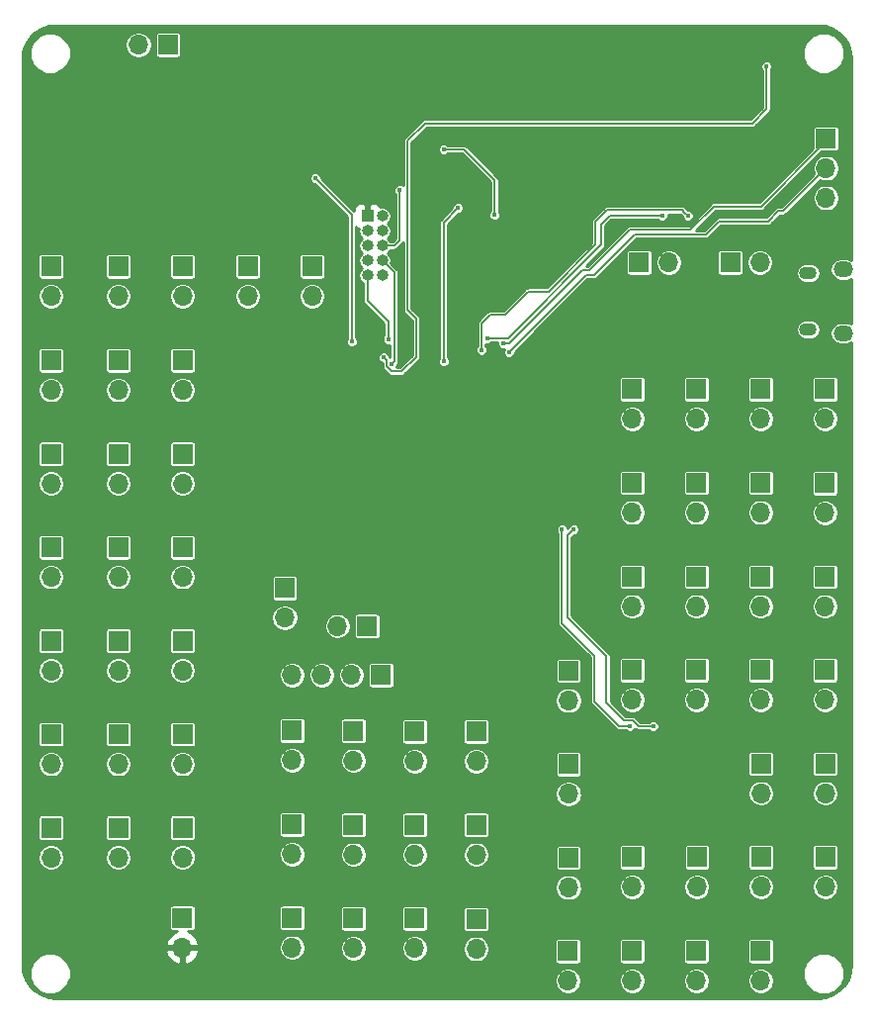
<source format=gbl>
G04 #@! TF.GenerationSoftware,KiCad,Pcbnew,5.0.1-33cea8e~68~ubuntu16.04.1*
G04 #@! TF.CreationDate,2019-04-09T16:49:47-04:00*
G04 #@! TF.ProjectId,electrosprawl,656C656374726F73707261776C2E6B69,rev?*
G04 #@! TF.SameCoordinates,Original*
G04 #@! TF.FileFunction,Copper,L2,Bot,Signal*
G04 #@! TF.FilePolarity,Positive*
%FSLAX46Y46*%
G04 Gerber Fmt 4.6, Leading zero omitted, Abs format (unit mm)*
G04 Created by KiCad (PCBNEW 5.0.1-33cea8e~68~ubuntu16.04.1) date Tue 09 Apr 2019 16:49:47 EDT*
%MOMM*%
%LPD*%
G01*
G04 APERTURE LIST*
G04 #@! TA.AperFunction,ComponentPad*
%ADD10O,1.700000X1.700000*%
G04 #@! TD*
G04 #@! TA.AperFunction,ComponentPad*
%ADD11R,1.700000X1.700000*%
G04 #@! TD*
G04 #@! TA.AperFunction,ComponentPad*
%ADD12O,1.000000X1.000000*%
G04 #@! TD*
G04 #@! TA.AperFunction,ComponentPad*
%ADD13R,1.000000X1.000000*%
G04 #@! TD*
G04 #@! TA.AperFunction,ComponentPad*
%ADD14O,1.700000X1.350000*%
G04 #@! TD*
G04 #@! TA.AperFunction,ComponentPad*
%ADD15O,1.500000X1.100000*%
G04 #@! TD*
G04 #@! TA.AperFunction,ViaPad*
%ADD16C,0.450000*%
G04 #@! TD*
G04 #@! TA.AperFunction,Conductor*
%ADD17C,0.180000*%
G04 #@! TD*
G04 #@! TA.AperFunction,Conductor*
%ADD18C,0.254000*%
G04 #@! TD*
G04 APERTURE END LIST*
D10*
G04 #@! TO.P,J68,2*
G04 #@! TO.N,Net-(J68-Pad2)*
X170579434Y-66122278D03*
D11*
G04 #@! TO.P,J68,1*
G04 #@! TO.N,Net-(J68-Pad1)*
X170579434Y-63582278D03*
G04 #@! TD*
G04 #@! TO.P,J1,1*
G04 #@! TO.N,GND*
X115564434Y-100784778D03*
D10*
G04 #@! TO.P,J1,2*
G04 #@! TO.N,+3V3*
X115564434Y-103324778D03*
G04 #@! TD*
G04 #@! TO.P,J27,2*
G04 #@! TO.N,GND*
X157219434Y-44682278D03*
D11*
G04 #@! TO.P,J27,1*
G04 #@! TO.N,/D11*
X154679434Y-44682278D03*
G04 #@! TD*
D10*
G04 #@! TO.P,J42,2*
G04 #@! TO.N,GND*
X154079434Y-82122278D03*
D11*
G04 #@! TO.P,J42,1*
G04 #@! TO.N,/D37*
X154079434Y-79582278D03*
G04 #@! TD*
G04 #@! TO.P,J23,1*
G04 #@! TO.N,Net-(J23-Pad1)*
X132584434Y-79994778D03*
D10*
G04 #@! TO.P,J23,2*
G04 #@! TO.N,Net-(J23-Pad2)*
X130044434Y-79994778D03*
G04 #@! TO.P,J23,3*
G04 #@! TO.N,Net-(J23-Pad3)*
X127504434Y-79994778D03*
G04 #@! TO.P,J23,4*
G04 #@! TO.N,Net-(J23-Pad4)*
X124964434Y-79994778D03*
G04 #@! TD*
D11*
G04 #@! TO.P,J89,1*
G04 #@! TO.N,Net-(J89-Pad1)*
X170629434Y-87582278D03*
D10*
G04 #@! TO.P,J89,2*
G04 #@! TO.N,Net-(J53-Pad2)*
X170629434Y-90122278D03*
G04 #@! TD*
G04 #@! TO.P,J85,2*
G04 #@! TO.N,Net-(J53-Pad2)*
X159629434Y-98122278D03*
D11*
G04 #@! TO.P,J85,1*
G04 #@! TO.N,Net-(J85-Pad1)*
X159629434Y-95582278D03*
G04 #@! TD*
G04 #@! TO.P,J88,1*
G04 #@! TO.N,Net-(J88-Pad1)*
X165129434Y-87582278D03*
D10*
G04 #@! TO.P,J88,2*
G04 #@! TO.N,Net-(J53-Pad2)*
X165129434Y-90122278D03*
G04 #@! TD*
G04 #@! TO.P,J87,2*
G04 #@! TO.N,Net-(J53-Pad2)*
X170629434Y-98122278D03*
D11*
G04 #@! TO.P,J87,1*
G04 #@! TO.N,Net-(J87-Pad1)*
X170629434Y-95582278D03*
G04 #@! TD*
G04 #@! TO.P,J86,1*
G04 #@! TO.N,Net-(J86-Pad1)*
X165129434Y-95582278D03*
D10*
G04 #@! TO.P,J86,2*
G04 #@! TO.N,Net-(J53-Pad2)*
X165129434Y-98122278D03*
G04 #@! TD*
G04 #@! TO.P,J72,2*
G04 #@! TO.N,Net-(J53-Pad2)*
X165079434Y-106162278D03*
D11*
G04 #@! TO.P,J72,1*
G04 #@! TO.N,Net-(J72-Pad1)*
X165079434Y-103622278D03*
G04 #@! TD*
G04 #@! TO.P,J84,1*
G04 #@! TO.N,Net-(J84-Pad1)*
X154079434Y-95582278D03*
D10*
G04 #@! TO.P,J84,2*
G04 #@! TO.N,Net-(J53-Pad2)*
X154079434Y-98122278D03*
G04 #@! TD*
D11*
G04 #@! TO.P,J57,1*
G04 #@! TO.N,Net-(J57-Pad1)*
X148579434Y-103622278D03*
D10*
G04 #@! TO.P,J57,2*
G04 #@! TO.N,Net-(J53-Pad2)*
X148579434Y-106162278D03*
G04 #@! TD*
G04 #@! TO.P,J69,2*
G04 #@! TO.N,Net-(J53-Pad2)*
X159579434Y-106162278D03*
D11*
G04 #@! TO.P,J69,1*
G04 #@! TO.N,Net-(J69-Pad1)*
X159579434Y-103622278D03*
G04 #@! TD*
G04 #@! TO.P,J58,1*
G04 #@! TO.N,Net-(J58-Pad1)*
X154079434Y-103614778D03*
D10*
G04 #@! TO.P,J58,2*
G04 #@! TO.N,Net-(J53-Pad2)*
X154079434Y-106154778D03*
G04 #@! TD*
D11*
G04 #@! TO.P,J56,1*
G04 #@! TO.N,Net-(J56-Pad1)*
X140714434Y-100882278D03*
D10*
G04 #@! TO.P,J56,2*
G04 #@! TO.N,Net-(J53-Pad2)*
X140714434Y-103422278D03*
G04 #@! TD*
G04 #@! TO.P,J55,2*
G04 #@! TO.N,Net-(J53-Pad2)*
X148629434Y-98172278D03*
D11*
G04 #@! TO.P,J55,1*
G04 #@! TO.N,Net-(J55-Pad1)*
X148629434Y-95632278D03*
G04 #@! TD*
G04 #@! TO.P,J54,1*
G04 #@! TO.N,Net-(J54-Pad1)*
X148629434Y-87632278D03*
D10*
G04 #@! TO.P,J54,2*
G04 #@! TO.N,Net-(J53-Pad2)*
X148629434Y-90172278D03*
G04 #@! TD*
G04 #@! TO.P,J53,2*
G04 #@! TO.N,Net-(J53-Pad2)*
X148629434Y-82172278D03*
D11*
G04 #@! TO.P,J53,1*
G04 #@! TO.N,Net-(J53-Pad1)*
X148629434Y-79632278D03*
G04 #@! TD*
G04 #@! TO.P,J40,1*
G04 #@! TO.N,Net-(J40-Pad1)*
X131369434Y-75809778D03*
D10*
G04 #@! TO.P,J40,2*
G04 #@! TO.N,Net-(J40-Pad2)*
X128829434Y-75809778D03*
G04 #@! TD*
G04 #@! TO.P,J32,2*
G04 #@! TO.N,GND*
X124329434Y-75099778D03*
D11*
G04 #@! TO.P,J32,1*
G04 #@! TO.N,Net-(J32-Pad1)*
X124329434Y-72559778D03*
G04 #@! TD*
D10*
G04 #@! TO.P,J44,2*
G04 #@! TO.N,GND*
X165079434Y-82122278D03*
D11*
G04 #@! TO.P,J44,1*
G04 #@! TO.N,/D35*
X165079434Y-79582278D03*
G04 #@! TD*
D10*
G04 #@! TO.P,J33,2*
G04 #@! TO.N,GND*
X170579434Y-74122278D03*
D11*
G04 #@! TO.P,J33,1*
G04 #@! TO.N,/D5*
X170579434Y-71582278D03*
G04 #@! TD*
D10*
G04 #@! TO.P,J47,2*
G04 #@! TO.N,GND*
X165079434Y-58082278D03*
D11*
G04 #@! TO.P,J47,1*
G04 #@! TO.N,/D32*
X165079434Y-55542278D03*
G04 #@! TD*
D10*
G04 #@! TO.P,J8,2*
G04 #@! TO.N,GND*
X115579434Y-79599778D03*
D11*
G04 #@! TO.P,J8,1*
G04 #@! TO.N,/A12*
X115579434Y-77059778D03*
G04 #@! TD*
D10*
G04 #@! TO.P,J10,2*
G04 #@! TO.N,GND*
X110079434Y-71599778D03*
D11*
G04 #@! TO.P,J10,1*
G04 #@! TO.N,/A10*
X110079434Y-69059778D03*
G04 #@! TD*
D10*
G04 #@! TO.P,J45,2*
G04 #@! TO.N,GND*
X170579434Y-82122278D03*
D11*
G04 #@! TO.P,J45,1*
G04 #@! TO.N,/D34*
X170579434Y-79582278D03*
G04 #@! TD*
D10*
G04 #@! TO.P,J24,2*
G04 #@! TO.N,GND*
X140714434Y-95364778D03*
D11*
G04 #@! TO.P,J24,1*
G04 #@! TO.N,/D23*
X140714434Y-92824778D03*
G04 #@! TD*
D10*
G04 #@! TO.P,J2,2*
G04 #@! TO.N,GND*
X159579434Y-74122278D03*
D11*
G04 #@! TO.P,J2,1*
G04 #@! TO.N,/D3*
X159579434Y-71582278D03*
G04 #@! TD*
D10*
G04 #@! TO.P,J3,2*
G04 #@! TO.N,GND*
X154079434Y-74122278D03*
D11*
G04 #@! TO.P,J3,1*
G04 #@! TO.N,/D2*
X154079434Y-71582278D03*
G04 #@! TD*
D10*
G04 #@! TO.P,J4,2*
G04 #@! TO.N,GND*
X110079434Y-87599778D03*
D11*
G04 #@! TO.P,J4,1*
G04 #@! TO.N,/A15*
X110079434Y-85059778D03*
G04 #@! TD*
D10*
G04 #@! TO.P,J5,2*
G04 #@! TO.N,GND*
X115579434Y-87599778D03*
D11*
G04 #@! TO.P,J5,1*
G04 #@! TO.N,/A14*
X115579434Y-85059778D03*
G04 #@! TD*
D10*
G04 #@! TO.P,J6,2*
G04 #@! TO.N,GND*
X110079434Y-79599778D03*
D11*
G04 #@! TO.P,J6,1*
G04 #@! TO.N,/A13*
X110079434Y-77059778D03*
G04 #@! TD*
D10*
G04 #@! TO.P,J7,2*
G04 #@! TO.N,GND*
X111801934Y-26059778D03*
D11*
G04 #@! TO.P,J7,1*
G04 #@! TO.N,VCC*
X114341934Y-26059778D03*
G04 #@! TD*
D10*
G04 #@! TO.P,J9,2*
G04 #@! TO.N,GND*
X104329434Y-71599778D03*
D11*
G04 #@! TO.P,J9,1*
G04 #@! TO.N,/A11*
X104329434Y-69059778D03*
G04 #@! TD*
D10*
G04 #@! TO.P,J26,2*
G04 #@! TO.N,GND*
X126679434Y-47559778D03*
D11*
G04 #@! TO.P,J26,1*
G04 #@! TO.N,/D12*
X126679434Y-45019778D03*
G04 #@! TD*
D10*
G04 #@! TO.P,J64,2*
G04 #@! TO.N,GND*
X104329434Y-55599778D03*
D11*
G04 #@! TO.P,J64,1*
G04 #@! TO.N,Net-(J64-Pad1)*
X104329434Y-53059778D03*
G04 #@! TD*
D10*
G04 #@! TO.P,J31,2*
G04 #@! TO.N,GND*
X154079434Y-66082278D03*
D11*
G04 #@! TO.P,J31,1*
G04 #@! TO.N,/D7*
X154079434Y-63542278D03*
G04 #@! TD*
D10*
G04 #@! TO.P,J30,2*
G04 #@! TO.N,GND*
X159579434Y-66082278D03*
D11*
G04 #@! TO.P,J30,1*
G04 #@! TO.N,/D8*
X159579434Y-63542278D03*
G04 #@! TD*
D10*
G04 #@! TO.P,J29,2*
G04 #@! TO.N,GND*
X121179434Y-47559778D03*
D11*
G04 #@! TO.P,J29,1*
G04 #@! TO.N,/D9*
X121179434Y-45019778D03*
G04 #@! TD*
D10*
G04 #@! TO.P,J28,2*
G04 #@! TO.N,GND*
X165019434Y-44682278D03*
D11*
G04 #@! TO.P,J28,1*
G04 #@! TO.N,/D10*
X162479434Y-44682278D03*
G04 #@! TD*
D10*
G04 #@! TO.P,J34,2*
G04 #@! TO.N,GND*
X165079434Y-74122278D03*
D11*
G04 #@! TO.P,J34,1*
G04 #@! TO.N,/D4*
X165079434Y-71582278D03*
G04 #@! TD*
D10*
G04 #@! TO.P,J25,2*
G04 #@! TO.N,GND*
X124964434Y-87284778D03*
D11*
G04 #@! TO.P,J25,1*
G04 #@! TO.N,/D22*
X124964434Y-84744778D03*
G04 #@! TD*
D10*
G04 #@! TO.P,J35,2*
G04 #@! TO.N,GND*
X124964434Y-103324778D03*
D11*
G04 #@! TO.P,J35,1*
G04 #@! TO.N,/D44*
X124964434Y-100784778D03*
G04 #@! TD*
D10*
G04 #@! TO.P,J36,2*
G04 #@! TO.N,GND*
X130214434Y-103364778D03*
D11*
G04 #@! TO.P,J36,1*
G04 #@! TO.N,/D43*
X130214434Y-100824778D03*
G04 #@! TD*
D10*
G04 #@! TO.P,J37,2*
G04 #@! TO.N,GND*
X135464434Y-87364778D03*
D11*
G04 #@! TO.P,J37,1*
G04 #@! TO.N,/D42*
X135464434Y-84824778D03*
G04 #@! TD*
D10*
G04 #@! TO.P,J38,2*
G04 #@! TO.N,GND*
X130214434Y-87324778D03*
D11*
G04 #@! TO.P,J38,1*
G04 #@! TO.N,/D41*
X130214434Y-84784778D03*
G04 #@! TD*
D10*
G04 #@! TO.P,J39,2*
G04 #@! TO.N,GND*
X130214434Y-95364778D03*
D11*
G04 #@! TO.P,J39,1*
G04 #@! TO.N,/D40*
X130214434Y-92824778D03*
G04 #@! TD*
D10*
G04 #@! TO.P,J50,2*
G04 #@! TO.N,GND*
X165079434Y-66082278D03*
D11*
G04 #@! TO.P,J50,1*
G04 #@! TO.N,/D29*
X165079434Y-63542278D03*
G04 #@! TD*
D10*
G04 #@! TO.P,J63,2*
G04 #@! TO.N,GND*
X124964434Y-95324778D03*
D11*
G04 #@! TO.P,J63,1*
G04 #@! TO.N,/D45*
X124964434Y-92784778D03*
G04 #@! TD*
D10*
G04 #@! TO.P,J62,2*
G04 #@! TO.N,GND*
X110079434Y-95599778D03*
D11*
G04 #@! TO.P,J62,1*
G04 #@! TO.N,/D46*
X110079434Y-93059778D03*
G04 #@! TD*
D10*
G04 #@! TO.P,J61,2*
G04 #@! TO.N,GND*
X104329434Y-95599778D03*
D11*
G04 #@! TO.P,J61,1*
G04 #@! TO.N,/D47*
X104329434Y-93059778D03*
G04 #@! TD*
D10*
G04 #@! TO.P,J60,2*
G04 #@! TO.N,GND*
X104329434Y-87599778D03*
D11*
G04 #@! TO.P,J60,1*
G04 #@! TO.N,/D48*
X104329434Y-85059778D03*
G04 #@! TD*
D10*
G04 #@! TO.P,J59,2*
G04 #@! TO.N,GND*
X115579434Y-95599778D03*
D11*
G04 #@! TO.P,J59,1*
G04 #@! TO.N,/D49*
X115579434Y-93059778D03*
G04 #@! TD*
D10*
G04 #@! TO.P,J48,2*
G04 #@! TO.N,GND*
X159579434Y-58082278D03*
D11*
G04 #@! TO.P,J48,1*
G04 #@! TO.N,/D31*
X159579434Y-55542278D03*
G04 #@! TD*
D10*
G04 #@! TO.P,J49,2*
G04 #@! TO.N,GND*
X154079434Y-58082278D03*
D11*
G04 #@! TO.P,J49,1*
G04 #@! TO.N,/D30*
X154079434Y-55542278D03*
G04 #@! TD*
D10*
G04 #@! TO.P,J46,2*
G04 #@! TO.N,GND*
X170579434Y-58082278D03*
D11*
G04 #@! TO.P,J46,1*
G04 #@! TO.N,/D33*
X170579434Y-55542278D03*
G04 #@! TD*
D10*
G04 #@! TO.P,J66,2*
G04 #@! TO.N,GND*
X104329434Y-79599778D03*
D11*
G04 #@! TO.P,J66,1*
G04 #@! TO.N,Net-(J66-Pad1)*
X104329434Y-77059778D03*
G04 #@! TD*
D10*
G04 #@! TO.P,J65,2*
G04 #@! TO.N,GND*
X115579434Y-63599778D03*
D11*
G04 #@! TO.P,J65,1*
G04 #@! TO.N,Net-(J65-Pad1)*
X115579434Y-61059778D03*
G04 #@! TD*
D10*
G04 #@! TO.P,J11,2*
G04 #@! TO.N,GND*
X115579434Y-71599778D03*
D11*
G04 #@! TO.P,J11,1*
G04 #@! TO.N,/A9*
X115579434Y-69059778D03*
G04 #@! TD*
D10*
G04 #@! TO.P,J13,2*
G04 #@! TO.N,GND*
X110079434Y-63599778D03*
D11*
G04 #@! TO.P,J13,1*
G04 #@! TO.N,/A7*
X110079434Y-61059778D03*
G04 #@! TD*
D10*
G04 #@! TO.P,J14,2*
G04 #@! TO.N,GND*
X110079434Y-55599778D03*
D11*
G04 #@! TO.P,J14,1*
G04 #@! TO.N,/A6*
X110079434Y-53059778D03*
G04 #@! TD*
D10*
G04 #@! TO.P,J15,2*
G04 #@! TO.N,GND*
X115579434Y-55599778D03*
D11*
G04 #@! TO.P,J15,1*
G04 #@! TO.N,/A5*
X115579434Y-53059778D03*
G04 #@! TD*
D10*
G04 #@! TO.P,J16,2*
G04 #@! TO.N,GND*
X104329434Y-47559778D03*
D11*
G04 #@! TO.P,J16,1*
G04 #@! TO.N,/A4*
X104329434Y-45019778D03*
G04 #@! TD*
D10*
G04 #@! TO.P,J17,2*
G04 #@! TO.N,GND*
X110079434Y-47559778D03*
D11*
G04 #@! TO.P,J17,1*
G04 #@! TO.N,/A3*
X110079434Y-45019778D03*
G04 #@! TD*
D10*
G04 #@! TO.P,J18,2*
G04 #@! TO.N,GND*
X115579434Y-47559778D03*
D11*
G04 #@! TO.P,J18,1*
G04 #@! TO.N,/A2*
X115579434Y-45019778D03*
G04 #@! TD*
D10*
G04 #@! TO.P,J20,2*
G04 #@! TO.N,GND*
X135464434Y-103364778D03*
D11*
G04 #@! TO.P,J20,1*
G04 #@! TO.N,/D27*
X135464434Y-100824778D03*
G04 #@! TD*
D10*
G04 #@! TO.P,J21,2*
G04 #@! TO.N,GND*
X135464434Y-95364778D03*
D11*
G04 #@! TO.P,J21,1*
G04 #@! TO.N,/D26*
X135464434Y-92824778D03*
G04 #@! TD*
D10*
G04 #@! TO.P,J22,2*
G04 #@! TO.N,GND*
X140714434Y-87364778D03*
D11*
G04 #@! TO.P,J22,1*
G04 #@! TO.N,/D28*
X140714434Y-84824778D03*
G04 #@! TD*
D10*
G04 #@! TO.P,J12,2*
G04 #@! TO.N,GND*
X104329434Y-63599778D03*
D11*
G04 #@! TO.P,J12,1*
G04 #@! TO.N,/A8*
X104329434Y-61059778D03*
G04 #@! TD*
D10*
G04 #@! TO.P,J43,2*
G04 #@! TO.N,GND*
X159579434Y-82122278D03*
D11*
G04 #@! TO.P,J43,1*
G04 #@! TO.N,/D36*
X159579434Y-79582278D03*
G04 #@! TD*
D10*
G04 #@! TO.P,J70,3*
G04 #@! TO.N,GND*
X170679434Y-39162278D03*
G04 #@! TO.P,J70,2*
G04 #@! TO.N,Net-(J70-Pad2)*
X170679434Y-36622278D03*
D11*
G04 #@! TO.P,J70,1*
G04 #@! TO.N,Net-(J70-Pad1)*
X170679434Y-34082278D03*
G04 #@! TD*
D12*
G04 #@! TO.P,J67,10*
G04 #@! TO.N,Net-(J67-Pad10)*
X132679434Y-45789778D03*
G04 #@! TO.P,J67,9*
G04 #@! TO.N,Net-(J67-Pad9)*
X131409434Y-45789778D03*
G04 #@! TO.P,J67,8*
G04 #@! TO.N,Net-(J67-Pad8)*
X132679434Y-44519778D03*
G04 #@! TO.P,J67,7*
G04 #@! TO.N,Net-(J67-Pad7)*
X131409434Y-44519778D03*
G04 #@! TO.P,J67,6*
G04 #@! TO.N,/RESET*
X132679434Y-43249778D03*
G04 #@! TO.P,J67,5*
G04 #@! TO.N,Net-(J67-Pad5)*
X131409434Y-43249778D03*
G04 #@! TO.P,J67,4*
G04 #@! TO.N,Net-(J67-Pad4)*
X132679434Y-41979778D03*
G04 #@! TO.P,J67,3*
G04 #@! TO.N,GND*
X131409434Y-41979778D03*
G04 #@! TO.P,J67,2*
X132679434Y-40709778D03*
D13*
G04 #@! TO.P,J67,1*
G04 #@! TO.N,+3V3*
X131409434Y-40709778D03*
G04 #@! TD*
D14*
G04 #@! TO.P,J74,6*
G04 #@! TO.N,GND*
X172159434Y-45282278D03*
X172159434Y-50742278D03*
D15*
X169159434Y-45592278D03*
X169159434Y-50432278D03*
G04 #@! TD*
D16*
G04 #@! TO.N,+3V3*
X135879434Y-53519778D03*
X134679434Y-52769778D03*
X135429434Y-47519778D03*
X144579434Y-70219778D03*
X132429434Y-28719778D03*
X129679434Y-28719778D03*
X104929434Y-38469778D03*
X145929434Y-55019778D03*
X125929434Y-58769778D03*
X127979434Y-62369778D03*
X125879434Y-67969778D03*
X135666934Y-71869778D03*
X127964434Y-69824778D03*
X139479434Y-73769778D03*
X138529434Y-53159778D03*
X130291934Y-37359778D03*
X117791934Y-35809778D03*
X132279434Y-72072278D03*
X145964434Y-63569778D03*
X148114434Y-58384778D03*
G04 #@! TO.N,Net-(J67-Pad9)*
X133179434Y-51269778D03*
G04 #@! TO.N,Net-(R3-Pad1)*
X126929434Y-37469778D03*
X130051924Y-51469778D03*
G04 #@! TO.N,/RESET*
X134179434Y-38519778D03*
G04 #@! TO.N,Net-(R7-Pad2)*
X148079434Y-67519778D03*
X153879434Y-84382278D03*
G04 #@! TO.N,Net-(R1-Pad1)*
X137929434Y-35019778D03*
X142299434Y-40639778D03*
G04 #@! TO.N,Net-(J70-Pad2)*
X143529434Y-52344778D03*
G04 #@! TO.N,Net-(J70-Pad1)*
X143029434Y-51594778D03*
G04 #@! TO.N,Net-(J71-Pad5)*
X156654434Y-40689778D03*
X141679434Y-51169778D03*
G04 #@! TO.N,Net-(J71-Pad3)*
X158854434Y-40689778D03*
X141179434Y-52169778D03*
G04 #@! TO.N,Net-(D4-Pad4)*
X137929434Y-53159778D03*
X139179434Y-40019778D03*
G04 #@! TO.N,Net-(J67-Pad8)*
X133464424Y-53394485D03*
G04 #@! TO.N,/SDCD*
X165579434Y-27889778D03*
X132791934Y-52809778D03*
G04 #@! TO.N,Net-(R8-Pad1)*
X149079434Y-67519778D03*
X155879434Y-84382278D03*
G04 #@! TD*
D17*
G04 #@! TO.N,Net-(J67-Pad9)*
X131409434Y-47999778D02*
X131409434Y-45789778D01*
X133179434Y-49769778D02*
X131409434Y-47999778D01*
X133179434Y-51269778D02*
X133179434Y-49769778D01*
G04 #@! TO.N,Net-(R3-Pad1)*
X130051924Y-40592268D02*
X130051924Y-51151580D01*
X130051924Y-51151580D02*
X130051924Y-51469778D01*
X126929434Y-37469778D02*
X130051924Y-40592268D01*
G04 #@! TO.N,/RESET*
X134179434Y-38519778D02*
X134179434Y-38519778D01*
X134179434Y-42769778D02*
X134179434Y-38519778D01*
X133699434Y-43249778D02*
X134179434Y-42769778D01*
X132679434Y-43249778D02*
X133699434Y-43249778D01*
G04 #@! TO.N,Net-(R7-Pad2)*
X148079434Y-67519778D02*
X148079434Y-73307278D01*
X148079434Y-75582278D02*
X150829434Y-78332278D01*
X153561236Y-84382278D02*
X153879434Y-84382278D01*
X150829434Y-82228273D02*
X152983439Y-84382278D01*
X152983439Y-84382278D02*
X153561236Y-84382278D01*
X148079434Y-73307278D02*
X148079434Y-75582278D01*
X150829434Y-78332278D02*
X150829434Y-82228273D01*
G04 #@! TO.N,Net-(R1-Pad1)*
X139679434Y-35019778D02*
X137929434Y-35019778D01*
X142299434Y-37639778D02*
X139679434Y-35019778D01*
X142299434Y-40639778D02*
X142299434Y-37639778D01*
G04 #@! TO.N,Net-(J70-Pad2)*
X167019434Y-40282278D02*
X170679434Y-36622278D01*
X166579434Y-40282278D02*
X167019434Y-40282278D01*
X165691934Y-41169778D02*
X166579434Y-40282278D01*
X161509434Y-41169778D02*
X165691934Y-41169778D01*
X160396934Y-42282278D02*
X161509434Y-41169778D01*
X150811934Y-45749778D02*
X154279434Y-42282278D01*
X150124434Y-45749778D02*
X150811934Y-45749778D01*
X143529434Y-52344778D02*
X150124434Y-45749778D01*
X154279434Y-42282278D02*
X160396934Y-42282278D01*
G04 #@! TO.N,Net-(J70-Pad1)*
X150416934Y-45344778D02*
X153879434Y-41882278D01*
X153879434Y-41882278D02*
X159079434Y-41882278D01*
X143529434Y-51594778D02*
X149779434Y-45344778D01*
X149779434Y-45344778D02*
X150416934Y-45344778D01*
X143029434Y-51594778D02*
X143529434Y-51594778D01*
X159079434Y-41882278D02*
X161079434Y-39882278D01*
X161079434Y-39882278D02*
X164829434Y-39882278D01*
X165116934Y-39882278D02*
X170164434Y-34834778D01*
X170164434Y-34834778D02*
X170164434Y-33567278D01*
X164829434Y-39882278D02*
X165116934Y-39882278D01*
G04 #@! TO.N,Net-(J71-Pad5)*
X152159434Y-40689778D02*
X151429434Y-41419778D01*
X156654434Y-40689778D02*
X152159434Y-40689778D01*
X151429434Y-41419778D02*
X151429434Y-43169778D01*
X151429434Y-43169778D02*
X143429434Y-51169778D01*
X143429434Y-51169778D02*
X141679434Y-51169778D01*
G04 #@! TO.N,Net-(J71-Pad3)*
X150929434Y-41194576D02*
X151924233Y-40199777D01*
X146929434Y-47169778D02*
X150929434Y-43169778D01*
X145179434Y-47169778D02*
X146929434Y-47169778D01*
X158364433Y-40199777D02*
X158554435Y-40389779D01*
X151924233Y-40199777D02*
X158364433Y-40199777D01*
X141179434Y-49919778D02*
X141929434Y-49169778D01*
X150929434Y-43169778D02*
X150929434Y-41194576D01*
X158554435Y-40389779D02*
X158854434Y-40689778D01*
X141179434Y-52169778D02*
X141179434Y-49919778D01*
X143179434Y-49169778D02*
X145179434Y-47169778D01*
X141929434Y-49169778D02*
X143179434Y-49169778D01*
G04 #@! TO.N,Net-(D4-Pad4)*
X137929434Y-52759778D02*
X137929434Y-53159778D01*
X137929434Y-41269778D02*
X137929434Y-52759778D01*
X139179434Y-40019778D02*
X137929434Y-41269778D01*
G04 #@! TO.N,Net-(J67-Pad8)*
X132679434Y-44519778D02*
X133689423Y-45529767D01*
X133689423Y-53169486D02*
X133464424Y-53394485D01*
X133689423Y-45529767D02*
X133689423Y-53169486D01*
G04 #@! TO.N,/SDCD*
X134829434Y-34269778D02*
X134829434Y-48769778D01*
X165579434Y-31572278D02*
X164381934Y-32769778D01*
X135579434Y-49519778D02*
X135579434Y-52769778D01*
X165579434Y-27889778D02*
X165579434Y-31572278D01*
X134829434Y-48769778D02*
X135579434Y-49519778D01*
X135579434Y-52769778D02*
X134329434Y-54019778D01*
X164381934Y-32769778D02*
X136329434Y-32769778D01*
X133475515Y-54019778D02*
X133049423Y-53593686D01*
X134329434Y-54019778D02*
X133475515Y-54019778D01*
X136329434Y-32769778D02*
X134829434Y-34269778D01*
X133049423Y-53067267D02*
X132791934Y-52809778D01*
X133049423Y-53593686D02*
X133049423Y-53067267D01*
G04 #@! TO.N,Net-(R8-Pad1)*
X155561236Y-84382278D02*
X155879434Y-84382278D01*
X154629434Y-84382278D02*
X155561236Y-84382278D01*
X154129434Y-83882278D02*
X154629434Y-84382278D01*
X151879434Y-82382278D02*
X153379434Y-83882278D01*
X149079434Y-67519778D02*
X148541934Y-68057278D01*
X148541934Y-68057278D02*
X148541934Y-75044778D01*
X153379434Y-83882278D02*
X154129434Y-83882278D01*
X148541934Y-75044778D02*
X151879434Y-78382278D01*
X151879434Y-78382278D02*
X151879434Y-82382278D01*
G04 #@! TD*
D18*
G04 #@! TO.N,+3V3*
G36*
X170618557Y-24469593D02*
X171225632Y-24682017D01*
X171770216Y-25024203D01*
X172225009Y-25478996D01*
X172567195Y-26023580D01*
X172779619Y-26630655D01*
X172852434Y-27276906D01*
X172852434Y-44483435D01*
X172705886Y-44385514D01*
X172428194Y-44330278D01*
X171890674Y-44330278D01*
X171612982Y-44385514D01*
X171298081Y-44595925D01*
X171087670Y-44910826D01*
X171013784Y-45282278D01*
X171087670Y-45653730D01*
X171298081Y-45968631D01*
X171612982Y-46179042D01*
X171890674Y-46234278D01*
X172428194Y-46234278D01*
X172705886Y-46179042D01*
X172852434Y-46081121D01*
X172852434Y-49943435D01*
X172705886Y-49845514D01*
X172428194Y-49790278D01*
X171890674Y-49790278D01*
X171612982Y-49845514D01*
X171298081Y-50055925D01*
X171087670Y-50370826D01*
X171013784Y-50742278D01*
X171087670Y-51113730D01*
X171298081Y-51428631D01*
X171612982Y-51639042D01*
X171890674Y-51694278D01*
X172428194Y-51694278D01*
X172705886Y-51639042D01*
X172852434Y-51541121D01*
X172852434Y-104762650D01*
X172779619Y-105408901D01*
X172567195Y-106015976D01*
X172225009Y-106560560D01*
X171770216Y-107015353D01*
X171225632Y-107357539D01*
X170618557Y-107569963D01*
X169972306Y-107642778D01*
X104736562Y-107642778D01*
X104090311Y-107569963D01*
X103483236Y-107357539D01*
X102938652Y-107015353D01*
X102483859Y-106560560D01*
X102141673Y-106015976D01*
X101929249Y-105408901D01*
X101901916Y-105166311D01*
X102452434Y-105166311D01*
X102452434Y-105873245D01*
X102722967Y-106526367D01*
X103222845Y-107026245D01*
X103875967Y-107296778D01*
X104582901Y-107296778D01*
X105236023Y-107026245D01*
X105735901Y-106526367D01*
X105886712Y-106162278D01*
X147430355Y-106162278D01*
X147517823Y-106602011D01*
X147766912Y-106974800D01*
X148139701Y-107223889D01*
X148468435Y-107289278D01*
X148690433Y-107289278D01*
X149019167Y-107223889D01*
X149391956Y-106974800D01*
X149641045Y-106602011D01*
X149728513Y-106162278D01*
X149727022Y-106154778D01*
X152930355Y-106154778D01*
X153017823Y-106594511D01*
X153266912Y-106967300D01*
X153639701Y-107216389D01*
X153968435Y-107281778D01*
X154190433Y-107281778D01*
X154519167Y-107216389D01*
X154891956Y-106967300D01*
X155141045Y-106594511D01*
X155227021Y-106162278D01*
X158430355Y-106162278D01*
X158517823Y-106602011D01*
X158766912Y-106974800D01*
X159139701Y-107223889D01*
X159468435Y-107289278D01*
X159690433Y-107289278D01*
X160019167Y-107223889D01*
X160391956Y-106974800D01*
X160641045Y-106602011D01*
X160728513Y-106162278D01*
X163930355Y-106162278D01*
X164017823Y-106602011D01*
X164266912Y-106974800D01*
X164639701Y-107223889D01*
X164968435Y-107289278D01*
X165190433Y-107289278D01*
X165519167Y-107223889D01*
X165891956Y-106974800D01*
X166141045Y-106602011D01*
X166228513Y-106162278D01*
X166141045Y-105722545D01*
X165891956Y-105349756D01*
X165617411Y-105166311D01*
X168702434Y-105166311D01*
X168702434Y-105873245D01*
X168972967Y-106526367D01*
X169472845Y-107026245D01*
X170125967Y-107296778D01*
X170832901Y-107296778D01*
X171486023Y-107026245D01*
X171985901Y-106526367D01*
X172256434Y-105873245D01*
X172256434Y-105166311D01*
X171985901Y-104513189D01*
X171486023Y-104013311D01*
X170832901Y-103742778D01*
X170125967Y-103742778D01*
X169472845Y-104013311D01*
X168972967Y-104513189D01*
X168702434Y-105166311D01*
X165617411Y-105166311D01*
X165519167Y-105100667D01*
X165190433Y-105035278D01*
X164968435Y-105035278D01*
X164639701Y-105100667D01*
X164266912Y-105349756D01*
X164017823Y-105722545D01*
X163930355Y-106162278D01*
X160728513Y-106162278D01*
X160641045Y-105722545D01*
X160391956Y-105349756D01*
X160019167Y-105100667D01*
X159690433Y-105035278D01*
X159468435Y-105035278D01*
X159139701Y-105100667D01*
X158766912Y-105349756D01*
X158517823Y-105722545D01*
X158430355Y-106162278D01*
X155227021Y-106162278D01*
X155228513Y-106154778D01*
X155141045Y-105715045D01*
X154891956Y-105342256D01*
X154519167Y-105093167D01*
X154190433Y-105027778D01*
X153968435Y-105027778D01*
X153639701Y-105093167D01*
X153266912Y-105342256D01*
X153017823Y-105715045D01*
X152930355Y-106154778D01*
X149727022Y-106154778D01*
X149641045Y-105722545D01*
X149391956Y-105349756D01*
X149019167Y-105100667D01*
X148690433Y-105035278D01*
X148468435Y-105035278D01*
X148139701Y-105100667D01*
X147766912Y-105349756D01*
X147517823Y-105722545D01*
X147430355Y-106162278D01*
X105886712Y-106162278D01*
X106006434Y-105873245D01*
X106006434Y-105166311D01*
X105735901Y-104513189D01*
X105236023Y-104013311D01*
X104582901Y-103742778D01*
X103875967Y-103742778D01*
X103222845Y-104013311D01*
X102722967Y-104513189D01*
X102452434Y-105166311D01*
X101901916Y-105166311D01*
X101856434Y-104762650D01*
X101856434Y-103681668D01*
X114122958Y-103681668D01*
X114292789Y-104091702D01*
X114683076Y-104519961D01*
X115207542Y-104766264D01*
X115437434Y-104645597D01*
X115437434Y-103451778D01*
X115691434Y-103451778D01*
X115691434Y-104645597D01*
X115921326Y-104766264D01*
X116445792Y-104519961D01*
X116836079Y-104091702D01*
X117005910Y-103681668D01*
X116884589Y-103451778D01*
X115691434Y-103451778D01*
X115437434Y-103451778D01*
X114244279Y-103451778D01*
X114122958Y-103681668D01*
X101856434Y-103681668D01*
X101856434Y-103324778D01*
X123815355Y-103324778D01*
X123902823Y-103764511D01*
X124151912Y-104137300D01*
X124524701Y-104386389D01*
X124853435Y-104451778D01*
X125075433Y-104451778D01*
X125404167Y-104386389D01*
X125776956Y-104137300D01*
X126026045Y-103764511D01*
X126105556Y-103364778D01*
X129065355Y-103364778D01*
X129152823Y-103804511D01*
X129401912Y-104177300D01*
X129774701Y-104426389D01*
X130103435Y-104491778D01*
X130325433Y-104491778D01*
X130654167Y-104426389D01*
X131026956Y-104177300D01*
X131276045Y-103804511D01*
X131363513Y-103364778D01*
X134315355Y-103364778D01*
X134402823Y-103804511D01*
X134651912Y-104177300D01*
X135024701Y-104426389D01*
X135353435Y-104491778D01*
X135575433Y-104491778D01*
X135904167Y-104426389D01*
X136276956Y-104177300D01*
X136526045Y-103804511D01*
X136602075Y-103422278D01*
X139565355Y-103422278D01*
X139652823Y-103862011D01*
X139901912Y-104234800D01*
X140274701Y-104483889D01*
X140603435Y-104549278D01*
X140825433Y-104549278D01*
X141154167Y-104483889D01*
X141526956Y-104234800D01*
X141776045Y-103862011D01*
X141863513Y-103422278D01*
X141776045Y-102982545D01*
X141635550Y-102772278D01*
X147447008Y-102772278D01*
X147447008Y-104472278D01*
X147468506Y-104580358D01*
X147529729Y-104671983D01*
X147621354Y-104733206D01*
X147729434Y-104754704D01*
X149429434Y-104754704D01*
X149537514Y-104733206D01*
X149629139Y-104671983D01*
X149690362Y-104580358D01*
X149711860Y-104472278D01*
X149711860Y-102772278D01*
X149710369Y-102764778D01*
X152947008Y-102764778D01*
X152947008Y-104464778D01*
X152968506Y-104572858D01*
X153029729Y-104664483D01*
X153121354Y-104725706D01*
X153229434Y-104747204D01*
X154929434Y-104747204D01*
X155037514Y-104725706D01*
X155129139Y-104664483D01*
X155190362Y-104572858D01*
X155211860Y-104464778D01*
X155211860Y-102772278D01*
X158447008Y-102772278D01*
X158447008Y-104472278D01*
X158468506Y-104580358D01*
X158529729Y-104671983D01*
X158621354Y-104733206D01*
X158729434Y-104754704D01*
X160429434Y-104754704D01*
X160537514Y-104733206D01*
X160629139Y-104671983D01*
X160690362Y-104580358D01*
X160711860Y-104472278D01*
X160711860Y-102772278D01*
X163947008Y-102772278D01*
X163947008Y-104472278D01*
X163968506Y-104580358D01*
X164029729Y-104671983D01*
X164121354Y-104733206D01*
X164229434Y-104754704D01*
X165929434Y-104754704D01*
X166037514Y-104733206D01*
X166129139Y-104671983D01*
X166190362Y-104580358D01*
X166211860Y-104472278D01*
X166211860Y-102772278D01*
X166190362Y-102664198D01*
X166129139Y-102572573D01*
X166037514Y-102511350D01*
X165929434Y-102489852D01*
X164229434Y-102489852D01*
X164121354Y-102511350D01*
X164029729Y-102572573D01*
X163968506Y-102664198D01*
X163947008Y-102772278D01*
X160711860Y-102772278D01*
X160690362Y-102664198D01*
X160629139Y-102572573D01*
X160537514Y-102511350D01*
X160429434Y-102489852D01*
X158729434Y-102489852D01*
X158621354Y-102511350D01*
X158529729Y-102572573D01*
X158468506Y-102664198D01*
X158447008Y-102772278D01*
X155211860Y-102772278D01*
X155211860Y-102764778D01*
X155190362Y-102656698D01*
X155129139Y-102565073D01*
X155037514Y-102503850D01*
X154929434Y-102482352D01*
X153229434Y-102482352D01*
X153121354Y-102503850D01*
X153029729Y-102565073D01*
X152968506Y-102656698D01*
X152947008Y-102764778D01*
X149710369Y-102764778D01*
X149690362Y-102664198D01*
X149629139Y-102572573D01*
X149537514Y-102511350D01*
X149429434Y-102489852D01*
X147729434Y-102489852D01*
X147621354Y-102511350D01*
X147529729Y-102572573D01*
X147468506Y-102664198D01*
X147447008Y-102772278D01*
X141635550Y-102772278D01*
X141526956Y-102609756D01*
X141154167Y-102360667D01*
X140825433Y-102295278D01*
X140603435Y-102295278D01*
X140274701Y-102360667D01*
X139901912Y-102609756D01*
X139652823Y-102982545D01*
X139565355Y-103422278D01*
X136602075Y-103422278D01*
X136613513Y-103364778D01*
X136526045Y-102925045D01*
X136276956Y-102552256D01*
X135904167Y-102303167D01*
X135575433Y-102237778D01*
X135353435Y-102237778D01*
X135024701Y-102303167D01*
X134651912Y-102552256D01*
X134402823Y-102925045D01*
X134315355Y-103364778D01*
X131363513Y-103364778D01*
X131276045Y-102925045D01*
X131026956Y-102552256D01*
X130654167Y-102303167D01*
X130325433Y-102237778D01*
X130103435Y-102237778D01*
X129774701Y-102303167D01*
X129401912Y-102552256D01*
X129152823Y-102925045D01*
X129065355Y-103364778D01*
X126105556Y-103364778D01*
X126113513Y-103324778D01*
X126026045Y-102885045D01*
X125776956Y-102512256D01*
X125404167Y-102263167D01*
X125075433Y-102197778D01*
X124853435Y-102197778D01*
X124524701Y-102263167D01*
X124151912Y-102512256D01*
X123902823Y-102885045D01*
X123815355Y-103324778D01*
X101856434Y-103324778D01*
X101856434Y-102967888D01*
X114122958Y-102967888D01*
X114244279Y-103197778D01*
X115437434Y-103197778D01*
X115437434Y-103177778D01*
X115691434Y-103177778D01*
X115691434Y-103197778D01*
X116884589Y-103197778D01*
X117005910Y-102967888D01*
X116836079Y-102557854D01*
X116445792Y-102129595D01*
X115993537Y-101917204D01*
X116414434Y-101917204D01*
X116522514Y-101895706D01*
X116614139Y-101834483D01*
X116675362Y-101742858D01*
X116696860Y-101634778D01*
X116696860Y-99934778D01*
X123832008Y-99934778D01*
X123832008Y-101634778D01*
X123853506Y-101742858D01*
X123914729Y-101834483D01*
X124006354Y-101895706D01*
X124114434Y-101917204D01*
X125814434Y-101917204D01*
X125922514Y-101895706D01*
X126014139Y-101834483D01*
X126075362Y-101742858D01*
X126096860Y-101634778D01*
X126096860Y-99974778D01*
X129082008Y-99974778D01*
X129082008Y-101674778D01*
X129103506Y-101782858D01*
X129164729Y-101874483D01*
X129256354Y-101935706D01*
X129364434Y-101957204D01*
X131064434Y-101957204D01*
X131172514Y-101935706D01*
X131264139Y-101874483D01*
X131325362Y-101782858D01*
X131346860Y-101674778D01*
X131346860Y-99974778D01*
X134332008Y-99974778D01*
X134332008Y-101674778D01*
X134353506Y-101782858D01*
X134414729Y-101874483D01*
X134506354Y-101935706D01*
X134614434Y-101957204D01*
X136314434Y-101957204D01*
X136422514Y-101935706D01*
X136514139Y-101874483D01*
X136575362Y-101782858D01*
X136596860Y-101674778D01*
X136596860Y-100032278D01*
X139582008Y-100032278D01*
X139582008Y-101732278D01*
X139603506Y-101840358D01*
X139664729Y-101931983D01*
X139756354Y-101993206D01*
X139864434Y-102014704D01*
X141564434Y-102014704D01*
X141672514Y-101993206D01*
X141764139Y-101931983D01*
X141825362Y-101840358D01*
X141846860Y-101732278D01*
X141846860Y-100032278D01*
X141825362Y-99924198D01*
X141764139Y-99832573D01*
X141672514Y-99771350D01*
X141564434Y-99749852D01*
X139864434Y-99749852D01*
X139756354Y-99771350D01*
X139664729Y-99832573D01*
X139603506Y-99924198D01*
X139582008Y-100032278D01*
X136596860Y-100032278D01*
X136596860Y-99974778D01*
X136575362Y-99866698D01*
X136514139Y-99775073D01*
X136422514Y-99713850D01*
X136314434Y-99692352D01*
X134614434Y-99692352D01*
X134506354Y-99713850D01*
X134414729Y-99775073D01*
X134353506Y-99866698D01*
X134332008Y-99974778D01*
X131346860Y-99974778D01*
X131325362Y-99866698D01*
X131264139Y-99775073D01*
X131172514Y-99713850D01*
X131064434Y-99692352D01*
X129364434Y-99692352D01*
X129256354Y-99713850D01*
X129164729Y-99775073D01*
X129103506Y-99866698D01*
X129082008Y-99974778D01*
X126096860Y-99974778D01*
X126096860Y-99934778D01*
X126075362Y-99826698D01*
X126014139Y-99735073D01*
X125922514Y-99673850D01*
X125814434Y-99652352D01*
X124114434Y-99652352D01*
X124006354Y-99673850D01*
X123914729Y-99735073D01*
X123853506Y-99826698D01*
X123832008Y-99934778D01*
X116696860Y-99934778D01*
X116675362Y-99826698D01*
X116614139Y-99735073D01*
X116522514Y-99673850D01*
X116414434Y-99652352D01*
X114714434Y-99652352D01*
X114606354Y-99673850D01*
X114514729Y-99735073D01*
X114453506Y-99826698D01*
X114432008Y-99934778D01*
X114432008Y-101634778D01*
X114453506Y-101742858D01*
X114514729Y-101834483D01*
X114606354Y-101895706D01*
X114714434Y-101917204D01*
X115135331Y-101917204D01*
X114683076Y-102129595D01*
X114292789Y-102557854D01*
X114122958Y-102967888D01*
X101856434Y-102967888D01*
X101856434Y-98172278D01*
X147480355Y-98172278D01*
X147567823Y-98612011D01*
X147816912Y-98984800D01*
X148189701Y-99233889D01*
X148518435Y-99299278D01*
X148740433Y-99299278D01*
X149069167Y-99233889D01*
X149441956Y-98984800D01*
X149691045Y-98612011D01*
X149778513Y-98172278D01*
X149768568Y-98122278D01*
X152930355Y-98122278D01*
X153017823Y-98562011D01*
X153266912Y-98934800D01*
X153639701Y-99183889D01*
X153968435Y-99249278D01*
X154190433Y-99249278D01*
X154519167Y-99183889D01*
X154891956Y-98934800D01*
X155141045Y-98562011D01*
X155228513Y-98122278D01*
X158480355Y-98122278D01*
X158567823Y-98562011D01*
X158816912Y-98934800D01*
X159189701Y-99183889D01*
X159518435Y-99249278D01*
X159740433Y-99249278D01*
X160069167Y-99183889D01*
X160441956Y-98934800D01*
X160691045Y-98562011D01*
X160778513Y-98122278D01*
X163980355Y-98122278D01*
X164067823Y-98562011D01*
X164316912Y-98934800D01*
X164689701Y-99183889D01*
X165018435Y-99249278D01*
X165240433Y-99249278D01*
X165569167Y-99183889D01*
X165941956Y-98934800D01*
X166191045Y-98562011D01*
X166278513Y-98122278D01*
X169480355Y-98122278D01*
X169567823Y-98562011D01*
X169816912Y-98934800D01*
X170189701Y-99183889D01*
X170518435Y-99249278D01*
X170740433Y-99249278D01*
X171069167Y-99183889D01*
X171441956Y-98934800D01*
X171691045Y-98562011D01*
X171778513Y-98122278D01*
X171691045Y-97682545D01*
X171441956Y-97309756D01*
X171069167Y-97060667D01*
X170740433Y-96995278D01*
X170518435Y-96995278D01*
X170189701Y-97060667D01*
X169816912Y-97309756D01*
X169567823Y-97682545D01*
X169480355Y-98122278D01*
X166278513Y-98122278D01*
X166191045Y-97682545D01*
X165941956Y-97309756D01*
X165569167Y-97060667D01*
X165240433Y-96995278D01*
X165018435Y-96995278D01*
X164689701Y-97060667D01*
X164316912Y-97309756D01*
X164067823Y-97682545D01*
X163980355Y-98122278D01*
X160778513Y-98122278D01*
X160691045Y-97682545D01*
X160441956Y-97309756D01*
X160069167Y-97060667D01*
X159740433Y-96995278D01*
X159518435Y-96995278D01*
X159189701Y-97060667D01*
X158816912Y-97309756D01*
X158567823Y-97682545D01*
X158480355Y-98122278D01*
X155228513Y-98122278D01*
X155141045Y-97682545D01*
X154891956Y-97309756D01*
X154519167Y-97060667D01*
X154190433Y-96995278D01*
X153968435Y-96995278D01*
X153639701Y-97060667D01*
X153266912Y-97309756D01*
X153017823Y-97682545D01*
X152930355Y-98122278D01*
X149768568Y-98122278D01*
X149691045Y-97732545D01*
X149441956Y-97359756D01*
X149069167Y-97110667D01*
X148740433Y-97045278D01*
X148518435Y-97045278D01*
X148189701Y-97110667D01*
X147816912Y-97359756D01*
X147567823Y-97732545D01*
X147480355Y-98172278D01*
X101856434Y-98172278D01*
X101856434Y-95599778D01*
X103180355Y-95599778D01*
X103267823Y-96039511D01*
X103516912Y-96412300D01*
X103889701Y-96661389D01*
X104218435Y-96726778D01*
X104440433Y-96726778D01*
X104769167Y-96661389D01*
X105141956Y-96412300D01*
X105391045Y-96039511D01*
X105478513Y-95599778D01*
X108930355Y-95599778D01*
X109017823Y-96039511D01*
X109266912Y-96412300D01*
X109639701Y-96661389D01*
X109968435Y-96726778D01*
X110190433Y-96726778D01*
X110519167Y-96661389D01*
X110891956Y-96412300D01*
X111141045Y-96039511D01*
X111228513Y-95599778D01*
X114430355Y-95599778D01*
X114517823Y-96039511D01*
X114766912Y-96412300D01*
X115139701Y-96661389D01*
X115468435Y-96726778D01*
X115690433Y-96726778D01*
X116019167Y-96661389D01*
X116391956Y-96412300D01*
X116641045Y-96039511D01*
X116728513Y-95599778D01*
X116673813Y-95324778D01*
X123815355Y-95324778D01*
X123902823Y-95764511D01*
X124151912Y-96137300D01*
X124524701Y-96386389D01*
X124853435Y-96451778D01*
X125075433Y-96451778D01*
X125404167Y-96386389D01*
X125776956Y-96137300D01*
X126026045Y-95764511D01*
X126105556Y-95364778D01*
X129065355Y-95364778D01*
X129152823Y-95804511D01*
X129401912Y-96177300D01*
X129774701Y-96426389D01*
X130103435Y-96491778D01*
X130325433Y-96491778D01*
X130654167Y-96426389D01*
X131026956Y-96177300D01*
X131276045Y-95804511D01*
X131363513Y-95364778D01*
X134315355Y-95364778D01*
X134402823Y-95804511D01*
X134651912Y-96177300D01*
X135024701Y-96426389D01*
X135353435Y-96491778D01*
X135575433Y-96491778D01*
X135904167Y-96426389D01*
X136276956Y-96177300D01*
X136526045Y-95804511D01*
X136613513Y-95364778D01*
X139565355Y-95364778D01*
X139652823Y-95804511D01*
X139901912Y-96177300D01*
X140274701Y-96426389D01*
X140603435Y-96491778D01*
X140825433Y-96491778D01*
X141154167Y-96426389D01*
X141526956Y-96177300D01*
X141776045Y-95804511D01*
X141863513Y-95364778D01*
X141776045Y-94925045D01*
X141680652Y-94782278D01*
X147497008Y-94782278D01*
X147497008Y-96482278D01*
X147518506Y-96590358D01*
X147579729Y-96681983D01*
X147671354Y-96743206D01*
X147779434Y-96764704D01*
X149479434Y-96764704D01*
X149587514Y-96743206D01*
X149679139Y-96681983D01*
X149740362Y-96590358D01*
X149761860Y-96482278D01*
X149761860Y-94782278D01*
X149751915Y-94732278D01*
X152947008Y-94732278D01*
X152947008Y-96432278D01*
X152968506Y-96540358D01*
X153029729Y-96631983D01*
X153121354Y-96693206D01*
X153229434Y-96714704D01*
X154929434Y-96714704D01*
X155037514Y-96693206D01*
X155129139Y-96631983D01*
X155190362Y-96540358D01*
X155211860Y-96432278D01*
X155211860Y-94732278D01*
X158497008Y-94732278D01*
X158497008Y-96432278D01*
X158518506Y-96540358D01*
X158579729Y-96631983D01*
X158671354Y-96693206D01*
X158779434Y-96714704D01*
X160479434Y-96714704D01*
X160587514Y-96693206D01*
X160679139Y-96631983D01*
X160740362Y-96540358D01*
X160761860Y-96432278D01*
X160761860Y-94732278D01*
X163997008Y-94732278D01*
X163997008Y-96432278D01*
X164018506Y-96540358D01*
X164079729Y-96631983D01*
X164171354Y-96693206D01*
X164279434Y-96714704D01*
X165979434Y-96714704D01*
X166087514Y-96693206D01*
X166179139Y-96631983D01*
X166240362Y-96540358D01*
X166261860Y-96432278D01*
X166261860Y-94732278D01*
X169497008Y-94732278D01*
X169497008Y-96432278D01*
X169518506Y-96540358D01*
X169579729Y-96631983D01*
X169671354Y-96693206D01*
X169779434Y-96714704D01*
X171479434Y-96714704D01*
X171587514Y-96693206D01*
X171679139Y-96631983D01*
X171740362Y-96540358D01*
X171761860Y-96432278D01*
X171761860Y-94732278D01*
X171740362Y-94624198D01*
X171679139Y-94532573D01*
X171587514Y-94471350D01*
X171479434Y-94449852D01*
X169779434Y-94449852D01*
X169671354Y-94471350D01*
X169579729Y-94532573D01*
X169518506Y-94624198D01*
X169497008Y-94732278D01*
X166261860Y-94732278D01*
X166240362Y-94624198D01*
X166179139Y-94532573D01*
X166087514Y-94471350D01*
X165979434Y-94449852D01*
X164279434Y-94449852D01*
X164171354Y-94471350D01*
X164079729Y-94532573D01*
X164018506Y-94624198D01*
X163997008Y-94732278D01*
X160761860Y-94732278D01*
X160740362Y-94624198D01*
X160679139Y-94532573D01*
X160587514Y-94471350D01*
X160479434Y-94449852D01*
X158779434Y-94449852D01*
X158671354Y-94471350D01*
X158579729Y-94532573D01*
X158518506Y-94624198D01*
X158497008Y-94732278D01*
X155211860Y-94732278D01*
X155190362Y-94624198D01*
X155129139Y-94532573D01*
X155037514Y-94471350D01*
X154929434Y-94449852D01*
X153229434Y-94449852D01*
X153121354Y-94471350D01*
X153029729Y-94532573D01*
X152968506Y-94624198D01*
X152947008Y-94732278D01*
X149751915Y-94732278D01*
X149740362Y-94674198D01*
X149679139Y-94582573D01*
X149587514Y-94521350D01*
X149479434Y-94499852D01*
X147779434Y-94499852D01*
X147671354Y-94521350D01*
X147579729Y-94582573D01*
X147518506Y-94674198D01*
X147497008Y-94782278D01*
X141680652Y-94782278D01*
X141526956Y-94552256D01*
X141154167Y-94303167D01*
X140825433Y-94237778D01*
X140603435Y-94237778D01*
X140274701Y-94303167D01*
X139901912Y-94552256D01*
X139652823Y-94925045D01*
X139565355Y-95364778D01*
X136613513Y-95364778D01*
X136526045Y-94925045D01*
X136276956Y-94552256D01*
X135904167Y-94303167D01*
X135575433Y-94237778D01*
X135353435Y-94237778D01*
X135024701Y-94303167D01*
X134651912Y-94552256D01*
X134402823Y-94925045D01*
X134315355Y-95364778D01*
X131363513Y-95364778D01*
X131276045Y-94925045D01*
X131026956Y-94552256D01*
X130654167Y-94303167D01*
X130325433Y-94237778D01*
X130103435Y-94237778D01*
X129774701Y-94303167D01*
X129401912Y-94552256D01*
X129152823Y-94925045D01*
X129065355Y-95364778D01*
X126105556Y-95364778D01*
X126113513Y-95324778D01*
X126026045Y-94885045D01*
X125776956Y-94512256D01*
X125404167Y-94263167D01*
X125075433Y-94197778D01*
X124853435Y-94197778D01*
X124524701Y-94263167D01*
X124151912Y-94512256D01*
X123902823Y-94885045D01*
X123815355Y-95324778D01*
X116673813Y-95324778D01*
X116641045Y-95160045D01*
X116391956Y-94787256D01*
X116019167Y-94538167D01*
X115690433Y-94472778D01*
X115468435Y-94472778D01*
X115139701Y-94538167D01*
X114766912Y-94787256D01*
X114517823Y-95160045D01*
X114430355Y-95599778D01*
X111228513Y-95599778D01*
X111141045Y-95160045D01*
X110891956Y-94787256D01*
X110519167Y-94538167D01*
X110190433Y-94472778D01*
X109968435Y-94472778D01*
X109639701Y-94538167D01*
X109266912Y-94787256D01*
X109017823Y-95160045D01*
X108930355Y-95599778D01*
X105478513Y-95599778D01*
X105391045Y-95160045D01*
X105141956Y-94787256D01*
X104769167Y-94538167D01*
X104440433Y-94472778D01*
X104218435Y-94472778D01*
X103889701Y-94538167D01*
X103516912Y-94787256D01*
X103267823Y-95160045D01*
X103180355Y-95599778D01*
X101856434Y-95599778D01*
X101856434Y-92209778D01*
X103197008Y-92209778D01*
X103197008Y-93909778D01*
X103218506Y-94017858D01*
X103279729Y-94109483D01*
X103371354Y-94170706D01*
X103479434Y-94192204D01*
X105179434Y-94192204D01*
X105287514Y-94170706D01*
X105379139Y-94109483D01*
X105440362Y-94017858D01*
X105461860Y-93909778D01*
X105461860Y-92209778D01*
X108947008Y-92209778D01*
X108947008Y-93909778D01*
X108968506Y-94017858D01*
X109029729Y-94109483D01*
X109121354Y-94170706D01*
X109229434Y-94192204D01*
X110929434Y-94192204D01*
X111037514Y-94170706D01*
X111129139Y-94109483D01*
X111190362Y-94017858D01*
X111211860Y-93909778D01*
X111211860Y-92209778D01*
X114447008Y-92209778D01*
X114447008Y-93909778D01*
X114468506Y-94017858D01*
X114529729Y-94109483D01*
X114621354Y-94170706D01*
X114729434Y-94192204D01*
X116429434Y-94192204D01*
X116537514Y-94170706D01*
X116629139Y-94109483D01*
X116690362Y-94017858D01*
X116711860Y-93909778D01*
X116711860Y-92209778D01*
X116690362Y-92101698D01*
X116629139Y-92010073D01*
X116537514Y-91948850D01*
X116466768Y-91934778D01*
X123832008Y-91934778D01*
X123832008Y-93634778D01*
X123853506Y-93742858D01*
X123914729Y-93834483D01*
X124006354Y-93895706D01*
X124114434Y-93917204D01*
X125814434Y-93917204D01*
X125922514Y-93895706D01*
X126014139Y-93834483D01*
X126075362Y-93742858D01*
X126096860Y-93634778D01*
X126096860Y-91974778D01*
X129082008Y-91974778D01*
X129082008Y-93674778D01*
X129103506Y-93782858D01*
X129164729Y-93874483D01*
X129256354Y-93935706D01*
X129364434Y-93957204D01*
X131064434Y-93957204D01*
X131172514Y-93935706D01*
X131264139Y-93874483D01*
X131325362Y-93782858D01*
X131346860Y-93674778D01*
X131346860Y-91974778D01*
X134332008Y-91974778D01*
X134332008Y-93674778D01*
X134353506Y-93782858D01*
X134414729Y-93874483D01*
X134506354Y-93935706D01*
X134614434Y-93957204D01*
X136314434Y-93957204D01*
X136422514Y-93935706D01*
X136514139Y-93874483D01*
X136575362Y-93782858D01*
X136596860Y-93674778D01*
X136596860Y-91974778D01*
X139582008Y-91974778D01*
X139582008Y-93674778D01*
X139603506Y-93782858D01*
X139664729Y-93874483D01*
X139756354Y-93935706D01*
X139864434Y-93957204D01*
X141564434Y-93957204D01*
X141672514Y-93935706D01*
X141764139Y-93874483D01*
X141825362Y-93782858D01*
X141846860Y-93674778D01*
X141846860Y-91974778D01*
X141825362Y-91866698D01*
X141764139Y-91775073D01*
X141672514Y-91713850D01*
X141564434Y-91692352D01*
X139864434Y-91692352D01*
X139756354Y-91713850D01*
X139664729Y-91775073D01*
X139603506Y-91866698D01*
X139582008Y-91974778D01*
X136596860Y-91974778D01*
X136575362Y-91866698D01*
X136514139Y-91775073D01*
X136422514Y-91713850D01*
X136314434Y-91692352D01*
X134614434Y-91692352D01*
X134506354Y-91713850D01*
X134414729Y-91775073D01*
X134353506Y-91866698D01*
X134332008Y-91974778D01*
X131346860Y-91974778D01*
X131325362Y-91866698D01*
X131264139Y-91775073D01*
X131172514Y-91713850D01*
X131064434Y-91692352D01*
X129364434Y-91692352D01*
X129256354Y-91713850D01*
X129164729Y-91775073D01*
X129103506Y-91866698D01*
X129082008Y-91974778D01*
X126096860Y-91974778D01*
X126096860Y-91934778D01*
X126075362Y-91826698D01*
X126014139Y-91735073D01*
X125922514Y-91673850D01*
X125814434Y-91652352D01*
X124114434Y-91652352D01*
X124006354Y-91673850D01*
X123914729Y-91735073D01*
X123853506Y-91826698D01*
X123832008Y-91934778D01*
X116466768Y-91934778D01*
X116429434Y-91927352D01*
X114729434Y-91927352D01*
X114621354Y-91948850D01*
X114529729Y-92010073D01*
X114468506Y-92101698D01*
X114447008Y-92209778D01*
X111211860Y-92209778D01*
X111190362Y-92101698D01*
X111129139Y-92010073D01*
X111037514Y-91948850D01*
X110929434Y-91927352D01*
X109229434Y-91927352D01*
X109121354Y-91948850D01*
X109029729Y-92010073D01*
X108968506Y-92101698D01*
X108947008Y-92209778D01*
X105461860Y-92209778D01*
X105440362Y-92101698D01*
X105379139Y-92010073D01*
X105287514Y-91948850D01*
X105179434Y-91927352D01*
X103479434Y-91927352D01*
X103371354Y-91948850D01*
X103279729Y-92010073D01*
X103218506Y-92101698D01*
X103197008Y-92209778D01*
X101856434Y-92209778D01*
X101856434Y-90172278D01*
X147480355Y-90172278D01*
X147567823Y-90612011D01*
X147816912Y-90984800D01*
X148189701Y-91233889D01*
X148518435Y-91299278D01*
X148740433Y-91299278D01*
X149069167Y-91233889D01*
X149441956Y-90984800D01*
X149691045Y-90612011D01*
X149778513Y-90172278D01*
X149768568Y-90122278D01*
X163980355Y-90122278D01*
X164067823Y-90562011D01*
X164316912Y-90934800D01*
X164689701Y-91183889D01*
X165018435Y-91249278D01*
X165240433Y-91249278D01*
X165569167Y-91183889D01*
X165941956Y-90934800D01*
X166191045Y-90562011D01*
X166278513Y-90122278D01*
X169480355Y-90122278D01*
X169567823Y-90562011D01*
X169816912Y-90934800D01*
X170189701Y-91183889D01*
X170518435Y-91249278D01*
X170740433Y-91249278D01*
X171069167Y-91183889D01*
X171441956Y-90934800D01*
X171691045Y-90562011D01*
X171778513Y-90122278D01*
X171691045Y-89682545D01*
X171441956Y-89309756D01*
X171069167Y-89060667D01*
X170740433Y-88995278D01*
X170518435Y-88995278D01*
X170189701Y-89060667D01*
X169816912Y-89309756D01*
X169567823Y-89682545D01*
X169480355Y-90122278D01*
X166278513Y-90122278D01*
X166191045Y-89682545D01*
X165941956Y-89309756D01*
X165569167Y-89060667D01*
X165240433Y-88995278D01*
X165018435Y-88995278D01*
X164689701Y-89060667D01*
X164316912Y-89309756D01*
X164067823Y-89682545D01*
X163980355Y-90122278D01*
X149768568Y-90122278D01*
X149691045Y-89732545D01*
X149441956Y-89359756D01*
X149069167Y-89110667D01*
X148740433Y-89045278D01*
X148518435Y-89045278D01*
X148189701Y-89110667D01*
X147816912Y-89359756D01*
X147567823Y-89732545D01*
X147480355Y-90172278D01*
X101856434Y-90172278D01*
X101856434Y-87599778D01*
X103180355Y-87599778D01*
X103267823Y-88039511D01*
X103516912Y-88412300D01*
X103889701Y-88661389D01*
X104218435Y-88726778D01*
X104440433Y-88726778D01*
X104769167Y-88661389D01*
X105141956Y-88412300D01*
X105391045Y-88039511D01*
X105478513Y-87599778D01*
X108930355Y-87599778D01*
X109017823Y-88039511D01*
X109266912Y-88412300D01*
X109639701Y-88661389D01*
X109968435Y-88726778D01*
X110190433Y-88726778D01*
X110519167Y-88661389D01*
X110891956Y-88412300D01*
X111141045Y-88039511D01*
X111228513Y-87599778D01*
X114430355Y-87599778D01*
X114517823Y-88039511D01*
X114766912Y-88412300D01*
X115139701Y-88661389D01*
X115468435Y-88726778D01*
X115690433Y-88726778D01*
X116019167Y-88661389D01*
X116391956Y-88412300D01*
X116641045Y-88039511D01*
X116728513Y-87599778D01*
X116665856Y-87284778D01*
X123815355Y-87284778D01*
X123902823Y-87724511D01*
X124151912Y-88097300D01*
X124524701Y-88346389D01*
X124853435Y-88411778D01*
X125075433Y-88411778D01*
X125404167Y-88346389D01*
X125776956Y-88097300D01*
X126026045Y-87724511D01*
X126105556Y-87324778D01*
X129065355Y-87324778D01*
X129152823Y-87764511D01*
X129401912Y-88137300D01*
X129774701Y-88386389D01*
X130103435Y-88451778D01*
X130325433Y-88451778D01*
X130654167Y-88386389D01*
X131026956Y-88137300D01*
X131276045Y-87764511D01*
X131355556Y-87364778D01*
X134315355Y-87364778D01*
X134402823Y-87804511D01*
X134651912Y-88177300D01*
X135024701Y-88426389D01*
X135353435Y-88491778D01*
X135575433Y-88491778D01*
X135904167Y-88426389D01*
X136276956Y-88177300D01*
X136526045Y-87804511D01*
X136613513Y-87364778D01*
X139565355Y-87364778D01*
X139652823Y-87804511D01*
X139901912Y-88177300D01*
X140274701Y-88426389D01*
X140603435Y-88491778D01*
X140825433Y-88491778D01*
X141154167Y-88426389D01*
X141526956Y-88177300D01*
X141776045Y-87804511D01*
X141863513Y-87364778D01*
X141776045Y-86925045D01*
X141680652Y-86782278D01*
X147497008Y-86782278D01*
X147497008Y-88482278D01*
X147518506Y-88590358D01*
X147579729Y-88681983D01*
X147671354Y-88743206D01*
X147779434Y-88764704D01*
X149479434Y-88764704D01*
X149587514Y-88743206D01*
X149679139Y-88681983D01*
X149740362Y-88590358D01*
X149761860Y-88482278D01*
X149761860Y-86782278D01*
X149751915Y-86732278D01*
X163997008Y-86732278D01*
X163997008Y-88432278D01*
X164018506Y-88540358D01*
X164079729Y-88631983D01*
X164171354Y-88693206D01*
X164279434Y-88714704D01*
X165979434Y-88714704D01*
X166087514Y-88693206D01*
X166179139Y-88631983D01*
X166240362Y-88540358D01*
X166261860Y-88432278D01*
X166261860Y-86732278D01*
X169497008Y-86732278D01*
X169497008Y-88432278D01*
X169518506Y-88540358D01*
X169579729Y-88631983D01*
X169671354Y-88693206D01*
X169779434Y-88714704D01*
X171479434Y-88714704D01*
X171587514Y-88693206D01*
X171679139Y-88631983D01*
X171740362Y-88540358D01*
X171761860Y-88432278D01*
X171761860Y-86732278D01*
X171740362Y-86624198D01*
X171679139Y-86532573D01*
X171587514Y-86471350D01*
X171479434Y-86449852D01*
X169779434Y-86449852D01*
X169671354Y-86471350D01*
X169579729Y-86532573D01*
X169518506Y-86624198D01*
X169497008Y-86732278D01*
X166261860Y-86732278D01*
X166240362Y-86624198D01*
X166179139Y-86532573D01*
X166087514Y-86471350D01*
X165979434Y-86449852D01*
X164279434Y-86449852D01*
X164171354Y-86471350D01*
X164079729Y-86532573D01*
X164018506Y-86624198D01*
X163997008Y-86732278D01*
X149751915Y-86732278D01*
X149740362Y-86674198D01*
X149679139Y-86582573D01*
X149587514Y-86521350D01*
X149479434Y-86499852D01*
X147779434Y-86499852D01*
X147671354Y-86521350D01*
X147579729Y-86582573D01*
X147518506Y-86674198D01*
X147497008Y-86782278D01*
X141680652Y-86782278D01*
X141526956Y-86552256D01*
X141154167Y-86303167D01*
X140825433Y-86237778D01*
X140603435Y-86237778D01*
X140274701Y-86303167D01*
X139901912Y-86552256D01*
X139652823Y-86925045D01*
X139565355Y-87364778D01*
X136613513Y-87364778D01*
X136526045Y-86925045D01*
X136276956Y-86552256D01*
X135904167Y-86303167D01*
X135575433Y-86237778D01*
X135353435Y-86237778D01*
X135024701Y-86303167D01*
X134651912Y-86552256D01*
X134402823Y-86925045D01*
X134315355Y-87364778D01*
X131355556Y-87364778D01*
X131363513Y-87324778D01*
X131276045Y-86885045D01*
X131026956Y-86512256D01*
X130654167Y-86263167D01*
X130325433Y-86197778D01*
X130103435Y-86197778D01*
X129774701Y-86263167D01*
X129401912Y-86512256D01*
X129152823Y-86885045D01*
X129065355Y-87324778D01*
X126105556Y-87324778D01*
X126113513Y-87284778D01*
X126026045Y-86845045D01*
X125776956Y-86472256D01*
X125404167Y-86223167D01*
X125075433Y-86157778D01*
X124853435Y-86157778D01*
X124524701Y-86223167D01*
X124151912Y-86472256D01*
X123902823Y-86845045D01*
X123815355Y-87284778D01*
X116665856Y-87284778D01*
X116641045Y-87160045D01*
X116391956Y-86787256D01*
X116019167Y-86538167D01*
X115690433Y-86472778D01*
X115468435Y-86472778D01*
X115139701Y-86538167D01*
X114766912Y-86787256D01*
X114517823Y-87160045D01*
X114430355Y-87599778D01*
X111228513Y-87599778D01*
X111141045Y-87160045D01*
X110891956Y-86787256D01*
X110519167Y-86538167D01*
X110190433Y-86472778D01*
X109968435Y-86472778D01*
X109639701Y-86538167D01*
X109266912Y-86787256D01*
X109017823Y-87160045D01*
X108930355Y-87599778D01*
X105478513Y-87599778D01*
X105391045Y-87160045D01*
X105141956Y-86787256D01*
X104769167Y-86538167D01*
X104440433Y-86472778D01*
X104218435Y-86472778D01*
X103889701Y-86538167D01*
X103516912Y-86787256D01*
X103267823Y-87160045D01*
X103180355Y-87599778D01*
X101856434Y-87599778D01*
X101856434Y-84209778D01*
X103197008Y-84209778D01*
X103197008Y-85909778D01*
X103218506Y-86017858D01*
X103279729Y-86109483D01*
X103371354Y-86170706D01*
X103479434Y-86192204D01*
X105179434Y-86192204D01*
X105287514Y-86170706D01*
X105379139Y-86109483D01*
X105440362Y-86017858D01*
X105461860Y-85909778D01*
X105461860Y-84209778D01*
X108947008Y-84209778D01*
X108947008Y-85909778D01*
X108968506Y-86017858D01*
X109029729Y-86109483D01*
X109121354Y-86170706D01*
X109229434Y-86192204D01*
X110929434Y-86192204D01*
X111037514Y-86170706D01*
X111129139Y-86109483D01*
X111190362Y-86017858D01*
X111211860Y-85909778D01*
X111211860Y-84209778D01*
X114447008Y-84209778D01*
X114447008Y-85909778D01*
X114468506Y-86017858D01*
X114529729Y-86109483D01*
X114621354Y-86170706D01*
X114729434Y-86192204D01*
X116429434Y-86192204D01*
X116537514Y-86170706D01*
X116629139Y-86109483D01*
X116690362Y-86017858D01*
X116711860Y-85909778D01*
X116711860Y-84209778D01*
X116690362Y-84101698D01*
X116629139Y-84010073D01*
X116537514Y-83948850D01*
X116429434Y-83927352D01*
X114729434Y-83927352D01*
X114621354Y-83948850D01*
X114529729Y-84010073D01*
X114468506Y-84101698D01*
X114447008Y-84209778D01*
X111211860Y-84209778D01*
X111190362Y-84101698D01*
X111129139Y-84010073D01*
X111037514Y-83948850D01*
X110929434Y-83927352D01*
X109229434Y-83927352D01*
X109121354Y-83948850D01*
X109029729Y-84010073D01*
X108968506Y-84101698D01*
X108947008Y-84209778D01*
X105461860Y-84209778D01*
X105440362Y-84101698D01*
X105379139Y-84010073D01*
X105287514Y-83948850D01*
X105179434Y-83927352D01*
X103479434Y-83927352D01*
X103371354Y-83948850D01*
X103279729Y-84010073D01*
X103218506Y-84101698D01*
X103197008Y-84209778D01*
X101856434Y-84209778D01*
X101856434Y-83894778D01*
X123832008Y-83894778D01*
X123832008Y-85594778D01*
X123853506Y-85702858D01*
X123914729Y-85794483D01*
X124006354Y-85855706D01*
X124114434Y-85877204D01*
X125814434Y-85877204D01*
X125922514Y-85855706D01*
X126014139Y-85794483D01*
X126075362Y-85702858D01*
X126096860Y-85594778D01*
X126096860Y-83934778D01*
X129082008Y-83934778D01*
X129082008Y-85634778D01*
X129103506Y-85742858D01*
X129164729Y-85834483D01*
X129256354Y-85895706D01*
X129364434Y-85917204D01*
X131064434Y-85917204D01*
X131172514Y-85895706D01*
X131264139Y-85834483D01*
X131325362Y-85742858D01*
X131346860Y-85634778D01*
X131346860Y-83974778D01*
X134332008Y-83974778D01*
X134332008Y-85674778D01*
X134353506Y-85782858D01*
X134414729Y-85874483D01*
X134506354Y-85935706D01*
X134614434Y-85957204D01*
X136314434Y-85957204D01*
X136422514Y-85935706D01*
X136514139Y-85874483D01*
X136575362Y-85782858D01*
X136596860Y-85674778D01*
X136596860Y-83974778D01*
X139582008Y-83974778D01*
X139582008Y-85674778D01*
X139603506Y-85782858D01*
X139664729Y-85874483D01*
X139756354Y-85935706D01*
X139864434Y-85957204D01*
X141564434Y-85957204D01*
X141672514Y-85935706D01*
X141764139Y-85874483D01*
X141825362Y-85782858D01*
X141846860Y-85674778D01*
X141846860Y-83974778D01*
X141825362Y-83866698D01*
X141764139Y-83775073D01*
X141672514Y-83713850D01*
X141564434Y-83692352D01*
X139864434Y-83692352D01*
X139756354Y-83713850D01*
X139664729Y-83775073D01*
X139603506Y-83866698D01*
X139582008Y-83974778D01*
X136596860Y-83974778D01*
X136575362Y-83866698D01*
X136514139Y-83775073D01*
X136422514Y-83713850D01*
X136314434Y-83692352D01*
X134614434Y-83692352D01*
X134506354Y-83713850D01*
X134414729Y-83775073D01*
X134353506Y-83866698D01*
X134332008Y-83974778D01*
X131346860Y-83974778D01*
X131346860Y-83934778D01*
X131325362Y-83826698D01*
X131264139Y-83735073D01*
X131172514Y-83673850D01*
X131064434Y-83652352D01*
X129364434Y-83652352D01*
X129256354Y-83673850D01*
X129164729Y-83735073D01*
X129103506Y-83826698D01*
X129082008Y-83934778D01*
X126096860Y-83934778D01*
X126096860Y-83894778D01*
X126075362Y-83786698D01*
X126014139Y-83695073D01*
X125922514Y-83633850D01*
X125814434Y-83612352D01*
X124114434Y-83612352D01*
X124006354Y-83633850D01*
X123914729Y-83695073D01*
X123853506Y-83786698D01*
X123832008Y-83894778D01*
X101856434Y-83894778D01*
X101856434Y-82172278D01*
X147480355Y-82172278D01*
X147567823Y-82612011D01*
X147816912Y-82984800D01*
X148189701Y-83233889D01*
X148518435Y-83299278D01*
X148740433Y-83299278D01*
X149069167Y-83233889D01*
X149441956Y-82984800D01*
X149691045Y-82612011D01*
X149778513Y-82172278D01*
X149691045Y-81732545D01*
X149441956Y-81359756D01*
X149069167Y-81110667D01*
X148740433Y-81045278D01*
X148518435Y-81045278D01*
X148189701Y-81110667D01*
X147816912Y-81359756D01*
X147567823Y-81732545D01*
X147480355Y-82172278D01*
X101856434Y-82172278D01*
X101856434Y-79599778D01*
X103180355Y-79599778D01*
X103267823Y-80039511D01*
X103516912Y-80412300D01*
X103889701Y-80661389D01*
X104218435Y-80726778D01*
X104440433Y-80726778D01*
X104769167Y-80661389D01*
X105141956Y-80412300D01*
X105391045Y-80039511D01*
X105478513Y-79599778D01*
X108930355Y-79599778D01*
X109017823Y-80039511D01*
X109266912Y-80412300D01*
X109639701Y-80661389D01*
X109968435Y-80726778D01*
X110190433Y-80726778D01*
X110519167Y-80661389D01*
X110891956Y-80412300D01*
X111141045Y-80039511D01*
X111228513Y-79599778D01*
X114430355Y-79599778D01*
X114517823Y-80039511D01*
X114766912Y-80412300D01*
X115139701Y-80661389D01*
X115468435Y-80726778D01*
X115690433Y-80726778D01*
X116019167Y-80661389D01*
X116391956Y-80412300D01*
X116641045Y-80039511D01*
X116649942Y-79994778D01*
X123815355Y-79994778D01*
X123902823Y-80434511D01*
X124151912Y-80807300D01*
X124524701Y-81056389D01*
X124853435Y-81121778D01*
X125075433Y-81121778D01*
X125404167Y-81056389D01*
X125776956Y-80807300D01*
X126026045Y-80434511D01*
X126113513Y-79994778D01*
X126355355Y-79994778D01*
X126442823Y-80434511D01*
X126691912Y-80807300D01*
X127064701Y-81056389D01*
X127393435Y-81121778D01*
X127615433Y-81121778D01*
X127944167Y-81056389D01*
X128316956Y-80807300D01*
X128566045Y-80434511D01*
X128653513Y-79994778D01*
X128895355Y-79994778D01*
X128982823Y-80434511D01*
X129231912Y-80807300D01*
X129604701Y-81056389D01*
X129933435Y-81121778D01*
X130155433Y-81121778D01*
X130484167Y-81056389D01*
X130856956Y-80807300D01*
X131106045Y-80434511D01*
X131193513Y-79994778D01*
X131106045Y-79555045D01*
X130856956Y-79182256D01*
X130800867Y-79144778D01*
X131452008Y-79144778D01*
X131452008Y-80844778D01*
X131473506Y-80952858D01*
X131534729Y-81044483D01*
X131626354Y-81105706D01*
X131734434Y-81127204D01*
X133434434Y-81127204D01*
X133542514Y-81105706D01*
X133634139Y-81044483D01*
X133695362Y-80952858D01*
X133716860Y-80844778D01*
X133716860Y-79144778D01*
X133695362Y-79036698D01*
X133634139Y-78945073D01*
X133542514Y-78883850D01*
X133434434Y-78862352D01*
X131734434Y-78862352D01*
X131626354Y-78883850D01*
X131534729Y-78945073D01*
X131473506Y-79036698D01*
X131452008Y-79144778D01*
X130800867Y-79144778D01*
X130484167Y-78933167D01*
X130155433Y-78867778D01*
X129933435Y-78867778D01*
X129604701Y-78933167D01*
X129231912Y-79182256D01*
X128982823Y-79555045D01*
X128895355Y-79994778D01*
X128653513Y-79994778D01*
X128566045Y-79555045D01*
X128316956Y-79182256D01*
X127944167Y-78933167D01*
X127615433Y-78867778D01*
X127393435Y-78867778D01*
X127064701Y-78933167D01*
X126691912Y-79182256D01*
X126442823Y-79555045D01*
X126355355Y-79994778D01*
X126113513Y-79994778D01*
X126026045Y-79555045D01*
X125776956Y-79182256D01*
X125404167Y-78933167D01*
X125075433Y-78867778D01*
X124853435Y-78867778D01*
X124524701Y-78933167D01*
X124151912Y-79182256D01*
X123902823Y-79555045D01*
X123815355Y-79994778D01*
X116649942Y-79994778D01*
X116728513Y-79599778D01*
X116641045Y-79160045D01*
X116391956Y-78787256D01*
X116384506Y-78782278D01*
X147497008Y-78782278D01*
X147497008Y-80482278D01*
X147518506Y-80590358D01*
X147579729Y-80681983D01*
X147671354Y-80743206D01*
X147779434Y-80764704D01*
X149479434Y-80764704D01*
X149587514Y-80743206D01*
X149679139Y-80681983D01*
X149740362Y-80590358D01*
X149761860Y-80482278D01*
X149761860Y-78782278D01*
X149740362Y-78674198D01*
X149679139Y-78582573D01*
X149587514Y-78521350D01*
X149479434Y-78499852D01*
X147779434Y-78499852D01*
X147671354Y-78521350D01*
X147579729Y-78582573D01*
X147518506Y-78674198D01*
X147497008Y-78782278D01*
X116384506Y-78782278D01*
X116019167Y-78538167D01*
X115690433Y-78472778D01*
X115468435Y-78472778D01*
X115139701Y-78538167D01*
X114766912Y-78787256D01*
X114517823Y-79160045D01*
X114430355Y-79599778D01*
X111228513Y-79599778D01*
X111141045Y-79160045D01*
X110891956Y-78787256D01*
X110519167Y-78538167D01*
X110190433Y-78472778D01*
X109968435Y-78472778D01*
X109639701Y-78538167D01*
X109266912Y-78787256D01*
X109017823Y-79160045D01*
X108930355Y-79599778D01*
X105478513Y-79599778D01*
X105391045Y-79160045D01*
X105141956Y-78787256D01*
X104769167Y-78538167D01*
X104440433Y-78472778D01*
X104218435Y-78472778D01*
X103889701Y-78538167D01*
X103516912Y-78787256D01*
X103267823Y-79160045D01*
X103180355Y-79599778D01*
X101856434Y-79599778D01*
X101856434Y-76209778D01*
X103197008Y-76209778D01*
X103197008Y-77909778D01*
X103218506Y-78017858D01*
X103279729Y-78109483D01*
X103371354Y-78170706D01*
X103479434Y-78192204D01*
X105179434Y-78192204D01*
X105287514Y-78170706D01*
X105379139Y-78109483D01*
X105440362Y-78017858D01*
X105461860Y-77909778D01*
X105461860Y-76209778D01*
X108947008Y-76209778D01*
X108947008Y-77909778D01*
X108968506Y-78017858D01*
X109029729Y-78109483D01*
X109121354Y-78170706D01*
X109229434Y-78192204D01*
X110929434Y-78192204D01*
X111037514Y-78170706D01*
X111129139Y-78109483D01*
X111190362Y-78017858D01*
X111211860Y-77909778D01*
X111211860Y-76209778D01*
X114447008Y-76209778D01*
X114447008Y-77909778D01*
X114468506Y-78017858D01*
X114529729Y-78109483D01*
X114621354Y-78170706D01*
X114729434Y-78192204D01*
X116429434Y-78192204D01*
X116537514Y-78170706D01*
X116629139Y-78109483D01*
X116690362Y-78017858D01*
X116711860Y-77909778D01*
X116711860Y-76209778D01*
X116690362Y-76101698D01*
X116629139Y-76010073D01*
X116537514Y-75948850D01*
X116429434Y-75927352D01*
X114729434Y-75927352D01*
X114621354Y-75948850D01*
X114529729Y-76010073D01*
X114468506Y-76101698D01*
X114447008Y-76209778D01*
X111211860Y-76209778D01*
X111190362Y-76101698D01*
X111129139Y-76010073D01*
X111037514Y-75948850D01*
X110929434Y-75927352D01*
X109229434Y-75927352D01*
X109121354Y-75948850D01*
X109029729Y-76010073D01*
X108968506Y-76101698D01*
X108947008Y-76209778D01*
X105461860Y-76209778D01*
X105440362Y-76101698D01*
X105379139Y-76010073D01*
X105287514Y-75948850D01*
X105179434Y-75927352D01*
X103479434Y-75927352D01*
X103371354Y-75948850D01*
X103279729Y-76010073D01*
X103218506Y-76101698D01*
X103197008Y-76209778D01*
X101856434Y-76209778D01*
X101856434Y-75099778D01*
X123180355Y-75099778D01*
X123267823Y-75539511D01*
X123516912Y-75912300D01*
X123889701Y-76161389D01*
X124218435Y-76226778D01*
X124440433Y-76226778D01*
X124769167Y-76161389D01*
X125141956Y-75912300D01*
X125210458Y-75809778D01*
X127680355Y-75809778D01*
X127767823Y-76249511D01*
X128016912Y-76622300D01*
X128389701Y-76871389D01*
X128718435Y-76936778D01*
X128940433Y-76936778D01*
X129269167Y-76871389D01*
X129641956Y-76622300D01*
X129891045Y-76249511D01*
X129978513Y-75809778D01*
X129891045Y-75370045D01*
X129641956Y-74997256D01*
X129585867Y-74959778D01*
X130237008Y-74959778D01*
X130237008Y-76659778D01*
X130258506Y-76767858D01*
X130319729Y-76859483D01*
X130411354Y-76920706D01*
X130519434Y-76942204D01*
X132219434Y-76942204D01*
X132327514Y-76920706D01*
X132419139Y-76859483D01*
X132480362Y-76767858D01*
X132501860Y-76659778D01*
X132501860Y-74959778D01*
X132480362Y-74851698D01*
X132419139Y-74760073D01*
X132327514Y-74698850D01*
X132219434Y-74677352D01*
X130519434Y-74677352D01*
X130411354Y-74698850D01*
X130319729Y-74760073D01*
X130258506Y-74851698D01*
X130237008Y-74959778D01*
X129585867Y-74959778D01*
X129269167Y-74748167D01*
X128940433Y-74682778D01*
X128718435Y-74682778D01*
X128389701Y-74748167D01*
X128016912Y-74997256D01*
X127767823Y-75370045D01*
X127680355Y-75809778D01*
X125210458Y-75809778D01*
X125391045Y-75539511D01*
X125478513Y-75099778D01*
X125391045Y-74660045D01*
X125141956Y-74287256D01*
X124769167Y-74038167D01*
X124440433Y-73972778D01*
X124218435Y-73972778D01*
X123889701Y-74038167D01*
X123516912Y-74287256D01*
X123267823Y-74660045D01*
X123180355Y-75099778D01*
X101856434Y-75099778D01*
X101856434Y-71599778D01*
X103180355Y-71599778D01*
X103267823Y-72039511D01*
X103516912Y-72412300D01*
X103889701Y-72661389D01*
X104218435Y-72726778D01*
X104440433Y-72726778D01*
X104769167Y-72661389D01*
X105141956Y-72412300D01*
X105391045Y-72039511D01*
X105478513Y-71599778D01*
X108930355Y-71599778D01*
X109017823Y-72039511D01*
X109266912Y-72412300D01*
X109639701Y-72661389D01*
X109968435Y-72726778D01*
X110190433Y-72726778D01*
X110519167Y-72661389D01*
X110891956Y-72412300D01*
X111141045Y-72039511D01*
X111228513Y-71599778D01*
X114430355Y-71599778D01*
X114517823Y-72039511D01*
X114766912Y-72412300D01*
X115139701Y-72661389D01*
X115468435Y-72726778D01*
X115690433Y-72726778D01*
X116019167Y-72661389D01*
X116391956Y-72412300D01*
X116641045Y-72039511D01*
X116706632Y-71709778D01*
X123197008Y-71709778D01*
X123197008Y-73409778D01*
X123218506Y-73517858D01*
X123279729Y-73609483D01*
X123371354Y-73670706D01*
X123479434Y-73692204D01*
X125179434Y-73692204D01*
X125287514Y-73670706D01*
X125379139Y-73609483D01*
X125440362Y-73517858D01*
X125461860Y-73409778D01*
X125461860Y-71709778D01*
X125440362Y-71601698D01*
X125379139Y-71510073D01*
X125287514Y-71448850D01*
X125179434Y-71427352D01*
X123479434Y-71427352D01*
X123371354Y-71448850D01*
X123279729Y-71510073D01*
X123218506Y-71601698D01*
X123197008Y-71709778D01*
X116706632Y-71709778D01*
X116728513Y-71599778D01*
X116641045Y-71160045D01*
X116391956Y-70787256D01*
X116019167Y-70538167D01*
X115690433Y-70472778D01*
X115468435Y-70472778D01*
X115139701Y-70538167D01*
X114766912Y-70787256D01*
X114517823Y-71160045D01*
X114430355Y-71599778D01*
X111228513Y-71599778D01*
X111141045Y-71160045D01*
X110891956Y-70787256D01*
X110519167Y-70538167D01*
X110190433Y-70472778D01*
X109968435Y-70472778D01*
X109639701Y-70538167D01*
X109266912Y-70787256D01*
X109017823Y-71160045D01*
X108930355Y-71599778D01*
X105478513Y-71599778D01*
X105391045Y-71160045D01*
X105141956Y-70787256D01*
X104769167Y-70538167D01*
X104440433Y-70472778D01*
X104218435Y-70472778D01*
X103889701Y-70538167D01*
X103516912Y-70787256D01*
X103267823Y-71160045D01*
X103180355Y-71599778D01*
X101856434Y-71599778D01*
X101856434Y-68209778D01*
X103197008Y-68209778D01*
X103197008Y-69909778D01*
X103218506Y-70017858D01*
X103279729Y-70109483D01*
X103371354Y-70170706D01*
X103479434Y-70192204D01*
X105179434Y-70192204D01*
X105287514Y-70170706D01*
X105379139Y-70109483D01*
X105440362Y-70017858D01*
X105461860Y-69909778D01*
X105461860Y-68209778D01*
X108947008Y-68209778D01*
X108947008Y-69909778D01*
X108968506Y-70017858D01*
X109029729Y-70109483D01*
X109121354Y-70170706D01*
X109229434Y-70192204D01*
X110929434Y-70192204D01*
X111037514Y-70170706D01*
X111129139Y-70109483D01*
X111190362Y-70017858D01*
X111211860Y-69909778D01*
X111211860Y-68209778D01*
X114447008Y-68209778D01*
X114447008Y-69909778D01*
X114468506Y-70017858D01*
X114529729Y-70109483D01*
X114621354Y-70170706D01*
X114729434Y-70192204D01*
X116429434Y-70192204D01*
X116537514Y-70170706D01*
X116629139Y-70109483D01*
X116690362Y-70017858D01*
X116711860Y-69909778D01*
X116711860Y-68209778D01*
X116690362Y-68101698D01*
X116629139Y-68010073D01*
X116537514Y-67948850D01*
X116429434Y-67927352D01*
X114729434Y-67927352D01*
X114621354Y-67948850D01*
X114529729Y-68010073D01*
X114468506Y-68101698D01*
X114447008Y-68209778D01*
X111211860Y-68209778D01*
X111190362Y-68101698D01*
X111129139Y-68010073D01*
X111037514Y-67948850D01*
X110929434Y-67927352D01*
X109229434Y-67927352D01*
X109121354Y-67948850D01*
X109029729Y-68010073D01*
X108968506Y-68101698D01*
X108947008Y-68209778D01*
X105461860Y-68209778D01*
X105440362Y-68101698D01*
X105379139Y-68010073D01*
X105287514Y-67948850D01*
X105179434Y-67927352D01*
X103479434Y-67927352D01*
X103371354Y-67948850D01*
X103279729Y-68010073D01*
X103218506Y-68101698D01*
X103197008Y-68209778D01*
X101856434Y-68209778D01*
X101856434Y-67419924D01*
X147577434Y-67419924D01*
X147577434Y-67619632D01*
X147653859Y-67804138D01*
X147712434Y-67862713D01*
X147712435Y-73271132D01*
X147712434Y-73271137D01*
X147712435Y-75546132D01*
X147705245Y-75582278D01*
X147733729Y-75725474D01*
X147814843Y-75846870D01*
X147845486Y-75867345D01*
X150462434Y-78484295D01*
X150462435Y-82192127D01*
X150455245Y-82228273D01*
X150483729Y-82371469D01*
X150564843Y-82492865D01*
X150595486Y-82513340D01*
X152698372Y-84616227D01*
X152718847Y-84646870D01*
X152840243Y-84727984D01*
X152947297Y-84749278D01*
X152983438Y-84756467D01*
X153019579Y-84749278D01*
X153536499Y-84749278D01*
X153595074Y-84807853D01*
X153779580Y-84884278D01*
X153979288Y-84884278D01*
X154163794Y-84807853D01*
X154305009Y-84666638D01*
X154331302Y-84603162D01*
X154344367Y-84616227D01*
X154364842Y-84646870D01*
X154448517Y-84702780D01*
X154486237Y-84727984D01*
X154629434Y-84756467D01*
X154665576Y-84749278D01*
X155536499Y-84749278D01*
X155595074Y-84807853D01*
X155779580Y-84884278D01*
X155979288Y-84884278D01*
X156163794Y-84807853D01*
X156305009Y-84666638D01*
X156381434Y-84482132D01*
X156381434Y-84282424D01*
X156305009Y-84097918D01*
X156163794Y-83956703D01*
X155979288Y-83880278D01*
X155779580Y-83880278D01*
X155595074Y-83956703D01*
X155536499Y-84015278D01*
X154781450Y-84015278D01*
X154414503Y-83648332D01*
X154394026Y-83617686D01*
X154272630Y-83536572D01*
X154165576Y-83515278D01*
X154165575Y-83515278D01*
X154129434Y-83508089D01*
X154093293Y-83515278D01*
X153531451Y-83515278D01*
X152246434Y-82230263D01*
X152246434Y-82122278D01*
X152930355Y-82122278D01*
X153017823Y-82562011D01*
X153266912Y-82934800D01*
X153639701Y-83183889D01*
X153968435Y-83249278D01*
X154190433Y-83249278D01*
X154519167Y-83183889D01*
X154891956Y-82934800D01*
X155141045Y-82562011D01*
X155228513Y-82122278D01*
X158430355Y-82122278D01*
X158517823Y-82562011D01*
X158766912Y-82934800D01*
X159139701Y-83183889D01*
X159468435Y-83249278D01*
X159690433Y-83249278D01*
X160019167Y-83183889D01*
X160391956Y-82934800D01*
X160641045Y-82562011D01*
X160728513Y-82122278D01*
X163930355Y-82122278D01*
X164017823Y-82562011D01*
X164266912Y-82934800D01*
X164639701Y-83183889D01*
X164968435Y-83249278D01*
X165190433Y-83249278D01*
X165519167Y-83183889D01*
X165891956Y-82934800D01*
X166141045Y-82562011D01*
X166228513Y-82122278D01*
X169430355Y-82122278D01*
X169517823Y-82562011D01*
X169766912Y-82934800D01*
X170139701Y-83183889D01*
X170468435Y-83249278D01*
X170690433Y-83249278D01*
X171019167Y-83183889D01*
X171391956Y-82934800D01*
X171641045Y-82562011D01*
X171728513Y-82122278D01*
X171641045Y-81682545D01*
X171391956Y-81309756D01*
X171019167Y-81060667D01*
X170690433Y-80995278D01*
X170468435Y-80995278D01*
X170139701Y-81060667D01*
X169766912Y-81309756D01*
X169517823Y-81682545D01*
X169430355Y-82122278D01*
X166228513Y-82122278D01*
X166141045Y-81682545D01*
X165891956Y-81309756D01*
X165519167Y-81060667D01*
X165190433Y-80995278D01*
X164968435Y-80995278D01*
X164639701Y-81060667D01*
X164266912Y-81309756D01*
X164017823Y-81682545D01*
X163930355Y-82122278D01*
X160728513Y-82122278D01*
X160641045Y-81682545D01*
X160391956Y-81309756D01*
X160019167Y-81060667D01*
X159690433Y-80995278D01*
X159468435Y-80995278D01*
X159139701Y-81060667D01*
X158766912Y-81309756D01*
X158517823Y-81682545D01*
X158430355Y-82122278D01*
X155228513Y-82122278D01*
X155141045Y-81682545D01*
X154891956Y-81309756D01*
X154519167Y-81060667D01*
X154190433Y-80995278D01*
X153968435Y-80995278D01*
X153639701Y-81060667D01*
X153266912Y-81309756D01*
X153017823Y-81682545D01*
X152930355Y-82122278D01*
X152246434Y-82122278D01*
X152246434Y-78732278D01*
X152947008Y-78732278D01*
X152947008Y-80432278D01*
X152968506Y-80540358D01*
X153029729Y-80631983D01*
X153121354Y-80693206D01*
X153229434Y-80714704D01*
X154929434Y-80714704D01*
X155037514Y-80693206D01*
X155129139Y-80631983D01*
X155190362Y-80540358D01*
X155211860Y-80432278D01*
X155211860Y-78732278D01*
X158447008Y-78732278D01*
X158447008Y-80432278D01*
X158468506Y-80540358D01*
X158529729Y-80631983D01*
X158621354Y-80693206D01*
X158729434Y-80714704D01*
X160429434Y-80714704D01*
X160537514Y-80693206D01*
X160629139Y-80631983D01*
X160690362Y-80540358D01*
X160711860Y-80432278D01*
X160711860Y-78732278D01*
X163947008Y-78732278D01*
X163947008Y-80432278D01*
X163968506Y-80540358D01*
X164029729Y-80631983D01*
X164121354Y-80693206D01*
X164229434Y-80714704D01*
X165929434Y-80714704D01*
X166037514Y-80693206D01*
X166129139Y-80631983D01*
X166190362Y-80540358D01*
X166211860Y-80432278D01*
X166211860Y-78732278D01*
X169447008Y-78732278D01*
X169447008Y-80432278D01*
X169468506Y-80540358D01*
X169529729Y-80631983D01*
X169621354Y-80693206D01*
X169729434Y-80714704D01*
X171429434Y-80714704D01*
X171537514Y-80693206D01*
X171629139Y-80631983D01*
X171690362Y-80540358D01*
X171711860Y-80432278D01*
X171711860Y-78732278D01*
X171690362Y-78624198D01*
X171629139Y-78532573D01*
X171537514Y-78471350D01*
X171429434Y-78449852D01*
X169729434Y-78449852D01*
X169621354Y-78471350D01*
X169529729Y-78532573D01*
X169468506Y-78624198D01*
X169447008Y-78732278D01*
X166211860Y-78732278D01*
X166190362Y-78624198D01*
X166129139Y-78532573D01*
X166037514Y-78471350D01*
X165929434Y-78449852D01*
X164229434Y-78449852D01*
X164121354Y-78471350D01*
X164029729Y-78532573D01*
X163968506Y-78624198D01*
X163947008Y-78732278D01*
X160711860Y-78732278D01*
X160690362Y-78624198D01*
X160629139Y-78532573D01*
X160537514Y-78471350D01*
X160429434Y-78449852D01*
X158729434Y-78449852D01*
X158621354Y-78471350D01*
X158529729Y-78532573D01*
X158468506Y-78624198D01*
X158447008Y-78732278D01*
X155211860Y-78732278D01*
X155190362Y-78624198D01*
X155129139Y-78532573D01*
X155037514Y-78471350D01*
X154929434Y-78449852D01*
X153229434Y-78449852D01*
X153121354Y-78471350D01*
X153029729Y-78532573D01*
X152968506Y-78624198D01*
X152947008Y-78732278D01*
X152246434Y-78732278D01*
X152246434Y-78418420D01*
X152253623Y-78382278D01*
X152225140Y-78239081D01*
X152191730Y-78189081D01*
X152144026Y-78117686D01*
X152113384Y-78097212D01*
X148908934Y-74892763D01*
X148908934Y-74122278D01*
X152930355Y-74122278D01*
X153017823Y-74562011D01*
X153266912Y-74934800D01*
X153639701Y-75183889D01*
X153968435Y-75249278D01*
X154190433Y-75249278D01*
X154519167Y-75183889D01*
X154891956Y-74934800D01*
X155141045Y-74562011D01*
X155228513Y-74122278D01*
X158430355Y-74122278D01*
X158517823Y-74562011D01*
X158766912Y-74934800D01*
X159139701Y-75183889D01*
X159468435Y-75249278D01*
X159690433Y-75249278D01*
X160019167Y-75183889D01*
X160391956Y-74934800D01*
X160641045Y-74562011D01*
X160728513Y-74122278D01*
X163930355Y-74122278D01*
X164017823Y-74562011D01*
X164266912Y-74934800D01*
X164639701Y-75183889D01*
X164968435Y-75249278D01*
X165190433Y-75249278D01*
X165519167Y-75183889D01*
X165891956Y-74934800D01*
X166141045Y-74562011D01*
X166228513Y-74122278D01*
X169430355Y-74122278D01*
X169517823Y-74562011D01*
X169766912Y-74934800D01*
X170139701Y-75183889D01*
X170468435Y-75249278D01*
X170690433Y-75249278D01*
X171019167Y-75183889D01*
X171391956Y-74934800D01*
X171641045Y-74562011D01*
X171728513Y-74122278D01*
X171641045Y-73682545D01*
X171391956Y-73309756D01*
X171019167Y-73060667D01*
X170690433Y-72995278D01*
X170468435Y-72995278D01*
X170139701Y-73060667D01*
X169766912Y-73309756D01*
X169517823Y-73682545D01*
X169430355Y-74122278D01*
X166228513Y-74122278D01*
X166141045Y-73682545D01*
X165891956Y-73309756D01*
X165519167Y-73060667D01*
X165190433Y-72995278D01*
X164968435Y-72995278D01*
X164639701Y-73060667D01*
X164266912Y-73309756D01*
X164017823Y-73682545D01*
X163930355Y-74122278D01*
X160728513Y-74122278D01*
X160641045Y-73682545D01*
X160391956Y-73309756D01*
X160019167Y-73060667D01*
X159690433Y-72995278D01*
X159468435Y-72995278D01*
X159139701Y-73060667D01*
X158766912Y-73309756D01*
X158517823Y-73682545D01*
X158430355Y-74122278D01*
X155228513Y-74122278D01*
X155141045Y-73682545D01*
X154891956Y-73309756D01*
X154519167Y-73060667D01*
X154190433Y-72995278D01*
X153968435Y-72995278D01*
X153639701Y-73060667D01*
X153266912Y-73309756D01*
X153017823Y-73682545D01*
X152930355Y-74122278D01*
X148908934Y-74122278D01*
X148908934Y-70732278D01*
X152947008Y-70732278D01*
X152947008Y-72432278D01*
X152968506Y-72540358D01*
X153029729Y-72631983D01*
X153121354Y-72693206D01*
X153229434Y-72714704D01*
X154929434Y-72714704D01*
X155037514Y-72693206D01*
X155129139Y-72631983D01*
X155190362Y-72540358D01*
X155211860Y-72432278D01*
X155211860Y-70732278D01*
X158447008Y-70732278D01*
X158447008Y-72432278D01*
X158468506Y-72540358D01*
X158529729Y-72631983D01*
X158621354Y-72693206D01*
X158729434Y-72714704D01*
X160429434Y-72714704D01*
X160537514Y-72693206D01*
X160629139Y-72631983D01*
X160690362Y-72540358D01*
X160711860Y-72432278D01*
X160711860Y-70732278D01*
X163947008Y-70732278D01*
X163947008Y-72432278D01*
X163968506Y-72540358D01*
X164029729Y-72631983D01*
X164121354Y-72693206D01*
X164229434Y-72714704D01*
X165929434Y-72714704D01*
X166037514Y-72693206D01*
X166129139Y-72631983D01*
X166190362Y-72540358D01*
X166211860Y-72432278D01*
X166211860Y-70732278D01*
X169447008Y-70732278D01*
X169447008Y-72432278D01*
X169468506Y-72540358D01*
X169529729Y-72631983D01*
X169621354Y-72693206D01*
X169729434Y-72714704D01*
X171429434Y-72714704D01*
X171537514Y-72693206D01*
X171629139Y-72631983D01*
X171690362Y-72540358D01*
X171711860Y-72432278D01*
X171711860Y-70732278D01*
X171690362Y-70624198D01*
X171629139Y-70532573D01*
X171537514Y-70471350D01*
X171429434Y-70449852D01*
X169729434Y-70449852D01*
X169621354Y-70471350D01*
X169529729Y-70532573D01*
X169468506Y-70624198D01*
X169447008Y-70732278D01*
X166211860Y-70732278D01*
X166190362Y-70624198D01*
X166129139Y-70532573D01*
X166037514Y-70471350D01*
X165929434Y-70449852D01*
X164229434Y-70449852D01*
X164121354Y-70471350D01*
X164029729Y-70532573D01*
X163968506Y-70624198D01*
X163947008Y-70732278D01*
X160711860Y-70732278D01*
X160690362Y-70624198D01*
X160629139Y-70532573D01*
X160537514Y-70471350D01*
X160429434Y-70449852D01*
X158729434Y-70449852D01*
X158621354Y-70471350D01*
X158529729Y-70532573D01*
X158468506Y-70624198D01*
X158447008Y-70732278D01*
X155211860Y-70732278D01*
X155190362Y-70624198D01*
X155129139Y-70532573D01*
X155037514Y-70471350D01*
X154929434Y-70449852D01*
X153229434Y-70449852D01*
X153121354Y-70471350D01*
X153029729Y-70532573D01*
X152968506Y-70624198D01*
X152947008Y-70732278D01*
X148908934Y-70732278D01*
X148908934Y-68209293D01*
X149096450Y-68021778D01*
X149179288Y-68021778D01*
X149363794Y-67945353D01*
X149505009Y-67804138D01*
X149581434Y-67619632D01*
X149581434Y-67419924D01*
X149505009Y-67235418D01*
X149363794Y-67094203D01*
X149179288Y-67017778D01*
X148979580Y-67017778D01*
X148795074Y-67094203D01*
X148653859Y-67235418D01*
X148579434Y-67415096D01*
X148505009Y-67235418D01*
X148363794Y-67094203D01*
X148179288Y-67017778D01*
X147979580Y-67017778D01*
X147795074Y-67094203D01*
X147653859Y-67235418D01*
X147577434Y-67419924D01*
X101856434Y-67419924D01*
X101856434Y-66082278D01*
X152930355Y-66082278D01*
X153017823Y-66522011D01*
X153266912Y-66894800D01*
X153639701Y-67143889D01*
X153968435Y-67209278D01*
X154190433Y-67209278D01*
X154519167Y-67143889D01*
X154891956Y-66894800D01*
X155141045Y-66522011D01*
X155228513Y-66082278D01*
X158430355Y-66082278D01*
X158517823Y-66522011D01*
X158766912Y-66894800D01*
X159139701Y-67143889D01*
X159468435Y-67209278D01*
X159690433Y-67209278D01*
X160019167Y-67143889D01*
X160391956Y-66894800D01*
X160641045Y-66522011D01*
X160728513Y-66082278D01*
X163930355Y-66082278D01*
X164017823Y-66522011D01*
X164266912Y-66894800D01*
X164639701Y-67143889D01*
X164968435Y-67209278D01*
X165190433Y-67209278D01*
X165519167Y-67143889D01*
X165891956Y-66894800D01*
X166141045Y-66522011D01*
X166220556Y-66122278D01*
X169430355Y-66122278D01*
X169517823Y-66562011D01*
X169766912Y-66934800D01*
X170139701Y-67183889D01*
X170468435Y-67249278D01*
X170690433Y-67249278D01*
X171019167Y-67183889D01*
X171391956Y-66934800D01*
X171641045Y-66562011D01*
X171728513Y-66122278D01*
X171641045Y-65682545D01*
X171391956Y-65309756D01*
X171019167Y-65060667D01*
X170690433Y-64995278D01*
X170468435Y-64995278D01*
X170139701Y-65060667D01*
X169766912Y-65309756D01*
X169517823Y-65682545D01*
X169430355Y-66122278D01*
X166220556Y-66122278D01*
X166228513Y-66082278D01*
X166141045Y-65642545D01*
X165891956Y-65269756D01*
X165519167Y-65020667D01*
X165190433Y-64955278D01*
X164968435Y-64955278D01*
X164639701Y-65020667D01*
X164266912Y-65269756D01*
X164017823Y-65642545D01*
X163930355Y-66082278D01*
X160728513Y-66082278D01*
X160641045Y-65642545D01*
X160391956Y-65269756D01*
X160019167Y-65020667D01*
X159690433Y-64955278D01*
X159468435Y-64955278D01*
X159139701Y-65020667D01*
X158766912Y-65269756D01*
X158517823Y-65642545D01*
X158430355Y-66082278D01*
X155228513Y-66082278D01*
X155141045Y-65642545D01*
X154891956Y-65269756D01*
X154519167Y-65020667D01*
X154190433Y-64955278D01*
X153968435Y-64955278D01*
X153639701Y-65020667D01*
X153266912Y-65269756D01*
X153017823Y-65642545D01*
X152930355Y-66082278D01*
X101856434Y-66082278D01*
X101856434Y-63599778D01*
X103180355Y-63599778D01*
X103267823Y-64039511D01*
X103516912Y-64412300D01*
X103889701Y-64661389D01*
X104218435Y-64726778D01*
X104440433Y-64726778D01*
X104769167Y-64661389D01*
X105141956Y-64412300D01*
X105391045Y-64039511D01*
X105478513Y-63599778D01*
X108930355Y-63599778D01*
X109017823Y-64039511D01*
X109266912Y-64412300D01*
X109639701Y-64661389D01*
X109968435Y-64726778D01*
X110190433Y-64726778D01*
X110519167Y-64661389D01*
X110891956Y-64412300D01*
X111141045Y-64039511D01*
X111228513Y-63599778D01*
X114430355Y-63599778D01*
X114517823Y-64039511D01*
X114766912Y-64412300D01*
X115139701Y-64661389D01*
X115468435Y-64726778D01*
X115690433Y-64726778D01*
X116019167Y-64661389D01*
X116391956Y-64412300D01*
X116641045Y-64039511D01*
X116728513Y-63599778D01*
X116641045Y-63160045D01*
X116391956Y-62787256D01*
X116249812Y-62692278D01*
X152947008Y-62692278D01*
X152947008Y-64392278D01*
X152968506Y-64500358D01*
X153029729Y-64591983D01*
X153121354Y-64653206D01*
X153229434Y-64674704D01*
X154929434Y-64674704D01*
X155037514Y-64653206D01*
X155129139Y-64591983D01*
X155190362Y-64500358D01*
X155211860Y-64392278D01*
X155211860Y-62692278D01*
X158447008Y-62692278D01*
X158447008Y-64392278D01*
X158468506Y-64500358D01*
X158529729Y-64591983D01*
X158621354Y-64653206D01*
X158729434Y-64674704D01*
X160429434Y-64674704D01*
X160537514Y-64653206D01*
X160629139Y-64591983D01*
X160690362Y-64500358D01*
X160711860Y-64392278D01*
X160711860Y-62692278D01*
X163947008Y-62692278D01*
X163947008Y-64392278D01*
X163968506Y-64500358D01*
X164029729Y-64591983D01*
X164121354Y-64653206D01*
X164229434Y-64674704D01*
X165929434Y-64674704D01*
X166037514Y-64653206D01*
X166129139Y-64591983D01*
X166190362Y-64500358D01*
X166211860Y-64392278D01*
X166211860Y-62732278D01*
X169447008Y-62732278D01*
X169447008Y-64432278D01*
X169468506Y-64540358D01*
X169529729Y-64631983D01*
X169621354Y-64693206D01*
X169729434Y-64714704D01*
X171429434Y-64714704D01*
X171537514Y-64693206D01*
X171629139Y-64631983D01*
X171690362Y-64540358D01*
X171711860Y-64432278D01*
X171711860Y-62732278D01*
X171690362Y-62624198D01*
X171629139Y-62532573D01*
X171537514Y-62471350D01*
X171429434Y-62449852D01*
X169729434Y-62449852D01*
X169621354Y-62471350D01*
X169529729Y-62532573D01*
X169468506Y-62624198D01*
X169447008Y-62732278D01*
X166211860Y-62732278D01*
X166211860Y-62692278D01*
X166190362Y-62584198D01*
X166129139Y-62492573D01*
X166037514Y-62431350D01*
X165929434Y-62409852D01*
X164229434Y-62409852D01*
X164121354Y-62431350D01*
X164029729Y-62492573D01*
X163968506Y-62584198D01*
X163947008Y-62692278D01*
X160711860Y-62692278D01*
X160690362Y-62584198D01*
X160629139Y-62492573D01*
X160537514Y-62431350D01*
X160429434Y-62409852D01*
X158729434Y-62409852D01*
X158621354Y-62431350D01*
X158529729Y-62492573D01*
X158468506Y-62584198D01*
X158447008Y-62692278D01*
X155211860Y-62692278D01*
X155190362Y-62584198D01*
X155129139Y-62492573D01*
X155037514Y-62431350D01*
X154929434Y-62409852D01*
X153229434Y-62409852D01*
X153121354Y-62431350D01*
X153029729Y-62492573D01*
X152968506Y-62584198D01*
X152947008Y-62692278D01*
X116249812Y-62692278D01*
X116019167Y-62538167D01*
X115690433Y-62472778D01*
X115468435Y-62472778D01*
X115139701Y-62538167D01*
X114766912Y-62787256D01*
X114517823Y-63160045D01*
X114430355Y-63599778D01*
X111228513Y-63599778D01*
X111141045Y-63160045D01*
X110891956Y-62787256D01*
X110519167Y-62538167D01*
X110190433Y-62472778D01*
X109968435Y-62472778D01*
X109639701Y-62538167D01*
X109266912Y-62787256D01*
X109017823Y-63160045D01*
X108930355Y-63599778D01*
X105478513Y-63599778D01*
X105391045Y-63160045D01*
X105141956Y-62787256D01*
X104769167Y-62538167D01*
X104440433Y-62472778D01*
X104218435Y-62472778D01*
X103889701Y-62538167D01*
X103516912Y-62787256D01*
X103267823Y-63160045D01*
X103180355Y-63599778D01*
X101856434Y-63599778D01*
X101856434Y-60209778D01*
X103197008Y-60209778D01*
X103197008Y-61909778D01*
X103218506Y-62017858D01*
X103279729Y-62109483D01*
X103371354Y-62170706D01*
X103479434Y-62192204D01*
X105179434Y-62192204D01*
X105287514Y-62170706D01*
X105379139Y-62109483D01*
X105440362Y-62017858D01*
X105461860Y-61909778D01*
X105461860Y-60209778D01*
X108947008Y-60209778D01*
X108947008Y-61909778D01*
X108968506Y-62017858D01*
X109029729Y-62109483D01*
X109121354Y-62170706D01*
X109229434Y-62192204D01*
X110929434Y-62192204D01*
X111037514Y-62170706D01*
X111129139Y-62109483D01*
X111190362Y-62017858D01*
X111211860Y-61909778D01*
X111211860Y-60209778D01*
X114447008Y-60209778D01*
X114447008Y-61909778D01*
X114468506Y-62017858D01*
X114529729Y-62109483D01*
X114621354Y-62170706D01*
X114729434Y-62192204D01*
X116429434Y-62192204D01*
X116537514Y-62170706D01*
X116629139Y-62109483D01*
X116690362Y-62017858D01*
X116711860Y-61909778D01*
X116711860Y-60209778D01*
X116690362Y-60101698D01*
X116629139Y-60010073D01*
X116537514Y-59948850D01*
X116429434Y-59927352D01*
X114729434Y-59927352D01*
X114621354Y-59948850D01*
X114529729Y-60010073D01*
X114468506Y-60101698D01*
X114447008Y-60209778D01*
X111211860Y-60209778D01*
X111190362Y-60101698D01*
X111129139Y-60010073D01*
X111037514Y-59948850D01*
X110929434Y-59927352D01*
X109229434Y-59927352D01*
X109121354Y-59948850D01*
X109029729Y-60010073D01*
X108968506Y-60101698D01*
X108947008Y-60209778D01*
X105461860Y-60209778D01*
X105440362Y-60101698D01*
X105379139Y-60010073D01*
X105287514Y-59948850D01*
X105179434Y-59927352D01*
X103479434Y-59927352D01*
X103371354Y-59948850D01*
X103279729Y-60010073D01*
X103218506Y-60101698D01*
X103197008Y-60209778D01*
X101856434Y-60209778D01*
X101856434Y-58082278D01*
X152930355Y-58082278D01*
X153017823Y-58522011D01*
X153266912Y-58894800D01*
X153639701Y-59143889D01*
X153968435Y-59209278D01*
X154190433Y-59209278D01*
X154519167Y-59143889D01*
X154891956Y-58894800D01*
X155141045Y-58522011D01*
X155228513Y-58082278D01*
X158430355Y-58082278D01*
X158517823Y-58522011D01*
X158766912Y-58894800D01*
X159139701Y-59143889D01*
X159468435Y-59209278D01*
X159690433Y-59209278D01*
X160019167Y-59143889D01*
X160391956Y-58894800D01*
X160641045Y-58522011D01*
X160728513Y-58082278D01*
X163930355Y-58082278D01*
X164017823Y-58522011D01*
X164266912Y-58894800D01*
X164639701Y-59143889D01*
X164968435Y-59209278D01*
X165190433Y-59209278D01*
X165519167Y-59143889D01*
X165891956Y-58894800D01*
X166141045Y-58522011D01*
X166228513Y-58082278D01*
X169430355Y-58082278D01*
X169517823Y-58522011D01*
X169766912Y-58894800D01*
X170139701Y-59143889D01*
X170468435Y-59209278D01*
X170690433Y-59209278D01*
X171019167Y-59143889D01*
X171391956Y-58894800D01*
X171641045Y-58522011D01*
X171728513Y-58082278D01*
X171641045Y-57642545D01*
X171391956Y-57269756D01*
X171019167Y-57020667D01*
X170690433Y-56955278D01*
X170468435Y-56955278D01*
X170139701Y-57020667D01*
X169766912Y-57269756D01*
X169517823Y-57642545D01*
X169430355Y-58082278D01*
X166228513Y-58082278D01*
X166141045Y-57642545D01*
X165891956Y-57269756D01*
X165519167Y-57020667D01*
X165190433Y-56955278D01*
X164968435Y-56955278D01*
X164639701Y-57020667D01*
X164266912Y-57269756D01*
X164017823Y-57642545D01*
X163930355Y-58082278D01*
X160728513Y-58082278D01*
X160641045Y-57642545D01*
X160391956Y-57269756D01*
X160019167Y-57020667D01*
X159690433Y-56955278D01*
X159468435Y-56955278D01*
X159139701Y-57020667D01*
X158766912Y-57269756D01*
X158517823Y-57642545D01*
X158430355Y-58082278D01*
X155228513Y-58082278D01*
X155141045Y-57642545D01*
X154891956Y-57269756D01*
X154519167Y-57020667D01*
X154190433Y-56955278D01*
X153968435Y-56955278D01*
X153639701Y-57020667D01*
X153266912Y-57269756D01*
X153017823Y-57642545D01*
X152930355Y-58082278D01*
X101856434Y-58082278D01*
X101856434Y-55599778D01*
X103180355Y-55599778D01*
X103267823Y-56039511D01*
X103516912Y-56412300D01*
X103889701Y-56661389D01*
X104218435Y-56726778D01*
X104440433Y-56726778D01*
X104769167Y-56661389D01*
X105141956Y-56412300D01*
X105391045Y-56039511D01*
X105478513Y-55599778D01*
X108930355Y-55599778D01*
X109017823Y-56039511D01*
X109266912Y-56412300D01*
X109639701Y-56661389D01*
X109968435Y-56726778D01*
X110190433Y-56726778D01*
X110519167Y-56661389D01*
X110891956Y-56412300D01*
X111141045Y-56039511D01*
X111228513Y-55599778D01*
X114430355Y-55599778D01*
X114517823Y-56039511D01*
X114766912Y-56412300D01*
X115139701Y-56661389D01*
X115468435Y-56726778D01*
X115690433Y-56726778D01*
X116019167Y-56661389D01*
X116391956Y-56412300D01*
X116641045Y-56039511D01*
X116728513Y-55599778D01*
X116641045Y-55160045D01*
X116391956Y-54787256D01*
X116249812Y-54692278D01*
X152947008Y-54692278D01*
X152947008Y-56392278D01*
X152968506Y-56500358D01*
X153029729Y-56591983D01*
X153121354Y-56653206D01*
X153229434Y-56674704D01*
X154929434Y-56674704D01*
X155037514Y-56653206D01*
X155129139Y-56591983D01*
X155190362Y-56500358D01*
X155211860Y-56392278D01*
X155211860Y-54692278D01*
X158447008Y-54692278D01*
X158447008Y-56392278D01*
X158468506Y-56500358D01*
X158529729Y-56591983D01*
X158621354Y-56653206D01*
X158729434Y-56674704D01*
X160429434Y-56674704D01*
X160537514Y-56653206D01*
X160629139Y-56591983D01*
X160690362Y-56500358D01*
X160711860Y-56392278D01*
X160711860Y-54692278D01*
X163947008Y-54692278D01*
X163947008Y-56392278D01*
X163968506Y-56500358D01*
X164029729Y-56591983D01*
X164121354Y-56653206D01*
X164229434Y-56674704D01*
X165929434Y-56674704D01*
X166037514Y-56653206D01*
X166129139Y-56591983D01*
X166190362Y-56500358D01*
X166211860Y-56392278D01*
X166211860Y-54692278D01*
X169447008Y-54692278D01*
X169447008Y-56392278D01*
X169468506Y-56500358D01*
X169529729Y-56591983D01*
X169621354Y-56653206D01*
X169729434Y-56674704D01*
X171429434Y-56674704D01*
X171537514Y-56653206D01*
X171629139Y-56591983D01*
X171690362Y-56500358D01*
X171711860Y-56392278D01*
X171711860Y-54692278D01*
X171690362Y-54584198D01*
X171629139Y-54492573D01*
X171537514Y-54431350D01*
X171429434Y-54409852D01*
X169729434Y-54409852D01*
X169621354Y-54431350D01*
X169529729Y-54492573D01*
X169468506Y-54584198D01*
X169447008Y-54692278D01*
X166211860Y-54692278D01*
X166190362Y-54584198D01*
X166129139Y-54492573D01*
X166037514Y-54431350D01*
X165929434Y-54409852D01*
X164229434Y-54409852D01*
X164121354Y-54431350D01*
X164029729Y-54492573D01*
X163968506Y-54584198D01*
X163947008Y-54692278D01*
X160711860Y-54692278D01*
X160690362Y-54584198D01*
X160629139Y-54492573D01*
X160537514Y-54431350D01*
X160429434Y-54409852D01*
X158729434Y-54409852D01*
X158621354Y-54431350D01*
X158529729Y-54492573D01*
X158468506Y-54584198D01*
X158447008Y-54692278D01*
X155211860Y-54692278D01*
X155190362Y-54584198D01*
X155129139Y-54492573D01*
X155037514Y-54431350D01*
X154929434Y-54409852D01*
X153229434Y-54409852D01*
X153121354Y-54431350D01*
X153029729Y-54492573D01*
X152968506Y-54584198D01*
X152947008Y-54692278D01*
X116249812Y-54692278D01*
X116019167Y-54538167D01*
X115690433Y-54472778D01*
X115468435Y-54472778D01*
X115139701Y-54538167D01*
X114766912Y-54787256D01*
X114517823Y-55160045D01*
X114430355Y-55599778D01*
X111228513Y-55599778D01*
X111141045Y-55160045D01*
X110891956Y-54787256D01*
X110519167Y-54538167D01*
X110190433Y-54472778D01*
X109968435Y-54472778D01*
X109639701Y-54538167D01*
X109266912Y-54787256D01*
X109017823Y-55160045D01*
X108930355Y-55599778D01*
X105478513Y-55599778D01*
X105391045Y-55160045D01*
X105141956Y-54787256D01*
X104769167Y-54538167D01*
X104440433Y-54472778D01*
X104218435Y-54472778D01*
X103889701Y-54538167D01*
X103516912Y-54787256D01*
X103267823Y-55160045D01*
X103180355Y-55599778D01*
X101856434Y-55599778D01*
X101856434Y-52209778D01*
X103197008Y-52209778D01*
X103197008Y-53909778D01*
X103218506Y-54017858D01*
X103279729Y-54109483D01*
X103371354Y-54170706D01*
X103479434Y-54192204D01*
X105179434Y-54192204D01*
X105287514Y-54170706D01*
X105379139Y-54109483D01*
X105440362Y-54017858D01*
X105461860Y-53909778D01*
X105461860Y-52209778D01*
X108947008Y-52209778D01*
X108947008Y-53909778D01*
X108968506Y-54017858D01*
X109029729Y-54109483D01*
X109121354Y-54170706D01*
X109229434Y-54192204D01*
X110929434Y-54192204D01*
X111037514Y-54170706D01*
X111129139Y-54109483D01*
X111190362Y-54017858D01*
X111211860Y-53909778D01*
X111211860Y-52209778D01*
X114447008Y-52209778D01*
X114447008Y-53909778D01*
X114468506Y-54017858D01*
X114529729Y-54109483D01*
X114621354Y-54170706D01*
X114729434Y-54192204D01*
X116429434Y-54192204D01*
X116537514Y-54170706D01*
X116629139Y-54109483D01*
X116690362Y-54017858D01*
X116711860Y-53909778D01*
X116711860Y-52209778D01*
X116690362Y-52101698D01*
X116629139Y-52010073D01*
X116537514Y-51948850D01*
X116429434Y-51927352D01*
X114729434Y-51927352D01*
X114621354Y-51948850D01*
X114529729Y-52010073D01*
X114468506Y-52101698D01*
X114447008Y-52209778D01*
X111211860Y-52209778D01*
X111190362Y-52101698D01*
X111129139Y-52010073D01*
X111037514Y-51948850D01*
X110929434Y-51927352D01*
X109229434Y-51927352D01*
X109121354Y-51948850D01*
X109029729Y-52010073D01*
X108968506Y-52101698D01*
X108947008Y-52209778D01*
X105461860Y-52209778D01*
X105440362Y-52101698D01*
X105379139Y-52010073D01*
X105287514Y-51948850D01*
X105179434Y-51927352D01*
X103479434Y-51927352D01*
X103371354Y-51948850D01*
X103279729Y-52010073D01*
X103218506Y-52101698D01*
X103197008Y-52209778D01*
X101856434Y-52209778D01*
X101856434Y-47559778D01*
X103180355Y-47559778D01*
X103267823Y-47999511D01*
X103516912Y-48372300D01*
X103889701Y-48621389D01*
X104218435Y-48686778D01*
X104440433Y-48686778D01*
X104769167Y-48621389D01*
X105141956Y-48372300D01*
X105391045Y-47999511D01*
X105478513Y-47559778D01*
X108930355Y-47559778D01*
X109017823Y-47999511D01*
X109266912Y-48372300D01*
X109639701Y-48621389D01*
X109968435Y-48686778D01*
X110190433Y-48686778D01*
X110519167Y-48621389D01*
X110891956Y-48372300D01*
X111141045Y-47999511D01*
X111228513Y-47559778D01*
X114430355Y-47559778D01*
X114517823Y-47999511D01*
X114766912Y-48372300D01*
X115139701Y-48621389D01*
X115468435Y-48686778D01*
X115690433Y-48686778D01*
X116019167Y-48621389D01*
X116391956Y-48372300D01*
X116641045Y-47999511D01*
X116728513Y-47559778D01*
X120030355Y-47559778D01*
X120117823Y-47999511D01*
X120366912Y-48372300D01*
X120739701Y-48621389D01*
X121068435Y-48686778D01*
X121290433Y-48686778D01*
X121619167Y-48621389D01*
X121991956Y-48372300D01*
X122241045Y-47999511D01*
X122328513Y-47559778D01*
X125530355Y-47559778D01*
X125617823Y-47999511D01*
X125866912Y-48372300D01*
X126239701Y-48621389D01*
X126568435Y-48686778D01*
X126790433Y-48686778D01*
X127119167Y-48621389D01*
X127491956Y-48372300D01*
X127741045Y-47999511D01*
X127828513Y-47559778D01*
X127741045Y-47120045D01*
X127491956Y-46747256D01*
X127119167Y-46498167D01*
X126790433Y-46432778D01*
X126568435Y-46432778D01*
X126239701Y-46498167D01*
X125866912Y-46747256D01*
X125617823Y-47120045D01*
X125530355Y-47559778D01*
X122328513Y-47559778D01*
X122241045Y-47120045D01*
X121991956Y-46747256D01*
X121619167Y-46498167D01*
X121290433Y-46432778D01*
X121068435Y-46432778D01*
X120739701Y-46498167D01*
X120366912Y-46747256D01*
X120117823Y-47120045D01*
X120030355Y-47559778D01*
X116728513Y-47559778D01*
X116641045Y-47120045D01*
X116391956Y-46747256D01*
X116019167Y-46498167D01*
X115690433Y-46432778D01*
X115468435Y-46432778D01*
X115139701Y-46498167D01*
X114766912Y-46747256D01*
X114517823Y-47120045D01*
X114430355Y-47559778D01*
X111228513Y-47559778D01*
X111141045Y-47120045D01*
X110891956Y-46747256D01*
X110519167Y-46498167D01*
X110190433Y-46432778D01*
X109968435Y-46432778D01*
X109639701Y-46498167D01*
X109266912Y-46747256D01*
X109017823Y-47120045D01*
X108930355Y-47559778D01*
X105478513Y-47559778D01*
X105391045Y-47120045D01*
X105141956Y-46747256D01*
X104769167Y-46498167D01*
X104440433Y-46432778D01*
X104218435Y-46432778D01*
X103889701Y-46498167D01*
X103516912Y-46747256D01*
X103267823Y-47120045D01*
X103180355Y-47559778D01*
X101856434Y-47559778D01*
X101856434Y-44169778D01*
X103197008Y-44169778D01*
X103197008Y-45869778D01*
X103218506Y-45977858D01*
X103279729Y-46069483D01*
X103371354Y-46130706D01*
X103479434Y-46152204D01*
X105179434Y-46152204D01*
X105287514Y-46130706D01*
X105379139Y-46069483D01*
X105440362Y-45977858D01*
X105461860Y-45869778D01*
X105461860Y-44169778D01*
X108947008Y-44169778D01*
X108947008Y-45869778D01*
X108968506Y-45977858D01*
X109029729Y-46069483D01*
X109121354Y-46130706D01*
X109229434Y-46152204D01*
X110929434Y-46152204D01*
X111037514Y-46130706D01*
X111129139Y-46069483D01*
X111190362Y-45977858D01*
X111211860Y-45869778D01*
X111211860Y-44169778D01*
X114447008Y-44169778D01*
X114447008Y-45869778D01*
X114468506Y-45977858D01*
X114529729Y-46069483D01*
X114621354Y-46130706D01*
X114729434Y-46152204D01*
X116429434Y-46152204D01*
X116537514Y-46130706D01*
X116629139Y-46069483D01*
X116690362Y-45977858D01*
X116711860Y-45869778D01*
X116711860Y-44169778D01*
X120047008Y-44169778D01*
X120047008Y-45869778D01*
X120068506Y-45977858D01*
X120129729Y-46069483D01*
X120221354Y-46130706D01*
X120329434Y-46152204D01*
X122029434Y-46152204D01*
X122137514Y-46130706D01*
X122229139Y-46069483D01*
X122290362Y-45977858D01*
X122311860Y-45869778D01*
X122311860Y-44169778D01*
X125547008Y-44169778D01*
X125547008Y-45869778D01*
X125568506Y-45977858D01*
X125629729Y-46069483D01*
X125721354Y-46130706D01*
X125829434Y-46152204D01*
X127529434Y-46152204D01*
X127637514Y-46130706D01*
X127729139Y-46069483D01*
X127790362Y-45977858D01*
X127811860Y-45869778D01*
X127811860Y-44169778D01*
X127790362Y-44061698D01*
X127729139Y-43970073D01*
X127637514Y-43908850D01*
X127529434Y-43887352D01*
X125829434Y-43887352D01*
X125721354Y-43908850D01*
X125629729Y-43970073D01*
X125568506Y-44061698D01*
X125547008Y-44169778D01*
X122311860Y-44169778D01*
X122290362Y-44061698D01*
X122229139Y-43970073D01*
X122137514Y-43908850D01*
X122029434Y-43887352D01*
X120329434Y-43887352D01*
X120221354Y-43908850D01*
X120129729Y-43970073D01*
X120068506Y-44061698D01*
X120047008Y-44169778D01*
X116711860Y-44169778D01*
X116690362Y-44061698D01*
X116629139Y-43970073D01*
X116537514Y-43908850D01*
X116429434Y-43887352D01*
X114729434Y-43887352D01*
X114621354Y-43908850D01*
X114529729Y-43970073D01*
X114468506Y-44061698D01*
X114447008Y-44169778D01*
X111211860Y-44169778D01*
X111190362Y-44061698D01*
X111129139Y-43970073D01*
X111037514Y-43908850D01*
X110929434Y-43887352D01*
X109229434Y-43887352D01*
X109121354Y-43908850D01*
X109029729Y-43970073D01*
X108968506Y-44061698D01*
X108947008Y-44169778D01*
X105461860Y-44169778D01*
X105440362Y-44061698D01*
X105379139Y-43970073D01*
X105287514Y-43908850D01*
X105179434Y-43887352D01*
X103479434Y-43887352D01*
X103371354Y-43908850D01*
X103279729Y-43970073D01*
X103218506Y-44061698D01*
X103197008Y-44169778D01*
X101856434Y-44169778D01*
X101856434Y-37369924D01*
X126427434Y-37369924D01*
X126427434Y-37569632D01*
X126503859Y-37754138D01*
X126645074Y-37895353D01*
X126829580Y-37971778D01*
X126912419Y-37971778D01*
X129684924Y-40744284D01*
X129684925Y-51115434D01*
X129684924Y-51115439D01*
X129684924Y-51126843D01*
X129626349Y-51185418D01*
X129549924Y-51369924D01*
X129549924Y-51569632D01*
X129626349Y-51754138D01*
X129767564Y-51895353D01*
X129952070Y-51971778D01*
X130151778Y-51971778D01*
X130336284Y-51895353D01*
X130477499Y-51754138D01*
X130553924Y-51569632D01*
X130553924Y-51369924D01*
X130477499Y-51185418D01*
X130418924Y-51126843D01*
X130418924Y-41617294D01*
X130549736Y-41748105D01*
X130654650Y-41791562D01*
X130617212Y-41979778D01*
X130677516Y-42282948D01*
X130849248Y-42539964D01*
X130961215Y-42614778D01*
X130849248Y-42689592D01*
X130677516Y-42946608D01*
X130617212Y-43249778D01*
X130677516Y-43552948D01*
X130849248Y-43809964D01*
X130961215Y-43884778D01*
X130849248Y-43959592D01*
X130677516Y-44216608D01*
X130617212Y-44519778D01*
X130677516Y-44822948D01*
X130849248Y-45079964D01*
X130961215Y-45154778D01*
X130849248Y-45229592D01*
X130677516Y-45486608D01*
X130617212Y-45789778D01*
X130677516Y-46092948D01*
X130849248Y-46349964D01*
X131042435Y-46479047D01*
X131042434Y-47963637D01*
X131035245Y-47999778D01*
X131042434Y-48035919D01*
X131063728Y-48142973D01*
X131144842Y-48264370D01*
X131175488Y-48284847D01*
X132812435Y-49921795D01*
X132812434Y-50926843D01*
X132753859Y-50985418D01*
X132677434Y-51169924D01*
X132677434Y-51369632D01*
X132753859Y-51554138D01*
X132895074Y-51695353D01*
X133079580Y-51771778D01*
X133279288Y-51771778D01*
X133322424Y-51753911D01*
X133322424Y-52815260D01*
X133314015Y-52802675D01*
X133293934Y-52789257D01*
X133293934Y-52709924D01*
X133217509Y-52525418D01*
X133076294Y-52384203D01*
X132891788Y-52307778D01*
X132692080Y-52307778D01*
X132507574Y-52384203D01*
X132366359Y-52525418D01*
X132289934Y-52709924D01*
X132289934Y-52909632D01*
X132366359Y-53094138D01*
X132507574Y-53235353D01*
X132682424Y-53307778D01*
X132682423Y-53557545D01*
X132675234Y-53593686D01*
X132682423Y-53629827D01*
X132703717Y-53736881D01*
X132784831Y-53858278D01*
X132815477Y-53878755D01*
X133190448Y-54253727D01*
X133210923Y-54284370D01*
X133332319Y-54365484D01*
X133439373Y-54386778D01*
X133475514Y-54393967D01*
X133511655Y-54386778D01*
X134293293Y-54386778D01*
X134329434Y-54393967D01*
X134365575Y-54386778D01*
X134365576Y-54386778D01*
X134472630Y-54365484D01*
X134594026Y-54284370D01*
X134614503Y-54253724D01*
X135808303Y-53059924D01*
X137427434Y-53059924D01*
X137427434Y-53259632D01*
X137503859Y-53444138D01*
X137645074Y-53585353D01*
X137829580Y-53661778D01*
X138029288Y-53661778D01*
X138213794Y-53585353D01*
X138355009Y-53444138D01*
X138431434Y-53259632D01*
X138431434Y-53059924D01*
X138355009Y-52875418D01*
X138296434Y-52816843D01*
X138296434Y-52069924D01*
X140677434Y-52069924D01*
X140677434Y-52269632D01*
X140753859Y-52454138D01*
X140895074Y-52595353D01*
X141079580Y-52671778D01*
X141279288Y-52671778D01*
X141463794Y-52595353D01*
X141605009Y-52454138D01*
X141681434Y-52269632D01*
X141681434Y-52069924D01*
X141605009Y-51885418D01*
X141546434Y-51826843D01*
X141546434Y-51658048D01*
X141579580Y-51671778D01*
X141779288Y-51671778D01*
X141963794Y-51595353D01*
X142022369Y-51536778D01*
X142527434Y-51536778D01*
X142527434Y-51694632D01*
X142603859Y-51879138D01*
X142745074Y-52020353D01*
X142929580Y-52096778D01*
X143088798Y-52096778D01*
X143027434Y-52244924D01*
X143027434Y-52444632D01*
X143103859Y-52629138D01*
X143245074Y-52770353D01*
X143429580Y-52846778D01*
X143629288Y-52846778D01*
X143813794Y-52770353D01*
X143955009Y-52629138D01*
X144031434Y-52444632D01*
X144031434Y-52361793D01*
X145960949Y-50432278D01*
X168116233Y-50432278D01*
X168180418Y-50754957D01*
X168363201Y-51028511D01*
X168636755Y-51211294D01*
X168877986Y-51259278D01*
X169440882Y-51259278D01*
X169682113Y-51211294D01*
X169955667Y-51028511D01*
X170138450Y-50754957D01*
X170202635Y-50432278D01*
X170138450Y-50109599D01*
X169955667Y-49836045D01*
X169682113Y-49653262D01*
X169440882Y-49605278D01*
X168877986Y-49605278D01*
X168636755Y-49653262D01*
X168363201Y-49836045D01*
X168180418Y-50109599D01*
X168116233Y-50432278D01*
X145960949Y-50432278D01*
X150276451Y-46116778D01*
X150775793Y-46116778D01*
X150811934Y-46123967D01*
X150848075Y-46116778D01*
X150848076Y-46116778D01*
X150955130Y-46095484D01*
X151076526Y-46014370D01*
X151097003Y-45983724D01*
X153248449Y-43832278D01*
X153547008Y-43832278D01*
X153547008Y-45532278D01*
X153568506Y-45640358D01*
X153629729Y-45731983D01*
X153721354Y-45793206D01*
X153829434Y-45814704D01*
X155529434Y-45814704D01*
X155637514Y-45793206D01*
X155729139Y-45731983D01*
X155790362Y-45640358D01*
X155811860Y-45532278D01*
X155811860Y-44682278D01*
X156070355Y-44682278D01*
X156157823Y-45122011D01*
X156406912Y-45494800D01*
X156779701Y-45743889D01*
X157108435Y-45809278D01*
X157330433Y-45809278D01*
X157659167Y-45743889D01*
X158031956Y-45494800D01*
X158281045Y-45122011D01*
X158368513Y-44682278D01*
X158281045Y-44242545D01*
X158031956Y-43869756D01*
X157975867Y-43832278D01*
X161347008Y-43832278D01*
X161347008Y-45532278D01*
X161368506Y-45640358D01*
X161429729Y-45731983D01*
X161521354Y-45793206D01*
X161629434Y-45814704D01*
X163329434Y-45814704D01*
X163437514Y-45793206D01*
X163529139Y-45731983D01*
X163590362Y-45640358D01*
X163611860Y-45532278D01*
X163611860Y-44682278D01*
X163870355Y-44682278D01*
X163957823Y-45122011D01*
X164206912Y-45494800D01*
X164579701Y-45743889D01*
X164908435Y-45809278D01*
X165130433Y-45809278D01*
X165459167Y-45743889D01*
X165686069Y-45592278D01*
X168116233Y-45592278D01*
X168180418Y-45914957D01*
X168363201Y-46188511D01*
X168636755Y-46371294D01*
X168877986Y-46419278D01*
X169440882Y-46419278D01*
X169682113Y-46371294D01*
X169955667Y-46188511D01*
X170138450Y-45914957D01*
X170202635Y-45592278D01*
X170138450Y-45269599D01*
X169955667Y-44996045D01*
X169682113Y-44813262D01*
X169440882Y-44765278D01*
X168877986Y-44765278D01*
X168636755Y-44813262D01*
X168363201Y-44996045D01*
X168180418Y-45269599D01*
X168116233Y-45592278D01*
X165686069Y-45592278D01*
X165831956Y-45494800D01*
X166081045Y-45122011D01*
X166168513Y-44682278D01*
X166081045Y-44242545D01*
X165831956Y-43869756D01*
X165459167Y-43620667D01*
X165130433Y-43555278D01*
X164908435Y-43555278D01*
X164579701Y-43620667D01*
X164206912Y-43869756D01*
X163957823Y-44242545D01*
X163870355Y-44682278D01*
X163611860Y-44682278D01*
X163611860Y-43832278D01*
X163590362Y-43724198D01*
X163529139Y-43632573D01*
X163437514Y-43571350D01*
X163329434Y-43549852D01*
X161629434Y-43549852D01*
X161521354Y-43571350D01*
X161429729Y-43632573D01*
X161368506Y-43724198D01*
X161347008Y-43832278D01*
X157975867Y-43832278D01*
X157659167Y-43620667D01*
X157330433Y-43555278D01*
X157108435Y-43555278D01*
X156779701Y-43620667D01*
X156406912Y-43869756D01*
X156157823Y-44242545D01*
X156070355Y-44682278D01*
X155811860Y-44682278D01*
X155811860Y-43832278D01*
X155790362Y-43724198D01*
X155729139Y-43632573D01*
X155637514Y-43571350D01*
X155529434Y-43549852D01*
X153829434Y-43549852D01*
X153721354Y-43571350D01*
X153629729Y-43632573D01*
X153568506Y-43724198D01*
X153547008Y-43832278D01*
X153248449Y-43832278D01*
X154431450Y-42649278D01*
X160360793Y-42649278D01*
X160396934Y-42656467D01*
X160433075Y-42649278D01*
X160433076Y-42649278D01*
X160540130Y-42627984D01*
X160661526Y-42546870D01*
X160682003Y-42516224D01*
X161661450Y-41536778D01*
X165655793Y-41536778D01*
X165691934Y-41543967D01*
X165728075Y-41536778D01*
X165728076Y-41536778D01*
X165835130Y-41515484D01*
X165956526Y-41434370D01*
X165977003Y-41403724D01*
X166731450Y-40649278D01*
X166983293Y-40649278D01*
X167019434Y-40656467D01*
X167055575Y-40649278D01*
X167055576Y-40649278D01*
X167162630Y-40627984D01*
X167284026Y-40546870D01*
X167304503Y-40516224D01*
X168658449Y-39162278D01*
X169530355Y-39162278D01*
X169617823Y-39602011D01*
X169866912Y-39974800D01*
X170239701Y-40223889D01*
X170568435Y-40289278D01*
X170790433Y-40289278D01*
X171119167Y-40223889D01*
X171491956Y-39974800D01*
X171741045Y-39602011D01*
X171828513Y-39162278D01*
X171741045Y-38722545D01*
X171491956Y-38349756D01*
X171119167Y-38100667D01*
X170790433Y-38035278D01*
X170568435Y-38035278D01*
X170239701Y-38100667D01*
X169866912Y-38349756D01*
X169617823Y-38722545D01*
X169530355Y-39162278D01*
X168658449Y-39162278D01*
X170178040Y-37642688D01*
X170239701Y-37683889D01*
X170568435Y-37749278D01*
X170790433Y-37749278D01*
X171119167Y-37683889D01*
X171491956Y-37434800D01*
X171741045Y-37062011D01*
X171828513Y-36622278D01*
X171741045Y-36182545D01*
X171491956Y-35809756D01*
X171119167Y-35560667D01*
X170790433Y-35495278D01*
X170568435Y-35495278D01*
X170239701Y-35560667D01*
X169866912Y-35809756D01*
X169617823Y-36182545D01*
X169530355Y-36622278D01*
X169617823Y-37062011D01*
X169659024Y-37123672D01*
X166867419Y-39915278D01*
X166615576Y-39915278D01*
X166579434Y-39908089D01*
X166455312Y-39932778D01*
X166436238Y-39936572D01*
X166314842Y-40017686D01*
X166294367Y-40048329D01*
X165539919Y-40802778D01*
X161545576Y-40802778D01*
X161509434Y-40795589D01*
X161473292Y-40802778D01*
X161366238Y-40824072D01*
X161244842Y-40905186D01*
X161224367Y-40935829D01*
X160244919Y-41915278D01*
X159565449Y-41915278D01*
X161231451Y-40249278D01*
X165080793Y-40249278D01*
X165116934Y-40256467D01*
X165153075Y-40249278D01*
X165153076Y-40249278D01*
X165260130Y-40227984D01*
X165381526Y-40146870D01*
X165402003Y-40116224D01*
X170303524Y-35214704D01*
X171529434Y-35214704D01*
X171637514Y-35193206D01*
X171729139Y-35131983D01*
X171790362Y-35040358D01*
X171811860Y-34932278D01*
X171811860Y-33232278D01*
X171790362Y-33124198D01*
X171729139Y-33032573D01*
X171637514Y-32971350D01*
X171529434Y-32949852D01*
X169829434Y-32949852D01*
X169721354Y-32971350D01*
X169629729Y-33032573D01*
X169568506Y-33124198D01*
X169547008Y-33232278D01*
X169547008Y-34932278D01*
X169547159Y-34933037D01*
X164964919Y-39515278D01*
X161115574Y-39515278D01*
X161079433Y-39508089D01*
X161043292Y-39515278D01*
X160936238Y-39536572D01*
X160814842Y-39617686D01*
X160794369Y-39648326D01*
X158927419Y-41515278D01*
X153915574Y-41515278D01*
X153879433Y-41508089D01*
X153843292Y-41515278D01*
X153736238Y-41536572D01*
X153614842Y-41617686D01*
X153594369Y-41648326D01*
X150264919Y-44977778D01*
X150140451Y-44977778D01*
X151663386Y-43454843D01*
X151694026Y-43434370D01*
X151775140Y-43312974D01*
X151796434Y-43205920D01*
X151796434Y-43205919D01*
X151803623Y-43169779D01*
X151796434Y-43133638D01*
X151796434Y-41571793D01*
X152311450Y-41056778D01*
X156311499Y-41056778D01*
X156370074Y-41115353D01*
X156554580Y-41191778D01*
X156754288Y-41191778D01*
X156938794Y-41115353D01*
X157080009Y-40974138D01*
X157156434Y-40789632D01*
X157156434Y-40589924D01*
X157146846Y-40566777D01*
X158212417Y-40566777D01*
X158320483Y-40674843D01*
X158320486Y-40674845D01*
X158352434Y-40706793D01*
X158352434Y-40789632D01*
X158428859Y-40974138D01*
X158570074Y-41115353D01*
X158754580Y-41191778D01*
X158954288Y-41191778D01*
X159138794Y-41115353D01*
X159280009Y-40974138D01*
X159356434Y-40789632D01*
X159356434Y-40589924D01*
X159280009Y-40405418D01*
X159138794Y-40264203D01*
X158954288Y-40187778D01*
X158871449Y-40187778D01*
X158839501Y-40155830D01*
X158839499Y-40155827D01*
X158649501Y-39965830D01*
X158629025Y-39935185D01*
X158507629Y-39854071D01*
X158400575Y-39832777D01*
X158400574Y-39832777D01*
X158364433Y-39825588D01*
X158328292Y-39832777D01*
X151960373Y-39832777D01*
X151924232Y-39825588D01*
X151888091Y-39832777D01*
X151781037Y-39854071D01*
X151659641Y-39935185D01*
X151639168Y-39965825D01*
X150695486Y-40909509D01*
X150664843Y-40929984D01*
X150594350Y-41035484D01*
X150583729Y-41051380D01*
X150555245Y-41194576D01*
X150562435Y-41230722D01*
X150562434Y-43017761D01*
X146777419Y-46802778D01*
X145215574Y-46802778D01*
X145179433Y-46795589D01*
X145143292Y-46802778D01*
X145036238Y-46824072D01*
X144914842Y-46905186D01*
X144894369Y-46935826D01*
X143027419Y-48802778D01*
X141965574Y-48802778D01*
X141929433Y-48795589D01*
X141893292Y-48802778D01*
X141786238Y-48824072D01*
X141664842Y-48905186D01*
X141644369Y-48935826D01*
X140945485Y-49634711D01*
X140914843Y-49655186D01*
X140862425Y-49733636D01*
X140833729Y-49776582D01*
X140805245Y-49919778D01*
X140812435Y-49955924D01*
X140812434Y-51826843D01*
X140753859Y-51885418D01*
X140677434Y-52069924D01*
X138296434Y-52069924D01*
X138296434Y-41421793D01*
X139196450Y-40521778D01*
X139279288Y-40521778D01*
X139463794Y-40445353D01*
X139605009Y-40304138D01*
X139681434Y-40119632D01*
X139681434Y-39919924D01*
X139605009Y-39735418D01*
X139463794Y-39594203D01*
X139279288Y-39517778D01*
X139079580Y-39517778D01*
X138895074Y-39594203D01*
X138753859Y-39735418D01*
X138677434Y-39919924D01*
X138677434Y-40002762D01*
X137695488Y-40984709D01*
X137664842Y-41005186D01*
X137583728Y-41126583D01*
X137571944Y-41185827D01*
X137555245Y-41269778D01*
X137562434Y-41305919D01*
X137562435Y-52723632D01*
X137562434Y-52723637D01*
X137562434Y-52816843D01*
X137503859Y-52875418D01*
X137427434Y-53059924D01*
X135808303Y-53059924D01*
X135813383Y-53054845D01*
X135844026Y-53034370D01*
X135925140Y-52912974D01*
X135946434Y-52805920D01*
X135946434Y-52805919D01*
X135953623Y-52769778D01*
X135946434Y-52733637D01*
X135946434Y-49555918D01*
X135953623Y-49519777D01*
X135946434Y-49483636D01*
X135925140Y-49376582D01*
X135844026Y-49255186D01*
X135813386Y-49234713D01*
X135196434Y-48617763D01*
X135196434Y-34919924D01*
X137427434Y-34919924D01*
X137427434Y-35119632D01*
X137503859Y-35304138D01*
X137645074Y-35445353D01*
X137829580Y-35521778D01*
X138029288Y-35521778D01*
X138213794Y-35445353D01*
X138272369Y-35386778D01*
X139527419Y-35386778D01*
X141932435Y-37791795D01*
X141932434Y-40296843D01*
X141873859Y-40355418D01*
X141797434Y-40539924D01*
X141797434Y-40739632D01*
X141873859Y-40924138D01*
X142015074Y-41065353D01*
X142199580Y-41141778D01*
X142399288Y-41141778D01*
X142583794Y-41065353D01*
X142725009Y-40924138D01*
X142801434Y-40739632D01*
X142801434Y-40539924D01*
X142725009Y-40355418D01*
X142666434Y-40296843D01*
X142666434Y-37675920D01*
X142673623Y-37639778D01*
X142645140Y-37496582D01*
X142627230Y-37469778D01*
X142564026Y-37375186D01*
X142533383Y-37354711D01*
X139964503Y-34785832D01*
X139944026Y-34755186D01*
X139822630Y-34674072D01*
X139715576Y-34652778D01*
X139715575Y-34652778D01*
X139679434Y-34645589D01*
X139643293Y-34652778D01*
X138272369Y-34652778D01*
X138213794Y-34594203D01*
X138029288Y-34517778D01*
X137829580Y-34517778D01*
X137645074Y-34594203D01*
X137503859Y-34735418D01*
X137427434Y-34919924D01*
X135196434Y-34919924D01*
X135196434Y-34421793D01*
X136481451Y-33136778D01*
X164345793Y-33136778D01*
X164381934Y-33143967D01*
X164418075Y-33136778D01*
X164418076Y-33136778D01*
X164525130Y-33115484D01*
X164646526Y-33034370D01*
X164667003Y-33003724D01*
X165813383Y-31857345D01*
X165844026Y-31836870D01*
X165899936Y-31753195D01*
X165925140Y-31715475D01*
X165953623Y-31572278D01*
X165946434Y-31536136D01*
X165946434Y-28232713D01*
X166005009Y-28174138D01*
X166081434Y-27989632D01*
X166081434Y-27789924D01*
X166005009Y-27605418D01*
X165863794Y-27464203D01*
X165679288Y-27387778D01*
X165479580Y-27387778D01*
X165295074Y-27464203D01*
X165153859Y-27605418D01*
X165077434Y-27789924D01*
X165077434Y-27989632D01*
X165153859Y-28174138D01*
X165212434Y-28232713D01*
X165212435Y-31420261D01*
X164229919Y-32402778D01*
X136365574Y-32402778D01*
X136329433Y-32395589D01*
X136293292Y-32402778D01*
X136186238Y-32424072D01*
X136064842Y-32505186D01*
X136044369Y-32535826D01*
X134595488Y-33984709D01*
X134564842Y-34005186D01*
X134483728Y-34126583D01*
X134462434Y-34233636D01*
X134455245Y-34269778D01*
X134462434Y-34305919D01*
X134462434Y-38093640D01*
X134279288Y-38017778D01*
X134079580Y-38017778D01*
X133895074Y-38094203D01*
X133753859Y-38235418D01*
X133677434Y-38419924D01*
X133677434Y-38619632D01*
X133753859Y-38804138D01*
X133812435Y-38862714D01*
X133812434Y-42617762D01*
X133547419Y-42882778D01*
X133368702Y-42882778D01*
X133239620Y-42689592D01*
X133127653Y-42614778D01*
X133239620Y-42539964D01*
X133411352Y-42282948D01*
X133471656Y-41979778D01*
X133411352Y-41676608D01*
X133239620Y-41419592D01*
X133127653Y-41344778D01*
X133239620Y-41269964D01*
X133411352Y-41012948D01*
X133471656Y-40709778D01*
X133411352Y-40406608D01*
X133239620Y-40149592D01*
X132982604Y-39977860D01*
X132755960Y-39932778D01*
X132602908Y-39932778D01*
X132491218Y-39954994D01*
X132447761Y-39850079D01*
X132269132Y-39671451D01*
X132035743Y-39574778D01*
X131695184Y-39574778D01*
X131536434Y-39733528D01*
X131536434Y-40582778D01*
X131556434Y-40582778D01*
X131556434Y-40836778D01*
X131536434Y-40836778D01*
X131536434Y-40856778D01*
X131282434Y-40856778D01*
X131282434Y-40836778D01*
X131262434Y-40836778D01*
X131262434Y-40582778D01*
X131282434Y-40582778D01*
X131282434Y-39733528D01*
X131123684Y-39574778D01*
X130783125Y-39574778D01*
X130549736Y-39671451D01*
X130371107Y-39850079D01*
X130274434Y-40083468D01*
X130274434Y-40295762D01*
X127431434Y-37452763D01*
X127431434Y-37369924D01*
X127355009Y-37185418D01*
X127213794Y-37044203D01*
X127029288Y-36967778D01*
X126829580Y-36967778D01*
X126645074Y-37044203D01*
X126503859Y-37185418D01*
X126427434Y-37369924D01*
X101856434Y-37369924D01*
X101856434Y-27276906D01*
X101929249Y-26630655D01*
X102004250Y-26416311D01*
X102452434Y-26416311D01*
X102452434Y-27123245D01*
X102722967Y-27776367D01*
X103222845Y-28276245D01*
X103875967Y-28546778D01*
X104582901Y-28546778D01*
X105236023Y-28276245D01*
X105735901Y-27776367D01*
X106006434Y-27123245D01*
X106006434Y-26416311D01*
X105858753Y-26059778D01*
X110652855Y-26059778D01*
X110740323Y-26499511D01*
X110989412Y-26872300D01*
X111362201Y-27121389D01*
X111690935Y-27186778D01*
X111912933Y-27186778D01*
X112241667Y-27121389D01*
X112614456Y-26872300D01*
X112863545Y-26499511D01*
X112951013Y-26059778D01*
X112863545Y-25620045D01*
X112614456Y-25247256D01*
X112558367Y-25209778D01*
X113209508Y-25209778D01*
X113209508Y-26909778D01*
X113231006Y-27017858D01*
X113292229Y-27109483D01*
X113383854Y-27170706D01*
X113491934Y-27192204D01*
X115191934Y-27192204D01*
X115300014Y-27170706D01*
X115391639Y-27109483D01*
X115452862Y-27017858D01*
X115474360Y-26909778D01*
X115474360Y-26416311D01*
X168702434Y-26416311D01*
X168702434Y-27123245D01*
X168972967Y-27776367D01*
X169472845Y-28276245D01*
X170125967Y-28546778D01*
X170832901Y-28546778D01*
X171486023Y-28276245D01*
X171985901Y-27776367D01*
X172256434Y-27123245D01*
X172256434Y-26416311D01*
X171985901Y-25763189D01*
X171486023Y-25263311D01*
X170832901Y-24992778D01*
X170125967Y-24992778D01*
X169472845Y-25263311D01*
X168972967Y-25763189D01*
X168702434Y-26416311D01*
X115474360Y-26416311D01*
X115474360Y-25209778D01*
X115452862Y-25101698D01*
X115391639Y-25010073D01*
X115300014Y-24948850D01*
X115191934Y-24927352D01*
X113491934Y-24927352D01*
X113383854Y-24948850D01*
X113292229Y-25010073D01*
X113231006Y-25101698D01*
X113209508Y-25209778D01*
X112558367Y-25209778D01*
X112241667Y-24998167D01*
X111912933Y-24932778D01*
X111690935Y-24932778D01*
X111362201Y-24998167D01*
X110989412Y-25247256D01*
X110740323Y-25620045D01*
X110652855Y-26059778D01*
X105858753Y-26059778D01*
X105735901Y-25763189D01*
X105236023Y-25263311D01*
X104582901Y-24992778D01*
X103875967Y-24992778D01*
X103222845Y-25263311D01*
X102722967Y-25763189D01*
X102452434Y-26416311D01*
X102004250Y-26416311D01*
X102141673Y-26023580D01*
X102483859Y-25478996D01*
X102938652Y-25024203D01*
X103483236Y-24682017D01*
X104090311Y-24469593D01*
X104736562Y-24396778D01*
X169972306Y-24396778D01*
X170618557Y-24469593D01*
X170618557Y-24469593D01*
G37*
X170618557Y-24469593D02*
X171225632Y-24682017D01*
X171770216Y-25024203D01*
X172225009Y-25478996D01*
X172567195Y-26023580D01*
X172779619Y-26630655D01*
X172852434Y-27276906D01*
X172852434Y-44483435D01*
X172705886Y-44385514D01*
X172428194Y-44330278D01*
X171890674Y-44330278D01*
X171612982Y-44385514D01*
X171298081Y-44595925D01*
X171087670Y-44910826D01*
X171013784Y-45282278D01*
X171087670Y-45653730D01*
X171298081Y-45968631D01*
X171612982Y-46179042D01*
X171890674Y-46234278D01*
X172428194Y-46234278D01*
X172705886Y-46179042D01*
X172852434Y-46081121D01*
X172852434Y-49943435D01*
X172705886Y-49845514D01*
X172428194Y-49790278D01*
X171890674Y-49790278D01*
X171612982Y-49845514D01*
X171298081Y-50055925D01*
X171087670Y-50370826D01*
X171013784Y-50742278D01*
X171087670Y-51113730D01*
X171298081Y-51428631D01*
X171612982Y-51639042D01*
X171890674Y-51694278D01*
X172428194Y-51694278D01*
X172705886Y-51639042D01*
X172852434Y-51541121D01*
X172852434Y-104762650D01*
X172779619Y-105408901D01*
X172567195Y-106015976D01*
X172225009Y-106560560D01*
X171770216Y-107015353D01*
X171225632Y-107357539D01*
X170618557Y-107569963D01*
X169972306Y-107642778D01*
X104736562Y-107642778D01*
X104090311Y-107569963D01*
X103483236Y-107357539D01*
X102938652Y-107015353D01*
X102483859Y-106560560D01*
X102141673Y-106015976D01*
X101929249Y-105408901D01*
X101901916Y-105166311D01*
X102452434Y-105166311D01*
X102452434Y-105873245D01*
X102722967Y-106526367D01*
X103222845Y-107026245D01*
X103875967Y-107296778D01*
X104582901Y-107296778D01*
X105236023Y-107026245D01*
X105735901Y-106526367D01*
X105886712Y-106162278D01*
X147430355Y-106162278D01*
X147517823Y-106602011D01*
X147766912Y-106974800D01*
X148139701Y-107223889D01*
X148468435Y-107289278D01*
X148690433Y-107289278D01*
X149019167Y-107223889D01*
X149391956Y-106974800D01*
X149641045Y-106602011D01*
X149728513Y-106162278D01*
X149727022Y-106154778D01*
X152930355Y-106154778D01*
X153017823Y-106594511D01*
X153266912Y-106967300D01*
X153639701Y-107216389D01*
X153968435Y-107281778D01*
X154190433Y-107281778D01*
X154519167Y-107216389D01*
X154891956Y-106967300D01*
X155141045Y-106594511D01*
X155227021Y-106162278D01*
X158430355Y-106162278D01*
X158517823Y-106602011D01*
X158766912Y-106974800D01*
X159139701Y-107223889D01*
X159468435Y-107289278D01*
X159690433Y-107289278D01*
X160019167Y-107223889D01*
X160391956Y-106974800D01*
X160641045Y-106602011D01*
X160728513Y-106162278D01*
X163930355Y-106162278D01*
X164017823Y-106602011D01*
X164266912Y-106974800D01*
X164639701Y-107223889D01*
X164968435Y-107289278D01*
X165190433Y-107289278D01*
X165519167Y-107223889D01*
X165891956Y-106974800D01*
X166141045Y-106602011D01*
X166228513Y-106162278D01*
X166141045Y-105722545D01*
X165891956Y-105349756D01*
X165617411Y-105166311D01*
X168702434Y-105166311D01*
X168702434Y-105873245D01*
X168972967Y-106526367D01*
X169472845Y-107026245D01*
X170125967Y-107296778D01*
X170832901Y-107296778D01*
X171486023Y-107026245D01*
X171985901Y-106526367D01*
X172256434Y-105873245D01*
X172256434Y-105166311D01*
X171985901Y-104513189D01*
X171486023Y-104013311D01*
X170832901Y-103742778D01*
X170125967Y-103742778D01*
X169472845Y-104013311D01*
X168972967Y-104513189D01*
X168702434Y-105166311D01*
X165617411Y-105166311D01*
X165519167Y-105100667D01*
X165190433Y-105035278D01*
X164968435Y-105035278D01*
X164639701Y-105100667D01*
X164266912Y-105349756D01*
X164017823Y-105722545D01*
X163930355Y-106162278D01*
X160728513Y-106162278D01*
X160641045Y-105722545D01*
X160391956Y-105349756D01*
X160019167Y-105100667D01*
X159690433Y-105035278D01*
X159468435Y-105035278D01*
X159139701Y-105100667D01*
X158766912Y-105349756D01*
X158517823Y-105722545D01*
X158430355Y-106162278D01*
X155227021Y-106162278D01*
X155228513Y-106154778D01*
X155141045Y-105715045D01*
X154891956Y-105342256D01*
X154519167Y-105093167D01*
X154190433Y-105027778D01*
X153968435Y-105027778D01*
X153639701Y-105093167D01*
X153266912Y-105342256D01*
X153017823Y-105715045D01*
X152930355Y-106154778D01*
X149727022Y-106154778D01*
X149641045Y-105722545D01*
X149391956Y-105349756D01*
X149019167Y-105100667D01*
X148690433Y-105035278D01*
X148468435Y-105035278D01*
X148139701Y-105100667D01*
X147766912Y-105349756D01*
X147517823Y-105722545D01*
X147430355Y-106162278D01*
X105886712Y-106162278D01*
X106006434Y-105873245D01*
X106006434Y-105166311D01*
X105735901Y-104513189D01*
X105236023Y-104013311D01*
X104582901Y-103742778D01*
X103875967Y-103742778D01*
X103222845Y-104013311D01*
X102722967Y-104513189D01*
X102452434Y-105166311D01*
X101901916Y-105166311D01*
X101856434Y-104762650D01*
X101856434Y-103681668D01*
X114122958Y-103681668D01*
X114292789Y-104091702D01*
X114683076Y-104519961D01*
X115207542Y-104766264D01*
X115437434Y-104645597D01*
X115437434Y-103451778D01*
X115691434Y-103451778D01*
X115691434Y-104645597D01*
X115921326Y-104766264D01*
X116445792Y-104519961D01*
X116836079Y-104091702D01*
X117005910Y-103681668D01*
X116884589Y-103451778D01*
X115691434Y-103451778D01*
X115437434Y-103451778D01*
X114244279Y-103451778D01*
X114122958Y-103681668D01*
X101856434Y-103681668D01*
X101856434Y-103324778D01*
X123815355Y-103324778D01*
X123902823Y-103764511D01*
X124151912Y-104137300D01*
X124524701Y-104386389D01*
X124853435Y-104451778D01*
X125075433Y-104451778D01*
X125404167Y-104386389D01*
X125776956Y-104137300D01*
X126026045Y-103764511D01*
X126105556Y-103364778D01*
X129065355Y-103364778D01*
X129152823Y-103804511D01*
X129401912Y-104177300D01*
X129774701Y-104426389D01*
X130103435Y-104491778D01*
X130325433Y-104491778D01*
X130654167Y-104426389D01*
X131026956Y-104177300D01*
X131276045Y-103804511D01*
X131363513Y-103364778D01*
X134315355Y-103364778D01*
X134402823Y-103804511D01*
X134651912Y-104177300D01*
X135024701Y-104426389D01*
X135353435Y-104491778D01*
X135575433Y-104491778D01*
X135904167Y-104426389D01*
X136276956Y-104177300D01*
X136526045Y-103804511D01*
X136602075Y-103422278D01*
X139565355Y-103422278D01*
X139652823Y-103862011D01*
X139901912Y-104234800D01*
X140274701Y-104483889D01*
X140603435Y-104549278D01*
X140825433Y-104549278D01*
X141154167Y-104483889D01*
X141526956Y-104234800D01*
X141776045Y-103862011D01*
X141863513Y-103422278D01*
X141776045Y-102982545D01*
X141635550Y-102772278D01*
X147447008Y-102772278D01*
X147447008Y-104472278D01*
X147468506Y-104580358D01*
X147529729Y-104671983D01*
X147621354Y-104733206D01*
X147729434Y-104754704D01*
X149429434Y-104754704D01*
X149537514Y-104733206D01*
X149629139Y-104671983D01*
X149690362Y-104580358D01*
X149711860Y-104472278D01*
X149711860Y-102772278D01*
X149710369Y-102764778D01*
X152947008Y-102764778D01*
X152947008Y-104464778D01*
X152968506Y-104572858D01*
X153029729Y-104664483D01*
X153121354Y-104725706D01*
X153229434Y-104747204D01*
X154929434Y-104747204D01*
X155037514Y-104725706D01*
X155129139Y-104664483D01*
X155190362Y-104572858D01*
X155211860Y-104464778D01*
X155211860Y-102772278D01*
X158447008Y-102772278D01*
X158447008Y-104472278D01*
X158468506Y-104580358D01*
X158529729Y-104671983D01*
X158621354Y-104733206D01*
X158729434Y-104754704D01*
X160429434Y-104754704D01*
X160537514Y-104733206D01*
X160629139Y-104671983D01*
X160690362Y-104580358D01*
X160711860Y-104472278D01*
X160711860Y-102772278D01*
X163947008Y-102772278D01*
X163947008Y-104472278D01*
X163968506Y-104580358D01*
X164029729Y-104671983D01*
X164121354Y-104733206D01*
X164229434Y-104754704D01*
X165929434Y-104754704D01*
X166037514Y-104733206D01*
X166129139Y-104671983D01*
X166190362Y-104580358D01*
X166211860Y-104472278D01*
X166211860Y-102772278D01*
X166190362Y-102664198D01*
X166129139Y-102572573D01*
X166037514Y-102511350D01*
X165929434Y-102489852D01*
X164229434Y-102489852D01*
X164121354Y-102511350D01*
X164029729Y-102572573D01*
X163968506Y-102664198D01*
X163947008Y-102772278D01*
X160711860Y-102772278D01*
X160690362Y-102664198D01*
X160629139Y-102572573D01*
X160537514Y-102511350D01*
X160429434Y-102489852D01*
X158729434Y-102489852D01*
X158621354Y-102511350D01*
X158529729Y-102572573D01*
X158468506Y-102664198D01*
X158447008Y-102772278D01*
X155211860Y-102772278D01*
X155211860Y-102764778D01*
X155190362Y-102656698D01*
X155129139Y-102565073D01*
X155037514Y-102503850D01*
X154929434Y-102482352D01*
X153229434Y-102482352D01*
X153121354Y-102503850D01*
X153029729Y-102565073D01*
X152968506Y-102656698D01*
X152947008Y-102764778D01*
X149710369Y-102764778D01*
X149690362Y-102664198D01*
X149629139Y-102572573D01*
X149537514Y-102511350D01*
X149429434Y-102489852D01*
X147729434Y-102489852D01*
X147621354Y-102511350D01*
X147529729Y-102572573D01*
X147468506Y-102664198D01*
X147447008Y-102772278D01*
X141635550Y-102772278D01*
X141526956Y-102609756D01*
X141154167Y-102360667D01*
X140825433Y-102295278D01*
X140603435Y-102295278D01*
X140274701Y-102360667D01*
X139901912Y-102609756D01*
X139652823Y-102982545D01*
X139565355Y-103422278D01*
X136602075Y-103422278D01*
X136613513Y-103364778D01*
X136526045Y-102925045D01*
X136276956Y-102552256D01*
X135904167Y-102303167D01*
X135575433Y-102237778D01*
X135353435Y-102237778D01*
X135024701Y-102303167D01*
X134651912Y-102552256D01*
X134402823Y-102925045D01*
X134315355Y-103364778D01*
X131363513Y-103364778D01*
X131276045Y-102925045D01*
X131026956Y-102552256D01*
X130654167Y-102303167D01*
X130325433Y-102237778D01*
X130103435Y-102237778D01*
X129774701Y-102303167D01*
X129401912Y-102552256D01*
X129152823Y-102925045D01*
X129065355Y-103364778D01*
X126105556Y-103364778D01*
X126113513Y-103324778D01*
X126026045Y-102885045D01*
X125776956Y-102512256D01*
X125404167Y-102263167D01*
X125075433Y-102197778D01*
X124853435Y-102197778D01*
X124524701Y-102263167D01*
X124151912Y-102512256D01*
X123902823Y-102885045D01*
X123815355Y-103324778D01*
X101856434Y-103324778D01*
X101856434Y-102967888D01*
X114122958Y-102967888D01*
X114244279Y-103197778D01*
X115437434Y-103197778D01*
X115437434Y-103177778D01*
X115691434Y-103177778D01*
X115691434Y-103197778D01*
X116884589Y-103197778D01*
X117005910Y-102967888D01*
X116836079Y-102557854D01*
X116445792Y-102129595D01*
X115993537Y-101917204D01*
X116414434Y-101917204D01*
X116522514Y-101895706D01*
X116614139Y-101834483D01*
X116675362Y-101742858D01*
X116696860Y-101634778D01*
X116696860Y-99934778D01*
X123832008Y-99934778D01*
X123832008Y-101634778D01*
X123853506Y-101742858D01*
X123914729Y-101834483D01*
X124006354Y-101895706D01*
X124114434Y-101917204D01*
X125814434Y-101917204D01*
X125922514Y-101895706D01*
X126014139Y-101834483D01*
X126075362Y-101742858D01*
X126096860Y-101634778D01*
X126096860Y-99974778D01*
X129082008Y-99974778D01*
X129082008Y-101674778D01*
X129103506Y-101782858D01*
X129164729Y-101874483D01*
X129256354Y-101935706D01*
X129364434Y-101957204D01*
X131064434Y-101957204D01*
X131172514Y-101935706D01*
X131264139Y-101874483D01*
X131325362Y-101782858D01*
X131346860Y-101674778D01*
X131346860Y-99974778D01*
X134332008Y-99974778D01*
X134332008Y-101674778D01*
X134353506Y-101782858D01*
X134414729Y-101874483D01*
X134506354Y-101935706D01*
X134614434Y-101957204D01*
X136314434Y-101957204D01*
X136422514Y-101935706D01*
X136514139Y-101874483D01*
X136575362Y-101782858D01*
X136596860Y-101674778D01*
X136596860Y-100032278D01*
X139582008Y-100032278D01*
X139582008Y-101732278D01*
X139603506Y-101840358D01*
X139664729Y-101931983D01*
X139756354Y-101993206D01*
X139864434Y-102014704D01*
X141564434Y-102014704D01*
X141672514Y-101993206D01*
X141764139Y-101931983D01*
X141825362Y-101840358D01*
X141846860Y-101732278D01*
X141846860Y-100032278D01*
X141825362Y-99924198D01*
X141764139Y-99832573D01*
X141672514Y-99771350D01*
X141564434Y-99749852D01*
X139864434Y-99749852D01*
X139756354Y-99771350D01*
X139664729Y-99832573D01*
X139603506Y-99924198D01*
X139582008Y-100032278D01*
X136596860Y-100032278D01*
X136596860Y-99974778D01*
X136575362Y-99866698D01*
X136514139Y-99775073D01*
X136422514Y-99713850D01*
X136314434Y-99692352D01*
X134614434Y-99692352D01*
X134506354Y-99713850D01*
X134414729Y-99775073D01*
X134353506Y-99866698D01*
X134332008Y-99974778D01*
X131346860Y-99974778D01*
X131325362Y-99866698D01*
X131264139Y-99775073D01*
X131172514Y-99713850D01*
X131064434Y-99692352D01*
X129364434Y-99692352D01*
X129256354Y-99713850D01*
X129164729Y-99775073D01*
X129103506Y-99866698D01*
X129082008Y-99974778D01*
X126096860Y-99974778D01*
X126096860Y-99934778D01*
X126075362Y-99826698D01*
X126014139Y-99735073D01*
X125922514Y-99673850D01*
X125814434Y-99652352D01*
X124114434Y-99652352D01*
X124006354Y-99673850D01*
X123914729Y-99735073D01*
X123853506Y-99826698D01*
X123832008Y-99934778D01*
X116696860Y-99934778D01*
X116675362Y-99826698D01*
X116614139Y-99735073D01*
X116522514Y-99673850D01*
X116414434Y-99652352D01*
X114714434Y-99652352D01*
X114606354Y-99673850D01*
X114514729Y-99735073D01*
X114453506Y-99826698D01*
X114432008Y-99934778D01*
X114432008Y-101634778D01*
X114453506Y-101742858D01*
X114514729Y-101834483D01*
X114606354Y-101895706D01*
X114714434Y-101917204D01*
X115135331Y-101917204D01*
X114683076Y-102129595D01*
X114292789Y-102557854D01*
X114122958Y-102967888D01*
X101856434Y-102967888D01*
X101856434Y-98172278D01*
X147480355Y-98172278D01*
X147567823Y-98612011D01*
X147816912Y-98984800D01*
X148189701Y-99233889D01*
X148518435Y-99299278D01*
X148740433Y-99299278D01*
X149069167Y-99233889D01*
X149441956Y-98984800D01*
X149691045Y-98612011D01*
X149778513Y-98172278D01*
X149768568Y-98122278D01*
X152930355Y-98122278D01*
X153017823Y-98562011D01*
X153266912Y-98934800D01*
X153639701Y-99183889D01*
X153968435Y-99249278D01*
X154190433Y-99249278D01*
X154519167Y-99183889D01*
X154891956Y-98934800D01*
X155141045Y-98562011D01*
X155228513Y-98122278D01*
X158480355Y-98122278D01*
X158567823Y-98562011D01*
X158816912Y-98934800D01*
X159189701Y-99183889D01*
X159518435Y-99249278D01*
X159740433Y-99249278D01*
X160069167Y-99183889D01*
X160441956Y-98934800D01*
X160691045Y-98562011D01*
X160778513Y-98122278D01*
X163980355Y-98122278D01*
X164067823Y-98562011D01*
X164316912Y-98934800D01*
X164689701Y-99183889D01*
X165018435Y-99249278D01*
X165240433Y-99249278D01*
X165569167Y-99183889D01*
X165941956Y-98934800D01*
X166191045Y-98562011D01*
X166278513Y-98122278D01*
X169480355Y-98122278D01*
X169567823Y-98562011D01*
X169816912Y-98934800D01*
X170189701Y-99183889D01*
X170518435Y-99249278D01*
X170740433Y-99249278D01*
X171069167Y-99183889D01*
X171441956Y-98934800D01*
X171691045Y-98562011D01*
X171778513Y-98122278D01*
X171691045Y-97682545D01*
X171441956Y-97309756D01*
X171069167Y-97060667D01*
X170740433Y-96995278D01*
X170518435Y-96995278D01*
X170189701Y-97060667D01*
X169816912Y-97309756D01*
X169567823Y-97682545D01*
X169480355Y-98122278D01*
X166278513Y-98122278D01*
X166191045Y-97682545D01*
X165941956Y-97309756D01*
X165569167Y-97060667D01*
X165240433Y-96995278D01*
X165018435Y-96995278D01*
X164689701Y-97060667D01*
X164316912Y-97309756D01*
X164067823Y-97682545D01*
X163980355Y-98122278D01*
X160778513Y-98122278D01*
X160691045Y-97682545D01*
X160441956Y-97309756D01*
X160069167Y-97060667D01*
X159740433Y-96995278D01*
X159518435Y-96995278D01*
X159189701Y-97060667D01*
X158816912Y-97309756D01*
X158567823Y-97682545D01*
X158480355Y-98122278D01*
X155228513Y-98122278D01*
X155141045Y-97682545D01*
X154891956Y-97309756D01*
X154519167Y-97060667D01*
X154190433Y-96995278D01*
X153968435Y-96995278D01*
X153639701Y-97060667D01*
X153266912Y-97309756D01*
X153017823Y-97682545D01*
X152930355Y-98122278D01*
X149768568Y-98122278D01*
X149691045Y-97732545D01*
X149441956Y-97359756D01*
X149069167Y-97110667D01*
X148740433Y-97045278D01*
X148518435Y-97045278D01*
X148189701Y-97110667D01*
X147816912Y-97359756D01*
X147567823Y-97732545D01*
X147480355Y-98172278D01*
X101856434Y-98172278D01*
X101856434Y-95599778D01*
X103180355Y-95599778D01*
X103267823Y-96039511D01*
X103516912Y-96412300D01*
X103889701Y-96661389D01*
X104218435Y-96726778D01*
X104440433Y-96726778D01*
X104769167Y-96661389D01*
X105141956Y-96412300D01*
X105391045Y-96039511D01*
X105478513Y-95599778D01*
X108930355Y-95599778D01*
X109017823Y-96039511D01*
X109266912Y-96412300D01*
X109639701Y-96661389D01*
X109968435Y-96726778D01*
X110190433Y-96726778D01*
X110519167Y-96661389D01*
X110891956Y-96412300D01*
X111141045Y-96039511D01*
X111228513Y-95599778D01*
X114430355Y-95599778D01*
X114517823Y-96039511D01*
X114766912Y-96412300D01*
X115139701Y-96661389D01*
X115468435Y-96726778D01*
X115690433Y-96726778D01*
X116019167Y-96661389D01*
X116391956Y-96412300D01*
X116641045Y-96039511D01*
X116728513Y-95599778D01*
X116673813Y-95324778D01*
X123815355Y-95324778D01*
X123902823Y-95764511D01*
X124151912Y-96137300D01*
X124524701Y-96386389D01*
X124853435Y-96451778D01*
X125075433Y-96451778D01*
X125404167Y-96386389D01*
X125776956Y-96137300D01*
X126026045Y-95764511D01*
X126105556Y-95364778D01*
X129065355Y-95364778D01*
X129152823Y-95804511D01*
X129401912Y-96177300D01*
X129774701Y-96426389D01*
X130103435Y-96491778D01*
X130325433Y-96491778D01*
X130654167Y-96426389D01*
X131026956Y-96177300D01*
X131276045Y-95804511D01*
X131363513Y-95364778D01*
X134315355Y-95364778D01*
X134402823Y-95804511D01*
X134651912Y-96177300D01*
X135024701Y-96426389D01*
X135353435Y-96491778D01*
X135575433Y-96491778D01*
X135904167Y-96426389D01*
X136276956Y-96177300D01*
X136526045Y-95804511D01*
X136613513Y-95364778D01*
X139565355Y-95364778D01*
X139652823Y-95804511D01*
X139901912Y-96177300D01*
X140274701Y-96426389D01*
X140603435Y-96491778D01*
X140825433Y-96491778D01*
X141154167Y-96426389D01*
X141526956Y-96177300D01*
X141776045Y-95804511D01*
X141863513Y-95364778D01*
X141776045Y-94925045D01*
X141680652Y-94782278D01*
X147497008Y-94782278D01*
X147497008Y-96482278D01*
X147518506Y-96590358D01*
X147579729Y-96681983D01*
X147671354Y-96743206D01*
X147779434Y-96764704D01*
X149479434Y-96764704D01*
X149587514Y-96743206D01*
X149679139Y-96681983D01*
X149740362Y-96590358D01*
X149761860Y-96482278D01*
X149761860Y-94782278D01*
X149751915Y-94732278D01*
X152947008Y-94732278D01*
X152947008Y-96432278D01*
X152968506Y-96540358D01*
X153029729Y-96631983D01*
X153121354Y-96693206D01*
X153229434Y-96714704D01*
X154929434Y-96714704D01*
X155037514Y-96693206D01*
X155129139Y-96631983D01*
X155190362Y-96540358D01*
X155211860Y-96432278D01*
X155211860Y-94732278D01*
X158497008Y-94732278D01*
X158497008Y-96432278D01*
X158518506Y-96540358D01*
X158579729Y-96631983D01*
X158671354Y-96693206D01*
X158779434Y-96714704D01*
X160479434Y-96714704D01*
X160587514Y-96693206D01*
X160679139Y-96631983D01*
X160740362Y-96540358D01*
X160761860Y-96432278D01*
X160761860Y-94732278D01*
X163997008Y-94732278D01*
X163997008Y-96432278D01*
X164018506Y-96540358D01*
X164079729Y-96631983D01*
X164171354Y-96693206D01*
X164279434Y-96714704D01*
X165979434Y-96714704D01*
X166087514Y-96693206D01*
X166179139Y-96631983D01*
X166240362Y-96540358D01*
X166261860Y-96432278D01*
X166261860Y-94732278D01*
X169497008Y-94732278D01*
X169497008Y-96432278D01*
X169518506Y-96540358D01*
X169579729Y-96631983D01*
X169671354Y-96693206D01*
X169779434Y-96714704D01*
X171479434Y-96714704D01*
X171587514Y-96693206D01*
X171679139Y-96631983D01*
X171740362Y-96540358D01*
X171761860Y-96432278D01*
X171761860Y-94732278D01*
X171740362Y-94624198D01*
X171679139Y-94532573D01*
X171587514Y-94471350D01*
X171479434Y-94449852D01*
X169779434Y-94449852D01*
X169671354Y-94471350D01*
X169579729Y-94532573D01*
X169518506Y-94624198D01*
X169497008Y-94732278D01*
X166261860Y-94732278D01*
X166240362Y-94624198D01*
X166179139Y-94532573D01*
X166087514Y-94471350D01*
X165979434Y-94449852D01*
X164279434Y-94449852D01*
X164171354Y-94471350D01*
X164079729Y-94532573D01*
X164018506Y-94624198D01*
X163997008Y-94732278D01*
X160761860Y-94732278D01*
X160740362Y-94624198D01*
X160679139Y-94532573D01*
X160587514Y-94471350D01*
X160479434Y-94449852D01*
X158779434Y-94449852D01*
X158671354Y-94471350D01*
X158579729Y-94532573D01*
X158518506Y-94624198D01*
X158497008Y-94732278D01*
X155211860Y-94732278D01*
X155190362Y-94624198D01*
X155129139Y-94532573D01*
X155037514Y-94471350D01*
X154929434Y-94449852D01*
X153229434Y-94449852D01*
X153121354Y-94471350D01*
X153029729Y-94532573D01*
X152968506Y-94624198D01*
X152947008Y-94732278D01*
X149751915Y-94732278D01*
X149740362Y-94674198D01*
X149679139Y-94582573D01*
X149587514Y-94521350D01*
X149479434Y-94499852D01*
X147779434Y-94499852D01*
X147671354Y-94521350D01*
X147579729Y-94582573D01*
X147518506Y-94674198D01*
X147497008Y-94782278D01*
X141680652Y-94782278D01*
X141526956Y-94552256D01*
X141154167Y-94303167D01*
X140825433Y-94237778D01*
X140603435Y-94237778D01*
X140274701Y-94303167D01*
X139901912Y-94552256D01*
X139652823Y-94925045D01*
X139565355Y-95364778D01*
X136613513Y-95364778D01*
X136526045Y-94925045D01*
X136276956Y-94552256D01*
X135904167Y-94303167D01*
X135575433Y-94237778D01*
X135353435Y-94237778D01*
X135024701Y-94303167D01*
X134651912Y-94552256D01*
X134402823Y-94925045D01*
X134315355Y-95364778D01*
X131363513Y-95364778D01*
X131276045Y-94925045D01*
X131026956Y-94552256D01*
X130654167Y-94303167D01*
X130325433Y-94237778D01*
X130103435Y-94237778D01*
X129774701Y-94303167D01*
X129401912Y-94552256D01*
X129152823Y-94925045D01*
X129065355Y-95364778D01*
X126105556Y-95364778D01*
X126113513Y-95324778D01*
X126026045Y-94885045D01*
X125776956Y-94512256D01*
X125404167Y-94263167D01*
X125075433Y-94197778D01*
X124853435Y-94197778D01*
X124524701Y-94263167D01*
X124151912Y-94512256D01*
X123902823Y-94885045D01*
X123815355Y-95324778D01*
X116673813Y-95324778D01*
X116641045Y-95160045D01*
X116391956Y-94787256D01*
X116019167Y-94538167D01*
X115690433Y-94472778D01*
X115468435Y-94472778D01*
X115139701Y-94538167D01*
X114766912Y-94787256D01*
X114517823Y-95160045D01*
X114430355Y-95599778D01*
X111228513Y-95599778D01*
X111141045Y-95160045D01*
X110891956Y-94787256D01*
X110519167Y-94538167D01*
X110190433Y-94472778D01*
X109968435Y-94472778D01*
X109639701Y-94538167D01*
X109266912Y-94787256D01*
X109017823Y-95160045D01*
X108930355Y-95599778D01*
X105478513Y-95599778D01*
X105391045Y-95160045D01*
X105141956Y-94787256D01*
X104769167Y-94538167D01*
X104440433Y-94472778D01*
X104218435Y-94472778D01*
X103889701Y-94538167D01*
X103516912Y-94787256D01*
X103267823Y-95160045D01*
X103180355Y-95599778D01*
X101856434Y-95599778D01*
X101856434Y-92209778D01*
X103197008Y-92209778D01*
X103197008Y-93909778D01*
X103218506Y-94017858D01*
X103279729Y-94109483D01*
X103371354Y-94170706D01*
X103479434Y-94192204D01*
X105179434Y-94192204D01*
X105287514Y-94170706D01*
X105379139Y-94109483D01*
X105440362Y-94017858D01*
X105461860Y-93909778D01*
X105461860Y-92209778D01*
X108947008Y-92209778D01*
X108947008Y-93909778D01*
X108968506Y-94017858D01*
X109029729Y-94109483D01*
X109121354Y-94170706D01*
X109229434Y-94192204D01*
X110929434Y-94192204D01*
X111037514Y-94170706D01*
X111129139Y-94109483D01*
X111190362Y-94017858D01*
X111211860Y-93909778D01*
X111211860Y-92209778D01*
X114447008Y-92209778D01*
X114447008Y-93909778D01*
X114468506Y-94017858D01*
X114529729Y-94109483D01*
X114621354Y-94170706D01*
X114729434Y-94192204D01*
X116429434Y-94192204D01*
X116537514Y-94170706D01*
X116629139Y-94109483D01*
X116690362Y-94017858D01*
X116711860Y-93909778D01*
X116711860Y-92209778D01*
X116690362Y-92101698D01*
X116629139Y-92010073D01*
X116537514Y-91948850D01*
X116466768Y-91934778D01*
X123832008Y-91934778D01*
X123832008Y-93634778D01*
X123853506Y-93742858D01*
X123914729Y-93834483D01*
X124006354Y-93895706D01*
X124114434Y-93917204D01*
X125814434Y-93917204D01*
X125922514Y-93895706D01*
X126014139Y-93834483D01*
X126075362Y-93742858D01*
X126096860Y-93634778D01*
X126096860Y-91974778D01*
X129082008Y-91974778D01*
X129082008Y-93674778D01*
X129103506Y-93782858D01*
X129164729Y-93874483D01*
X129256354Y-93935706D01*
X129364434Y-93957204D01*
X131064434Y-93957204D01*
X131172514Y-93935706D01*
X131264139Y-93874483D01*
X131325362Y-93782858D01*
X131346860Y-93674778D01*
X131346860Y-91974778D01*
X134332008Y-91974778D01*
X134332008Y-93674778D01*
X134353506Y-93782858D01*
X134414729Y-93874483D01*
X134506354Y-93935706D01*
X134614434Y-93957204D01*
X136314434Y-93957204D01*
X136422514Y-93935706D01*
X136514139Y-93874483D01*
X136575362Y-93782858D01*
X136596860Y-93674778D01*
X136596860Y-91974778D01*
X139582008Y-91974778D01*
X139582008Y-93674778D01*
X139603506Y-93782858D01*
X139664729Y-93874483D01*
X139756354Y-93935706D01*
X139864434Y-93957204D01*
X141564434Y-93957204D01*
X141672514Y-93935706D01*
X141764139Y-93874483D01*
X141825362Y-93782858D01*
X141846860Y-93674778D01*
X141846860Y-91974778D01*
X141825362Y-91866698D01*
X141764139Y-91775073D01*
X141672514Y-91713850D01*
X141564434Y-91692352D01*
X139864434Y-91692352D01*
X139756354Y-91713850D01*
X139664729Y-91775073D01*
X139603506Y-91866698D01*
X139582008Y-91974778D01*
X136596860Y-91974778D01*
X136575362Y-91866698D01*
X136514139Y-91775073D01*
X136422514Y-91713850D01*
X136314434Y-91692352D01*
X134614434Y-91692352D01*
X134506354Y-91713850D01*
X134414729Y-91775073D01*
X134353506Y-91866698D01*
X134332008Y-91974778D01*
X131346860Y-91974778D01*
X131325362Y-91866698D01*
X131264139Y-91775073D01*
X131172514Y-91713850D01*
X131064434Y-91692352D01*
X129364434Y-91692352D01*
X129256354Y-91713850D01*
X129164729Y-91775073D01*
X129103506Y-91866698D01*
X129082008Y-91974778D01*
X126096860Y-91974778D01*
X126096860Y-91934778D01*
X126075362Y-91826698D01*
X126014139Y-91735073D01*
X125922514Y-91673850D01*
X125814434Y-91652352D01*
X124114434Y-91652352D01*
X124006354Y-91673850D01*
X123914729Y-91735073D01*
X123853506Y-91826698D01*
X123832008Y-91934778D01*
X116466768Y-91934778D01*
X116429434Y-91927352D01*
X114729434Y-91927352D01*
X114621354Y-91948850D01*
X114529729Y-92010073D01*
X114468506Y-92101698D01*
X114447008Y-92209778D01*
X111211860Y-92209778D01*
X111190362Y-92101698D01*
X111129139Y-92010073D01*
X111037514Y-91948850D01*
X110929434Y-91927352D01*
X109229434Y-91927352D01*
X109121354Y-91948850D01*
X109029729Y-92010073D01*
X108968506Y-92101698D01*
X108947008Y-92209778D01*
X105461860Y-92209778D01*
X105440362Y-92101698D01*
X105379139Y-92010073D01*
X105287514Y-91948850D01*
X105179434Y-91927352D01*
X103479434Y-91927352D01*
X103371354Y-91948850D01*
X103279729Y-92010073D01*
X103218506Y-92101698D01*
X103197008Y-92209778D01*
X101856434Y-92209778D01*
X101856434Y-90172278D01*
X147480355Y-90172278D01*
X147567823Y-90612011D01*
X147816912Y-90984800D01*
X148189701Y-91233889D01*
X148518435Y-91299278D01*
X148740433Y-91299278D01*
X149069167Y-91233889D01*
X149441956Y-90984800D01*
X149691045Y-90612011D01*
X149778513Y-90172278D01*
X149768568Y-90122278D01*
X163980355Y-90122278D01*
X164067823Y-90562011D01*
X164316912Y-90934800D01*
X164689701Y-91183889D01*
X165018435Y-91249278D01*
X165240433Y-91249278D01*
X165569167Y-91183889D01*
X165941956Y-90934800D01*
X166191045Y-90562011D01*
X166278513Y-90122278D01*
X169480355Y-90122278D01*
X169567823Y-90562011D01*
X169816912Y-90934800D01*
X170189701Y-91183889D01*
X170518435Y-91249278D01*
X170740433Y-91249278D01*
X171069167Y-91183889D01*
X171441956Y-90934800D01*
X171691045Y-90562011D01*
X171778513Y-90122278D01*
X171691045Y-89682545D01*
X171441956Y-89309756D01*
X171069167Y-89060667D01*
X170740433Y-88995278D01*
X170518435Y-88995278D01*
X170189701Y-89060667D01*
X169816912Y-89309756D01*
X169567823Y-89682545D01*
X169480355Y-90122278D01*
X166278513Y-90122278D01*
X166191045Y-89682545D01*
X165941956Y-89309756D01*
X165569167Y-89060667D01*
X165240433Y-88995278D01*
X165018435Y-88995278D01*
X164689701Y-89060667D01*
X164316912Y-89309756D01*
X164067823Y-89682545D01*
X163980355Y-90122278D01*
X149768568Y-90122278D01*
X149691045Y-89732545D01*
X149441956Y-89359756D01*
X149069167Y-89110667D01*
X148740433Y-89045278D01*
X148518435Y-89045278D01*
X148189701Y-89110667D01*
X147816912Y-89359756D01*
X147567823Y-89732545D01*
X147480355Y-90172278D01*
X101856434Y-90172278D01*
X101856434Y-87599778D01*
X103180355Y-87599778D01*
X103267823Y-88039511D01*
X103516912Y-88412300D01*
X103889701Y-88661389D01*
X104218435Y-88726778D01*
X104440433Y-88726778D01*
X104769167Y-88661389D01*
X105141956Y-88412300D01*
X105391045Y-88039511D01*
X105478513Y-87599778D01*
X108930355Y-87599778D01*
X109017823Y-88039511D01*
X109266912Y-88412300D01*
X109639701Y-88661389D01*
X109968435Y-88726778D01*
X110190433Y-88726778D01*
X110519167Y-88661389D01*
X110891956Y-88412300D01*
X111141045Y-88039511D01*
X111228513Y-87599778D01*
X114430355Y-87599778D01*
X114517823Y-88039511D01*
X114766912Y-88412300D01*
X115139701Y-88661389D01*
X115468435Y-88726778D01*
X115690433Y-88726778D01*
X116019167Y-88661389D01*
X116391956Y-88412300D01*
X116641045Y-88039511D01*
X116728513Y-87599778D01*
X116665856Y-87284778D01*
X123815355Y-87284778D01*
X123902823Y-87724511D01*
X124151912Y-88097300D01*
X124524701Y-88346389D01*
X124853435Y-88411778D01*
X125075433Y-88411778D01*
X125404167Y-88346389D01*
X125776956Y-88097300D01*
X126026045Y-87724511D01*
X126105556Y-87324778D01*
X129065355Y-87324778D01*
X129152823Y-87764511D01*
X129401912Y-88137300D01*
X129774701Y-88386389D01*
X130103435Y-88451778D01*
X130325433Y-88451778D01*
X130654167Y-88386389D01*
X131026956Y-88137300D01*
X131276045Y-87764511D01*
X131355556Y-87364778D01*
X134315355Y-87364778D01*
X134402823Y-87804511D01*
X134651912Y-88177300D01*
X135024701Y-88426389D01*
X135353435Y-88491778D01*
X135575433Y-88491778D01*
X135904167Y-88426389D01*
X136276956Y-88177300D01*
X136526045Y-87804511D01*
X136613513Y-87364778D01*
X139565355Y-87364778D01*
X139652823Y-87804511D01*
X139901912Y-88177300D01*
X140274701Y-88426389D01*
X140603435Y-88491778D01*
X140825433Y-88491778D01*
X141154167Y-88426389D01*
X141526956Y-88177300D01*
X141776045Y-87804511D01*
X141863513Y-87364778D01*
X141776045Y-86925045D01*
X141680652Y-86782278D01*
X147497008Y-86782278D01*
X147497008Y-88482278D01*
X147518506Y-88590358D01*
X147579729Y-88681983D01*
X147671354Y-88743206D01*
X147779434Y-88764704D01*
X149479434Y-88764704D01*
X149587514Y-88743206D01*
X149679139Y-88681983D01*
X149740362Y-88590358D01*
X149761860Y-88482278D01*
X149761860Y-86782278D01*
X149751915Y-86732278D01*
X163997008Y-86732278D01*
X163997008Y-88432278D01*
X164018506Y-88540358D01*
X164079729Y-88631983D01*
X164171354Y-88693206D01*
X164279434Y-88714704D01*
X165979434Y-88714704D01*
X166087514Y-88693206D01*
X166179139Y-88631983D01*
X166240362Y-88540358D01*
X166261860Y-88432278D01*
X166261860Y-86732278D01*
X169497008Y-86732278D01*
X169497008Y-88432278D01*
X169518506Y-88540358D01*
X169579729Y-88631983D01*
X169671354Y-88693206D01*
X169779434Y-88714704D01*
X171479434Y-88714704D01*
X171587514Y-88693206D01*
X171679139Y-88631983D01*
X171740362Y-88540358D01*
X171761860Y-88432278D01*
X171761860Y-86732278D01*
X171740362Y-86624198D01*
X171679139Y-86532573D01*
X171587514Y-86471350D01*
X171479434Y-86449852D01*
X169779434Y-86449852D01*
X169671354Y-86471350D01*
X169579729Y-86532573D01*
X169518506Y-86624198D01*
X169497008Y-86732278D01*
X166261860Y-86732278D01*
X166240362Y-86624198D01*
X166179139Y-86532573D01*
X166087514Y-86471350D01*
X165979434Y-86449852D01*
X164279434Y-86449852D01*
X164171354Y-86471350D01*
X164079729Y-86532573D01*
X164018506Y-86624198D01*
X163997008Y-86732278D01*
X149751915Y-86732278D01*
X149740362Y-86674198D01*
X149679139Y-86582573D01*
X149587514Y-86521350D01*
X149479434Y-86499852D01*
X147779434Y-86499852D01*
X147671354Y-86521350D01*
X147579729Y-86582573D01*
X147518506Y-86674198D01*
X147497008Y-86782278D01*
X141680652Y-86782278D01*
X141526956Y-86552256D01*
X141154167Y-86303167D01*
X140825433Y-86237778D01*
X140603435Y-86237778D01*
X140274701Y-86303167D01*
X139901912Y-86552256D01*
X139652823Y-86925045D01*
X139565355Y-87364778D01*
X136613513Y-87364778D01*
X136526045Y-86925045D01*
X136276956Y-86552256D01*
X135904167Y-86303167D01*
X135575433Y-86237778D01*
X135353435Y-86237778D01*
X135024701Y-86303167D01*
X134651912Y-86552256D01*
X134402823Y-86925045D01*
X134315355Y-87364778D01*
X131355556Y-87364778D01*
X131363513Y-87324778D01*
X131276045Y-86885045D01*
X131026956Y-86512256D01*
X130654167Y-86263167D01*
X130325433Y-86197778D01*
X130103435Y-86197778D01*
X129774701Y-86263167D01*
X129401912Y-86512256D01*
X129152823Y-86885045D01*
X129065355Y-87324778D01*
X126105556Y-87324778D01*
X126113513Y-87284778D01*
X126026045Y-86845045D01*
X125776956Y-86472256D01*
X125404167Y-86223167D01*
X125075433Y-86157778D01*
X124853435Y-86157778D01*
X124524701Y-86223167D01*
X124151912Y-86472256D01*
X123902823Y-86845045D01*
X123815355Y-87284778D01*
X116665856Y-87284778D01*
X116641045Y-87160045D01*
X116391956Y-86787256D01*
X116019167Y-86538167D01*
X115690433Y-86472778D01*
X115468435Y-86472778D01*
X115139701Y-86538167D01*
X114766912Y-86787256D01*
X114517823Y-87160045D01*
X114430355Y-87599778D01*
X111228513Y-87599778D01*
X111141045Y-87160045D01*
X110891956Y-86787256D01*
X110519167Y-86538167D01*
X110190433Y-86472778D01*
X109968435Y-86472778D01*
X109639701Y-86538167D01*
X109266912Y-86787256D01*
X109017823Y-87160045D01*
X108930355Y-87599778D01*
X105478513Y-87599778D01*
X105391045Y-87160045D01*
X105141956Y-86787256D01*
X104769167Y-86538167D01*
X104440433Y-86472778D01*
X104218435Y-86472778D01*
X103889701Y-86538167D01*
X103516912Y-86787256D01*
X103267823Y-87160045D01*
X103180355Y-87599778D01*
X101856434Y-87599778D01*
X101856434Y-84209778D01*
X103197008Y-84209778D01*
X103197008Y-85909778D01*
X103218506Y-86017858D01*
X103279729Y-86109483D01*
X103371354Y-86170706D01*
X103479434Y-86192204D01*
X105179434Y-86192204D01*
X105287514Y-86170706D01*
X105379139Y-86109483D01*
X105440362Y-86017858D01*
X105461860Y-85909778D01*
X105461860Y-84209778D01*
X108947008Y-84209778D01*
X108947008Y-85909778D01*
X108968506Y-86017858D01*
X109029729Y-86109483D01*
X109121354Y-86170706D01*
X109229434Y-86192204D01*
X110929434Y-86192204D01*
X111037514Y-86170706D01*
X111129139Y-86109483D01*
X111190362Y-86017858D01*
X111211860Y-85909778D01*
X111211860Y-84209778D01*
X114447008Y-84209778D01*
X114447008Y-85909778D01*
X114468506Y-86017858D01*
X114529729Y-86109483D01*
X114621354Y-86170706D01*
X114729434Y-86192204D01*
X116429434Y-86192204D01*
X116537514Y-86170706D01*
X116629139Y-86109483D01*
X116690362Y-86017858D01*
X116711860Y-85909778D01*
X116711860Y-84209778D01*
X116690362Y-84101698D01*
X116629139Y-84010073D01*
X116537514Y-83948850D01*
X116429434Y-83927352D01*
X114729434Y-83927352D01*
X114621354Y-83948850D01*
X114529729Y-84010073D01*
X114468506Y-84101698D01*
X114447008Y-84209778D01*
X111211860Y-84209778D01*
X111190362Y-84101698D01*
X111129139Y-84010073D01*
X111037514Y-83948850D01*
X110929434Y-83927352D01*
X109229434Y-83927352D01*
X109121354Y-83948850D01*
X109029729Y-84010073D01*
X108968506Y-84101698D01*
X108947008Y-84209778D01*
X105461860Y-84209778D01*
X105440362Y-84101698D01*
X105379139Y-84010073D01*
X105287514Y-83948850D01*
X105179434Y-83927352D01*
X103479434Y-83927352D01*
X103371354Y-83948850D01*
X103279729Y-84010073D01*
X103218506Y-84101698D01*
X103197008Y-84209778D01*
X101856434Y-84209778D01*
X101856434Y-83894778D01*
X123832008Y-83894778D01*
X123832008Y-85594778D01*
X123853506Y-85702858D01*
X123914729Y-85794483D01*
X124006354Y-85855706D01*
X124114434Y-85877204D01*
X125814434Y-85877204D01*
X125922514Y-85855706D01*
X126014139Y-85794483D01*
X126075362Y-85702858D01*
X126096860Y-85594778D01*
X126096860Y-83934778D01*
X129082008Y-83934778D01*
X129082008Y-85634778D01*
X129103506Y-85742858D01*
X129164729Y-85834483D01*
X129256354Y-85895706D01*
X129364434Y-85917204D01*
X131064434Y-85917204D01*
X131172514Y-85895706D01*
X131264139Y-85834483D01*
X131325362Y-85742858D01*
X131346860Y-85634778D01*
X131346860Y-83974778D01*
X134332008Y-83974778D01*
X134332008Y-85674778D01*
X134353506Y-85782858D01*
X134414729Y-85874483D01*
X134506354Y-85935706D01*
X134614434Y-85957204D01*
X136314434Y-85957204D01*
X136422514Y-85935706D01*
X136514139Y-85874483D01*
X136575362Y-85782858D01*
X136596860Y-85674778D01*
X136596860Y-83974778D01*
X139582008Y-83974778D01*
X139582008Y-85674778D01*
X139603506Y-85782858D01*
X139664729Y-85874483D01*
X139756354Y-85935706D01*
X139864434Y-85957204D01*
X141564434Y-85957204D01*
X141672514Y-85935706D01*
X141764139Y-85874483D01*
X141825362Y-85782858D01*
X141846860Y-85674778D01*
X141846860Y-83974778D01*
X141825362Y-83866698D01*
X141764139Y-83775073D01*
X141672514Y-83713850D01*
X141564434Y-83692352D01*
X139864434Y-83692352D01*
X139756354Y-83713850D01*
X139664729Y-83775073D01*
X139603506Y-83866698D01*
X139582008Y-83974778D01*
X136596860Y-83974778D01*
X136575362Y-83866698D01*
X136514139Y-83775073D01*
X136422514Y-83713850D01*
X136314434Y-83692352D01*
X134614434Y-83692352D01*
X134506354Y-83713850D01*
X134414729Y-83775073D01*
X134353506Y-83866698D01*
X134332008Y-83974778D01*
X131346860Y-83974778D01*
X131346860Y-83934778D01*
X131325362Y-83826698D01*
X131264139Y-83735073D01*
X131172514Y-83673850D01*
X131064434Y-83652352D01*
X129364434Y-83652352D01*
X129256354Y-83673850D01*
X129164729Y-83735073D01*
X129103506Y-83826698D01*
X129082008Y-83934778D01*
X126096860Y-83934778D01*
X126096860Y-83894778D01*
X126075362Y-83786698D01*
X126014139Y-83695073D01*
X125922514Y-83633850D01*
X125814434Y-83612352D01*
X124114434Y-83612352D01*
X124006354Y-83633850D01*
X123914729Y-83695073D01*
X123853506Y-83786698D01*
X123832008Y-83894778D01*
X101856434Y-83894778D01*
X101856434Y-82172278D01*
X147480355Y-82172278D01*
X147567823Y-82612011D01*
X147816912Y-82984800D01*
X148189701Y-83233889D01*
X148518435Y-83299278D01*
X148740433Y-83299278D01*
X149069167Y-83233889D01*
X149441956Y-82984800D01*
X149691045Y-82612011D01*
X149778513Y-82172278D01*
X149691045Y-81732545D01*
X149441956Y-81359756D01*
X149069167Y-81110667D01*
X148740433Y-81045278D01*
X148518435Y-81045278D01*
X148189701Y-81110667D01*
X147816912Y-81359756D01*
X147567823Y-81732545D01*
X147480355Y-82172278D01*
X101856434Y-82172278D01*
X101856434Y-79599778D01*
X103180355Y-79599778D01*
X103267823Y-80039511D01*
X103516912Y-80412300D01*
X103889701Y-80661389D01*
X104218435Y-80726778D01*
X104440433Y-80726778D01*
X104769167Y-80661389D01*
X105141956Y-80412300D01*
X105391045Y-80039511D01*
X105478513Y-79599778D01*
X108930355Y-79599778D01*
X109017823Y-80039511D01*
X109266912Y-80412300D01*
X109639701Y-80661389D01*
X109968435Y-80726778D01*
X110190433Y-80726778D01*
X110519167Y-80661389D01*
X110891956Y-80412300D01*
X111141045Y-80039511D01*
X111228513Y-79599778D01*
X114430355Y-79599778D01*
X114517823Y-80039511D01*
X114766912Y-80412300D01*
X115139701Y-80661389D01*
X115468435Y-80726778D01*
X115690433Y-80726778D01*
X116019167Y-80661389D01*
X116391956Y-80412300D01*
X116641045Y-80039511D01*
X116649942Y-79994778D01*
X123815355Y-79994778D01*
X123902823Y-80434511D01*
X124151912Y-80807300D01*
X124524701Y-81056389D01*
X124853435Y-81121778D01*
X125075433Y-81121778D01*
X125404167Y-81056389D01*
X125776956Y-80807300D01*
X126026045Y-80434511D01*
X126113513Y-79994778D01*
X126355355Y-79994778D01*
X126442823Y-80434511D01*
X126691912Y-80807300D01*
X127064701Y-81056389D01*
X127393435Y-81121778D01*
X127615433Y-81121778D01*
X127944167Y-81056389D01*
X128316956Y-80807300D01*
X128566045Y-80434511D01*
X128653513Y-79994778D01*
X128895355Y-79994778D01*
X128982823Y-80434511D01*
X129231912Y-80807300D01*
X129604701Y-81056389D01*
X129933435Y-81121778D01*
X130155433Y-81121778D01*
X130484167Y-81056389D01*
X130856956Y-80807300D01*
X131106045Y-80434511D01*
X131193513Y-79994778D01*
X131106045Y-79555045D01*
X130856956Y-79182256D01*
X130800867Y-79144778D01*
X131452008Y-79144778D01*
X131452008Y-80844778D01*
X131473506Y-80952858D01*
X131534729Y-81044483D01*
X131626354Y-81105706D01*
X131734434Y-81127204D01*
X133434434Y-81127204D01*
X133542514Y-81105706D01*
X133634139Y-81044483D01*
X133695362Y-80952858D01*
X133716860Y-80844778D01*
X133716860Y-79144778D01*
X133695362Y-79036698D01*
X133634139Y-78945073D01*
X133542514Y-78883850D01*
X133434434Y-78862352D01*
X131734434Y-78862352D01*
X131626354Y-78883850D01*
X131534729Y-78945073D01*
X131473506Y-79036698D01*
X131452008Y-79144778D01*
X130800867Y-79144778D01*
X130484167Y-78933167D01*
X130155433Y-78867778D01*
X129933435Y-78867778D01*
X129604701Y-78933167D01*
X129231912Y-79182256D01*
X128982823Y-79555045D01*
X128895355Y-79994778D01*
X128653513Y-79994778D01*
X128566045Y-79555045D01*
X128316956Y-79182256D01*
X127944167Y-78933167D01*
X127615433Y-78867778D01*
X127393435Y-78867778D01*
X127064701Y-78933167D01*
X126691912Y-79182256D01*
X126442823Y-79555045D01*
X126355355Y-79994778D01*
X126113513Y-79994778D01*
X126026045Y-79555045D01*
X125776956Y-79182256D01*
X125404167Y-78933167D01*
X125075433Y-78867778D01*
X124853435Y-78867778D01*
X124524701Y-78933167D01*
X124151912Y-79182256D01*
X123902823Y-79555045D01*
X123815355Y-79994778D01*
X116649942Y-79994778D01*
X116728513Y-79599778D01*
X116641045Y-79160045D01*
X116391956Y-78787256D01*
X116384506Y-78782278D01*
X147497008Y-78782278D01*
X147497008Y-80482278D01*
X147518506Y-80590358D01*
X147579729Y-80681983D01*
X147671354Y-80743206D01*
X147779434Y-80764704D01*
X149479434Y-80764704D01*
X149587514Y-80743206D01*
X149679139Y-80681983D01*
X149740362Y-80590358D01*
X149761860Y-80482278D01*
X149761860Y-78782278D01*
X149740362Y-78674198D01*
X149679139Y-78582573D01*
X149587514Y-78521350D01*
X149479434Y-78499852D01*
X147779434Y-78499852D01*
X147671354Y-78521350D01*
X147579729Y-78582573D01*
X147518506Y-78674198D01*
X147497008Y-78782278D01*
X116384506Y-78782278D01*
X116019167Y-78538167D01*
X115690433Y-78472778D01*
X115468435Y-78472778D01*
X115139701Y-78538167D01*
X114766912Y-78787256D01*
X114517823Y-79160045D01*
X114430355Y-79599778D01*
X111228513Y-79599778D01*
X111141045Y-79160045D01*
X110891956Y-78787256D01*
X110519167Y-78538167D01*
X110190433Y-78472778D01*
X109968435Y-78472778D01*
X109639701Y-78538167D01*
X109266912Y-78787256D01*
X109017823Y-79160045D01*
X108930355Y-79599778D01*
X105478513Y-79599778D01*
X105391045Y-79160045D01*
X105141956Y-78787256D01*
X104769167Y-78538167D01*
X104440433Y-78472778D01*
X104218435Y-78472778D01*
X103889701Y-78538167D01*
X103516912Y-78787256D01*
X103267823Y-79160045D01*
X103180355Y-79599778D01*
X101856434Y-79599778D01*
X101856434Y-76209778D01*
X103197008Y-76209778D01*
X103197008Y-77909778D01*
X103218506Y-78017858D01*
X103279729Y-78109483D01*
X103371354Y-78170706D01*
X103479434Y-78192204D01*
X105179434Y-78192204D01*
X105287514Y-78170706D01*
X105379139Y-78109483D01*
X105440362Y-78017858D01*
X105461860Y-77909778D01*
X105461860Y-76209778D01*
X108947008Y-76209778D01*
X108947008Y-77909778D01*
X108968506Y-78017858D01*
X109029729Y-78109483D01*
X109121354Y-78170706D01*
X109229434Y-78192204D01*
X110929434Y-78192204D01*
X111037514Y-78170706D01*
X111129139Y-78109483D01*
X111190362Y-78017858D01*
X111211860Y-77909778D01*
X111211860Y-76209778D01*
X114447008Y-76209778D01*
X114447008Y-77909778D01*
X114468506Y-78017858D01*
X114529729Y-78109483D01*
X114621354Y-78170706D01*
X114729434Y-78192204D01*
X116429434Y-78192204D01*
X116537514Y-78170706D01*
X116629139Y-78109483D01*
X116690362Y-78017858D01*
X116711860Y-77909778D01*
X116711860Y-76209778D01*
X116690362Y-76101698D01*
X116629139Y-76010073D01*
X116537514Y-75948850D01*
X116429434Y-75927352D01*
X114729434Y-75927352D01*
X114621354Y-75948850D01*
X114529729Y-76010073D01*
X114468506Y-76101698D01*
X114447008Y-76209778D01*
X111211860Y-76209778D01*
X111190362Y-76101698D01*
X111129139Y-76010073D01*
X111037514Y-75948850D01*
X110929434Y-75927352D01*
X109229434Y-75927352D01*
X109121354Y-75948850D01*
X109029729Y-76010073D01*
X108968506Y-76101698D01*
X108947008Y-76209778D01*
X105461860Y-76209778D01*
X105440362Y-76101698D01*
X105379139Y-76010073D01*
X105287514Y-75948850D01*
X105179434Y-75927352D01*
X103479434Y-75927352D01*
X103371354Y-75948850D01*
X103279729Y-76010073D01*
X103218506Y-76101698D01*
X103197008Y-76209778D01*
X101856434Y-76209778D01*
X101856434Y-75099778D01*
X123180355Y-75099778D01*
X123267823Y-75539511D01*
X123516912Y-75912300D01*
X123889701Y-76161389D01*
X124218435Y-76226778D01*
X124440433Y-76226778D01*
X124769167Y-76161389D01*
X125141956Y-75912300D01*
X125210458Y-75809778D01*
X127680355Y-75809778D01*
X127767823Y-76249511D01*
X128016912Y-76622300D01*
X128389701Y-76871389D01*
X128718435Y-76936778D01*
X128940433Y-76936778D01*
X129269167Y-76871389D01*
X129641956Y-76622300D01*
X129891045Y-76249511D01*
X129978513Y-75809778D01*
X129891045Y-75370045D01*
X129641956Y-74997256D01*
X129585867Y-74959778D01*
X130237008Y-74959778D01*
X130237008Y-76659778D01*
X130258506Y-76767858D01*
X130319729Y-76859483D01*
X130411354Y-76920706D01*
X130519434Y-76942204D01*
X132219434Y-76942204D01*
X132327514Y-76920706D01*
X132419139Y-76859483D01*
X132480362Y-76767858D01*
X132501860Y-76659778D01*
X132501860Y-74959778D01*
X132480362Y-74851698D01*
X132419139Y-74760073D01*
X132327514Y-74698850D01*
X132219434Y-74677352D01*
X130519434Y-74677352D01*
X130411354Y-74698850D01*
X130319729Y-74760073D01*
X130258506Y-74851698D01*
X130237008Y-74959778D01*
X129585867Y-74959778D01*
X129269167Y-74748167D01*
X128940433Y-74682778D01*
X128718435Y-74682778D01*
X128389701Y-74748167D01*
X128016912Y-74997256D01*
X127767823Y-75370045D01*
X127680355Y-75809778D01*
X125210458Y-75809778D01*
X125391045Y-75539511D01*
X125478513Y-75099778D01*
X125391045Y-74660045D01*
X125141956Y-74287256D01*
X124769167Y-74038167D01*
X124440433Y-73972778D01*
X124218435Y-73972778D01*
X123889701Y-74038167D01*
X123516912Y-74287256D01*
X123267823Y-74660045D01*
X123180355Y-75099778D01*
X101856434Y-75099778D01*
X101856434Y-71599778D01*
X103180355Y-71599778D01*
X103267823Y-72039511D01*
X103516912Y-72412300D01*
X103889701Y-72661389D01*
X104218435Y-72726778D01*
X104440433Y-72726778D01*
X104769167Y-72661389D01*
X105141956Y-72412300D01*
X105391045Y-72039511D01*
X105478513Y-71599778D01*
X108930355Y-71599778D01*
X109017823Y-72039511D01*
X109266912Y-72412300D01*
X109639701Y-72661389D01*
X109968435Y-72726778D01*
X110190433Y-72726778D01*
X110519167Y-72661389D01*
X110891956Y-72412300D01*
X111141045Y-72039511D01*
X111228513Y-71599778D01*
X114430355Y-71599778D01*
X114517823Y-72039511D01*
X114766912Y-72412300D01*
X115139701Y-72661389D01*
X115468435Y-72726778D01*
X115690433Y-72726778D01*
X116019167Y-72661389D01*
X116391956Y-72412300D01*
X116641045Y-72039511D01*
X116706632Y-71709778D01*
X123197008Y-71709778D01*
X123197008Y-73409778D01*
X123218506Y-73517858D01*
X123279729Y-73609483D01*
X123371354Y-73670706D01*
X123479434Y-73692204D01*
X125179434Y-73692204D01*
X125287514Y-73670706D01*
X125379139Y-73609483D01*
X125440362Y-73517858D01*
X125461860Y-73409778D01*
X125461860Y-71709778D01*
X125440362Y-71601698D01*
X125379139Y-71510073D01*
X125287514Y-71448850D01*
X125179434Y-71427352D01*
X123479434Y-71427352D01*
X123371354Y-71448850D01*
X123279729Y-71510073D01*
X123218506Y-71601698D01*
X123197008Y-71709778D01*
X116706632Y-71709778D01*
X116728513Y-71599778D01*
X116641045Y-71160045D01*
X116391956Y-70787256D01*
X116019167Y-70538167D01*
X115690433Y-70472778D01*
X115468435Y-70472778D01*
X115139701Y-70538167D01*
X114766912Y-70787256D01*
X114517823Y-71160045D01*
X114430355Y-71599778D01*
X111228513Y-71599778D01*
X111141045Y-71160045D01*
X110891956Y-70787256D01*
X110519167Y-70538167D01*
X110190433Y-70472778D01*
X109968435Y-70472778D01*
X109639701Y-70538167D01*
X109266912Y-70787256D01*
X109017823Y-71160045D01*
X108930355Y-71599778D01*
X105478513Y-71599778D01*
X105391045Y-71160045D01*
X105141956Y-70787256D01*
X104769167Y-70538167D01*
X104440433Y-70472778D01*
X104218435Y-70472778D01*
X103889701Y-70538167D01*
X103516912Y-70787256D01*
X103267823Y-71160045D01*
X103180355Y-71599778D01*
X101856434Y-71599778D01*
X101856434Y-68209778D01*
X103197008Y-68209778D01*
X103197008Y-69909778D01*
X103218506Y-70017858D01*
X103279729Y-70109483D01*
X103371354Y-70170706D01*
X103479434Y-70192204D01*
X105179434Y-70192204D01*
X105287514Y-70170706D01*
X105379139Y-70109483D01*
X105440362Y-70017858D01*
X105461860Y-69909778D01*
X105461860Y-68209778D01*
X108947008Y-68209778D01*
X108947008Y-69909778D01*
X108968506Y-70017858D01*
X109029729Y-70109483D01*
X109121354Y-70170706D01*
X109229434Y-70192204D01*
X110929434Y-70192204D01*
X111037514Y-70170706D01*
X111129139Y-70109483D01*
X111190362Y-70017858D01*
X111211860Y-69909778D01*
X111211860Y-68209778D01*
X114447008Y-68209778D01*
X114447008Y-69909778D01*
X114468506Y-70017858D01*
X114529729Y-70109483D01*
X114621354Y-70170706D01*
X114729434Y-70192204D01*
X116429434Y-70192204D01*
X116537514Y-70170706D01*
X116629139Y-70109483D01*
X116690362Y-70017858D01*
X116711860Y-69909778D01*
X116711860Y-68209778D01*
X116690362Y-68101698D01*
X116629139Y-68010073D01*
X116537514Y-67948850D01*
X116429434Y-67927352D01*
X114729434Y-67927352D01*
X114621354Y-67948850D01*
X114529729Y-68010073D01*
X114468506Y-68101698D01*
X114447008Y-68209778D01*
X111211860Y-68209778D01*
X111190362Y-68101698D01*
X111129139Y-68010073D01*
X111037514Y-67948850D01*
X110929434Y-67927352D01*
X109229434Y-67927352D01*
X109121354Y-67948850D01*
X109029729Y-68010073D01*
X108968506Y-68101698D01*
X108947008Y-68209778D01*
X105461860Y-68209778D01*
X105440362Y-68101698D01*
X105379139Y-68010073D01*
X105287514Y-67948850D01*
X105179434Y-67927352D01*
X103479434Y-67927352D01*
X103371354Y-67948850D01*
X103279729Y-68010073D01*
X103218506Y-68101698D01*
X103197008Y-68209778D01*
X101856434Y-68209778D01*
X101856434Y-67419924D01*
X147577434Y-67419924D01*
X147577434Y-67619632D01*
X147653859Y-67804138D01*
X147712434Y-67862713D01*
X147712435Y-73271132D01*
X147712434Y-73271137D01*
X147712435Y-75546132D01*
X147705245Y-75582278D01*
X147733729Y-75725474D01*
X147814843Y-75846870D01*
X147845486Y-75867345D01*
X150462434Y-78484295D01*
X150462435Y-82192127D01*
X150455245Y-82228273D01*
X150483729Y-82371469D01*
X150564843Y-82492865D01*
X150595486Y-82513340D01*
X152698372Y-84616227D01*
X152718847Y-84646870D01*
X152840243Y-84727984D01*
X152947297Y-84749278D01*
X152983438Y-84756467D01*
X153019579Y-84749278D01*
X153536499Y-84749278D01*
X153595074Y-84807853D01*
X153779580Y-84884278D01*
X153979288Y-84884278D01*
X154163794Y-84807853D01*
X154305009Y-84666638D01*
X154331302Y-84603162D01*
X154344367Y-84616227D01*
X154364842Y-84646870D01*
X154448517Y-84702780D01*
X154486237Y-84727984D01*
X154629434Y-84756467D01*
X154665576Y-84749278D01*
X155536499Y-84749278D01*
X155595074Y-84807853D01*
X155779580Y-84884278D01*
X155979288Y-84884278D01*
X156163794Y-84807853D01*
X156305009Y-84666638D01*
X156381434Y-84482132D01*
X156381434Y-84282424D01*
X156305009Y-84097918D01*
X156163794Y-83956703D01*
X155979288Y-83880278D01*
X155779580Y-83880278D01*
X155595074Y-83956703D01*
X155536499Y-84015278D01*
X154781450Y-84015278D01*
X154414503Y-83648332D01*
X154394026Y-83617686D01*
X154272630Y-83536572D01*
X154165576Y-83515278D01*
X154165575Y-83515278D01*
X154129434Y-83508089D01*
X154093293Y-83515278D01*
X153531451Y-83515278D01*
X152246434Y-82230263D01*
X152246434Y-82122278D01*
X152930355Y-82122278D01*
X153017823Y-82562011D01*
X153266912Y-82934800D01*
X153639701Y-83183889D01*
X153968435Y-83249278D01*
X154190433Y-83249278D01*
X154519167Y-83183889D01*
X154891956Y-82934800D01*
X155141045Y-82562011D01*
X155228513Y-82122278D01*
X158430355Y-82122278D01*
X158517823Y-82562011D01*
X158766912Y-82934800D01*
X159139701Y-83183889D01*
X159468435Y-83249278D01*
X159690433Y-83249278D01*
X160019167Y-83183889D01*
X160391956Y-82934800D01*
X160641045Y-82562011D01*
X160728513Y-82122278D01*
X163930355Y-82122278D01*
X164017823Y-82562011D01*
X164266912Y-82934800D01*
X164639701Y-83183889D01*
X164968435Y-83249278D01*
X165190433Y-83249278D01*
X165519167Y-83183889D01*
X165891956Y-82934800D01*
X166141045Y-82562011D01*
X166228513Y-82122278D01*
X169430355Y-82122278D01*
X169517823Y-82562011D01*
X169766912Y-82934800D01*
X170139701Y-83183889D01*
X170468435Y-83249278D01*
X170690433Y-83249278D01*
X171019167Y-83183889D01*
X171391956Y-82934800D01*
X171641045Y-82562011D01*
X171728513Y-82122278D01*
X171641045Y-81682545D01*
X171391956Y-81309756D01*
X171019167Y-81060667D01*
X170690433Y-80995278D01*
X170468435Y-80995278D01*
X170139701Y-81060667D01*
X169766912Y-81309756D01*
X169517823Y-81682545D01*
X169430355Y-82122278D01*
X166228513Y-82122278D01*
X166141045Y-81682545D01*
X165891956Y-81309756D01*
X165519167Y-81060667D01*
X165190433Y-80995278D01*
X164968435Y-80995278D01*
X164639701Y-81060667D01*
X164266912Y-81309756D01*
X164017823Y-81682545D01*
X163930355Y-82122278D01*
X160728513Y-82122278D01*
X160641045Y-81682545D01*
X160391956Y-81309756D01*
X160019167Y-81060667D01*
X159690433Y-80995278D01*
X159468435Y-80995278D01*
X159139701Y-81060667D01*
X158766912Y-81309756D01*
X158517823Y-81682545D01*
X158430355Y-82122278D01*
X155228513Y-82122278D01*
X155141045Y-81682545D01*
X154891956Y-81309756D01*
X154519167Y-81060667D01*
X154190433Y-80995278D01*
X153968435Y-80995278D01*
X153639701Y-81060667D01*
X153266912Y-81309756D01*
X153017823Y-81682545D01*
X152930355Y-82122278D01*
X152246434Y-82122278D01*
X152246434Y-78732278D01*
X152947008Y-78732278D01*
X152947008Y-80432278D01*
X152968506Y-80540358D01*
X153029729Y-80631983D01*
X153121354Y-80693206D01*
X153229434Y-80714704D01*
X154929434Y-80714704D01*
X155037514Y-80693206D01*
X155129139Y-80631983D01*
X155190362Y-80540358D01*
X155211860Y-80432278D01*
X155211860Y-78732278D01*
X158447008Y-78732278D01*
X158447008Y-80432278D01*
X158468506Y-80540358D01*
X158529729Y-80631983D01*
X158621354Y-80693206D01*
X158729434Y-80714704D01*
X160429434Y-80714704D01*
X160537514Y-80693206D01*
X160629139Y-80631983D01*
X160690362Y-80540358D01*
X160711860Y-80432278D01*
X160711860Y-78732278D01*
X163947008Y-78732278D01*
X163947008Y-80432278D01*
X163968506Y-80540358D01*
X164029729Y-80631983D01*
X164121354Y-80693206D01*
X164229434Y-80714704D01*
X165929434Y-80714704D01*
X166037514Y-80693206D01*
X166129139Y-80631983D01*
X166190362Y-80540358D01*
X166211860Y-80432278D01*
X166211860Y-78732278D01*
X169447008Y-78732278D01*
X169447008Y-80432278D01*
X169468506Y-80540358D01*
X169529729Y-80631983D01*
X169621354Y-80693206D01*
X169729434Y-80714704D01*
X171429434Y-80714704D01*
X171537514Y-80693206D01*
X171629139Y-80631983D01*
X171690362Y-80540358D01*
X171711860Y-80432278D01*
X171711860Y-78732278D01*
X171690362Y-78624198D01*
X171629139Y-78532573D01*
X171537514Y-78471350D01*
X171429434Y-78449852D01*
X169729434Y-78449852D01*
X169621354Y-78471350D01*
X169529729Y-78532573D01*
X169468506Y-78624198D01*
X169447008Y-78732278D01*
X166211860Y-78732278D01*
X166190362Y-78624198D01*
X166129139Y-78532573D01*
X166037514Y-78471350D01*
X165929434Y-78449852D01*
X164229434Y-78449852D01*
X164121354Y-78471350D01*
X164029729Y-78532573D01*
X163968506Y-78624198D01*
X163947008Y-78732278D01*
X160711860Y-78732278D01*
X160690362Y-78624198D01*
X160629139Y-78532573D01*
X160537514Y-78471350D01*
X160429434Y-78449852D01*
X158729434Y-78449852D01*
X158621354Y-78471350D01*
X158529729Y-78532573D01*
X158468506Y-78624198D01*
X158447008Y-78732278D01*
X155211860Y-78732278D01*
X155190362Y-78624198D01*
X155129139Y-78532573D01*
X155037514Y-78471350D01*
X154929434Y-78449852D01*
X153229434Y-78449852D01*
X153121354Y-78471350D01*
X153029729Y-78532573D01*
X152968506Y-78624198D01*
X152947008Y-78732278D01*
X152246434Y-78732278D01*
X152246434Y-78418420D01*
X152253623Y-78382278D01*
X152225140Y-78239081D01*
X152191730Y-78189081D01*
X152144026Y-78117686D01*
X152113384Y-78097212D01*
X148908934Y-74892763D01*
X148908934Y-74122278D01*
X152930355Y-74122278D01*
X153017823Y-74562011D01*
X153266912Y-74934800D01*
X153639701Y-75183889D01*
X153968435Y-75249278D01*
X154190433Y-75249278D01*
X154519167Y-75183889D01*
X154891956Y-74934800D01*
X155141045Y-74562011D01*
X155228513Y-74122278D01*
X158430355Y-74122278D01*
X158517823Y-74562011D01*
X158766912Y-74934800D01*
X159139701Y-75183889D01*
X159468435Y-75249278D01*
X159690433Y-75249278D01*
X160019167Y-75183889D01*
X160391956Y-74934800D01*
X160641045Y-74562011D01*
X160728513Y-74122278D01*
X163930355Y-74122278D01*
X164017823Y-74562011D01*
X164266912Y-74934800D01*
X164639701Y-75183889D01*
X164968435Y-75249278D01*
X165190433Y-75249278D01*
X165519167Y-75183889D01*
X165891956Y-74934800D01*
X166141045Y-74562011D01*
X166228513Y-74122278D01*
X169430355Y-74122278D01*
X169517823Y-74562011D01*
X169766912Y-74934800D01*
X170139701Y-75183889D01*
X170468435Y-75249278D01*
X170690433Y-75249278D01*
X171019167Y-75183889D01*
X171391956Y-74934800D01*
X171641045Y-74562011D01*
X171728513Y-74122278D01*
X171641045Y-73682545D01*
X171391956Y-73309756D01*
X171019167Y-73060667D01*
X170690433Y-72995278D01*
X170468435Y-72995278D01*
X170139701Y-73060667D01*
X169766912Y-73309756D01*
X169517823Y-73682545D01*
X169430355Y-74122278D01*
X166228513Y-74122278D01*
X166141045Y-73682545D01*
X165891956Y-73309756D01*
X165519167Y-73060667D01*
X165190433Y-72995278D01*
X164968435Y-72995278D01*
X164639701Y-73060667D01*
X164266912Y-73309756D01*
X164017823Y-73682545D01*
X163930355Y-74122278D01*
X160728513Y-74122278D01*
X160641045Y-73682545D01*
X160391956Y-73309756D01*
X160019167Y-73060667D01*
X159690433Y-72995278D01*
X159468435Y-72995278D01*
X159139701Y-73060667D01*
X158766912Y-73309756D01*
X158517823Y-73682545D01*
X158430355Y-74122278D01*
X155228513Y-74122278D01*
X155141045Y-73682545D01*
X154891956Y-73309756D01*
X154519167Y-73060667D01*
X154190433Y-72995278D01*
X153968435Y-72995278D01*
X153639701Y-73060667D01*
X153266912Y-73309756D01*
X153017823Y-73682545D01*
X152930355Y-74122278D01*
X148908934Y-74122278D01*
X148908934Y-70732278D01*
X152947008Y-70732278D01*
X152947008Y-72432278D01*
X152968506Y-72540358D01*
X153029729Y-72631983D01*
X153121354Y-72693206D01*
X153229434Y-72714704D01*
X154929434Y-72714704D01*
X155037514Y-72693206D01*
X155129139Y-72631983D01*
X155190362Y-72540358D01*
X155211860Y-72432278D01*
X155211860Y-70732278D01*
X158447008Y-70732278D01*
X158447008Y-72432278D01*
X158468506Y-72540358D01*
X158529729Y-72631983D01*
X158621354Y-72693206D01*
X158729434Y-72714704D01*
X160429434Y-72714704D01*
X160537514Y-72693206D01*
X160629139Y-72631983D01*
X160690362Y-72540358D01*
X160711860Y-72432278D01*
X160711860Y-70732278D01*
X163947008Y-70732278D01*
X163947008Y-72432278D01*
X163968506Y-72540358D01*
X164029729Y-72631983D01*
X164121354Y-72693206D01*
X164229434Y-72714704D01*
X165929434Y-72714704D01*
X166037514Y-72693206D01*
X166129139Y-72631983D01*
X166190362Y-72540358D01*
X166211860Y-72432278D01*
X166211860Y-70732278D01*
X169447008Y-70732278D01*
X169447008Y-72432278D01*
X169468506Y-72540358D01*
X169529729Y-72631983D01*
X169621354Y-72693206D01*
X169729434Y-72714704D01*
X171429434Y-72714704D01*
X171537514Y-72693206D01*
X171629139Y-72631983D01*
X171690362Y-72540358D01*
X171711860Y-72432278D01*
X171711860Y-70732278D01*
X171690362Y-70624198D01*
X171629139Y-70532573D01*
X171537514Y-70471350D01*
X171429434Y-70449852D01*
X169729434Y-70449852D01*
X169621354Y-70471350D01*
X169529729Y-70532573D01*
X169468506Y-70624198D01*
X169447008Y-70732278D01*
X166211860Y-70732278D01*
X166190362Y-70624198D01*
X166129139Y-70532573D01*
X166037514Y-70471350D01*
X165929434Y-70449852D01*
X164229434Y-70449852D01*
X164121354Y-70471350D01*
X164029729Y-70532573D01*
X163968506Y-70624198D01*
X163947008Y-70732278D01*
X160711860Y-70732278D01*
X160690362Y-70624198D01*
X160629139Y-70532573D01*
X160537514Y-70471350D01*
X160429434Y-70449852D01*
X158729434Y-70449852D01*
X158621354Y-70471350D01*
X158529729Y-70532573D01*
X158468506Y-70624198D01*
X158447008Y-70732278D01*
X155211860Y-70732278D01*
X155190362Y-70624198D01*
X155129139Y-70532573D01*
X155037514Y-70471350D01*
X154929434Y-70449852D01*
X153229434Y-70449852D01*
X153121354Y-70471350D01*
X153029729Y-70532573D01*
X152968506Y-70624198D01*
X152947008Y-70732278D01*
X148908934Y-70732278D01*
X148908934Y-68209293D01*
X149096450Y-68021778D01*
X149179288Y-68021778D01*
X149363794Y-67945353D01*
X149505009Y-67804138D01*
X149581434Y-67619632D01*
X149581434Y-67419924D01*
X149505009Y-67235418D01*
X149363794Y-67094203D01*
X149179288Y-67017778D01*
X148979580Y-67017778D01*
X148795074Y-67094203D01*
X148653859Y-67235418D01*
X148579434Y-67415096D01*
X148505009Y-67235418D01*
X148363794Y-67094203D01*
X148179288Y-67017778D01*
X147979580Y-67017778D01*
X147795074Y-67094203D01*
X147653859Y-67235418D01*
X147577434Y-67419924D01*
X101856434Y-67419924D01*
X101856434Y-66082278D01*
X152930355Y-66082278D01*
X153017823Y-66522011D01*
X153266912Y-66894800D01*
X153639701Y-67143889D01*
X153968435Y-67209278D01*
X154190433Y-67209278D01*
X154519167Y-67143889D01*
X154891956Y-66894800D01*
X155141045Y-66522011D01*
X155228513Y-66082278D01*
X158430355Y-66082278D01*
X158517823Y-66522011D01*
X158766912Y-66894800D01*
X159139701Y-67143889D01*
X159468435Y-67209278D01*
X159690433Y-67209278D01*
X160019167Y-67143889D01*
X160391956Y-66894800D01*
X160641045Y-66522011D01*
X160728513Y-66082278D01*
X163930355Y-66082278D01*
X164017823Y-66522011D01*
X164266912Y-66894800D01*
X164639701Y-67143889D01*
X164968435Y-67209278D01*
X165190433Y-67209278D01*
X165519167Y-67143889D01*
X165891956Y-66894800D01*
X166141045Y-66522011D01*
X166220556Y-66122278D01*
X169430355Y-66122278D01*
X169517823Y-66562011D01*
X169766912Y-66934800D01*
X170139701Y-67183889D01*
X170468435Y-67249278D01*
X170690433Y-67249278D01*
X171019167Y-67183889D01*
X171391956Y-66934800D01*
X171641045Y-66562011D01*
X171728513Y-66122278D01*
X171641045Y-65682545D01*
X171391956Y-65309756D01*
X171019167Y-65060667D01*
X170690433Y-64995278D01*
X170468435Y-64995278D01*
X170139701Y-65060667D01*
X169766912Y-65309756D01*
X169517823Y-65682545D01*
X169430355Y-66122278D01*
X166220556Y-66122278D01*
X166228513Y-66082278D01*
X166141045Y-65642545D01*
X165891956Y-65269756D01*
X165519167Y-65020667D01*
X165190433Y-64955278D01*
X164968435Y-64955278D01*
X164639701Y-65020667D01*
X164266912Y-65269756D01*
X164017823Y-65642545D01*
X163930355Y-66082278D01*
X160728513Y-66082278D01*
X160641045Y-65642545D01*
X160391956Y-65269756D01*
X160019167Y-65020667D01*
X159690433Y-64955278D01*
X159468435Y-64955278D01*
X159139701Y-65020667D01*
X158766912Y-65269756D01*
X158517823Y-65642545D01*
X158430355Y-66082278D01*
X155228513Y-66082278D01*
X155141045Y-65642545D01*
X154891956Y-65269756D01*
X154519167Y-65020667D01*
X154190433Y-64955278D01*
X153968435Y-64955278D01*
X153639701Y-65020667D01*
X153266912Y-65269756D01*
X153017823Y-65642545D01*
X152930355Y-66082278D01*
X101856434Y-66082278D01*
X101856434Y-63599778D01*
X103180355Y-63599778D01*
X103267823Y-64039511D01*
X103516912Y-64412300D01*
X103889701Y-64661389D01*
X104218435Y-64726778D01*
X104440433Y-64726778D01*
X104769167Y-64661389D01*
X105141956Y-64412300D01*
X105391045Y-64039511D01*
X105478513Y-63599778D01*
X108930355Y-63599778D01*
X109017823Y-64039511D01*
X109266912Y-64412300D01*
X109639701Y-64661389D01*
X109968435Y-64726778D01*
X110190433Y-64726778D01*
X110519167Y-64661389D01*
X110891956Y-64412300D01*
X111141045Y-64039511D01*
X111228513Y-63599778D01*
X114430355Y-63599778D01*
X114517823Y-64039511D01*
X114766912Y-64412300D01*
X115139701Y-64661389D01*
X115468435Y-64726778D01*
X115690433Y-64726778D01*
X116019167Y-64661389D01*
X116391956Y-64412300D01*
X116641045Y-64039511D01*
X116728513Y-63599778D01*
X116641045Y-63160045D01*
X116391956Y-62787256D01*
X116249812Y-62692278D01*
X152947008Y-62692278D01*
X152947008Y-64392278D01*
X152968506Y-64500358D01*
X153029729Y-64591983D01*
X153121354Y-64653206D01*
X153229434Y-64674704D01*
X154929434Y-64674704D01*
X155037514Y-64653206D01*
X155129139Y-64591983D01*
X155190362Y-64500358D01*
X155211860Y-64392278D01*
X155211860Y-62692278D01*
X158447008Y-62692278D01*
X158447008Y-64392278D01*
X158468506Y-64500358D01*
X158529729Y-64591983D01*
X158621354Y-64653206D01*
X158729434Y-64674704D01*
X160429434Y-64674704D01*
X160537514Y-64653206D01*
X160629139Y-64591983D01*
X160690362Y-64500358D01*
X160711860Y-64392278D01*
X160711860Y-62692278D01*
X163947008Y-62692278D01*
X163947008Y-64392278D01*
X163968506Y-64500358D01*
X164029729Y-64591983D01*
X164121354Y-64653206D01*
X164229434Y-64674704D01*
X165929434Y-64674704D01*
X166037514Y-64653206D01*
X166129139Y-64591983D01*
X166190362Y-64500358D01*
X166211860Y-64392278D01*
X166211860Y-62732278D01*
X169447008Y-62732278D01*
X169447008Y-64432278D01*
X169468506Y-64540358D01*
X169529729Y-64631983D01*
X169621354Y-64693206D01*
X169729434Y-64714704D01*
X171429434Y-64714704D01*
X171537514Y-64693206D01*
X171629139Y-64631983D01*
X171690362Y-64540358D01*
X171711860Y-64432278D01*
X171711860Y-62732278D01*
X171690362Y-62624198D01*
X171629139Y-62532573D01*
X171537514Y-62471350D01*
X171429434Y-62449852D01*
X169729434Y-62449852D01*
X169621354Y-62471350D01*
X169529729Y-62532573D01*
X169468506Y-62624198D01*
X169447008Y-62732278D01*
X166211860Y-62732278D01*
X166211860Y-62692278D01*
X166190362Y-62584198D01*
X166129139Y-62492573D01*
X166037514Y-62431350D01*
X165929434Y-62409852D01*
X164229434Y-62409852D01*
X164121354Y-62431350D01*
X164029729Y-62492573D01*
X163968506Y-62584198D01*
X163947008Y-62692278D01*
X160711860Y-62692278D01*
X160690362Y-62584198D01*
X160629139Y-62492573D01*
X160537514Y-62431350D01*
X160429434Y-62409852D01*
X158729434Y-62409852D01*
X158621354Y-62431350D01*
X158529729Y-62492573D01*
X158468506Y-62584198D01*
X158447008Y-62692278D01*
X155211860Y-62692278D01*
X155190362Y-62584198D01*
X155129139Y-62492573D01*
X155037514Y-62431350D01*
X154929434Y-62409852D01*
X153229434Y-62409852D01*
X153121354Y-62431350D01*
X153029729Y-62492573D01*
X152968506Y-62584198D01*
X152947008Y-62692278D01*
X116249812Y-62692278D01*
X116019167Y-62538167D01*
X115690433Y-62472778D01*
X115468435Y-62472778D01*
X115139701Y-62538167D01*
X114766912Y-62787256D01*
X114517823Y-63160045D01*
X114430355Y-63599778D01*
X111228513Y-63599778D01*
X111141045Y-63160045D01*
X110891956Y-62787256D01*
X110519167Y-62538167D01*
X110190433Y-62472778D01*
X109968435Y-62472778D01*
X109639701Y-62538167D01*
X109266912Y-62787256D01*
X109017823Y-63160045D01*
X108930355Y-63599778D01*
X105478513Y-63599778D01*
X105391045Y-63160045D01*
X105141956Y-62787256D01*
X104769167Y-62538167D01*
X104440433Y-62472778D01*
X104218435Y-62472778D01*
X103889701Y-62538167D01*
X103516912Y-62787256D01*
X103267823Y-63160045D01*
X103180355Y-63599778D01*
X101856434Y-63599778D01*
X101856434Y-60209778D01*
X103197008Y-60209778D01*
X103197008Y-61909778D01*
X103218506Y-62017858D01*
X103279729Y-62109483D01*
X103371354Y-62170706D01*
X103479434Y-62192204D01*
X105179434Y-62192204D01*
X105287514Y-62170706D01*
X105379139Y-62109483D01*
X105440362Y-62017858D01*
X105461860Y-61909778D01*
X105461860Y-60209778D01*
X108947008Y-60209778D01*
X108947008Y-61909778D01*
X108968506Y-62017858D01*
X109029729Y-62109483D01*
X109121354Y-62170706D01*
X109229434Y-62192204D01*
X110929434Y-62192204D01*
X111037514Y-62170706D01*
X111129139Y-62109483D01*
X111190362Y-62017858D01*
X111211860Y-61909778D01*
X111211860Y-60209778D01*
X114447008Y-60209778D01*
X114447008Y-61909778D01*
X114468506Y-62017858D01*
X114529729Y-62109483D01*
X114621354Y-62170706D01*
X114729434Y-62192204D01*
X116429434Y-62192204D01*
X116537514Y-62170706D01*
X116629139Y-62109483D01*
X116690362Y-62017858D01*
X116711860Y-61909778D01*
X116711860Y-60209778D01*
X116690362Y-60101698D01*
X116629139Y-60010073D01*
X116537514Y-59948850D01*
X116429434Y-59927352D01*
X114729434Y-59927352D01*
X114621354Y-59948850D01*
X114529729Y-60010073D01*
X114468506Y-60101698D01*
X114447008Y-60209778D01*
X111211860Y-60209778D01*
X111190362Y-60101698D01*
X111129139Y-60010073D01*
X111037514Y-59948850D01*
X110929434Y-59927352D01*
X109229434Y-59927352D01*
X109121354Y-59948850D01*
X109029729Y-60010073D01*
X108968506Y-60101698D01*
X108947008Y-60209778D01*
X105461860Y-60209778D01*
X105440362Y-60101698D01*
X105379139Y-60010073D01*
X105287514Y-59948850D01*
X105179434Y-59927352D01*
X103479434Y-59927352D01*
X103371354Y-59948850D01*
X103279729Y-60010073D01*
X103218506Y-60101698D01*
X103197008Y-60209778D01*
X101856434Y-60209778D01*
X101856434Y-58082278D01*
X152930355Y-58082278D01*
X153017823Y-58522011D01*
X153266912Y-58894800D01*
X153639701Y-59143889D01*
X153968435Y-59209278D01*
X154190433Y-59209278D01*
X154519167Y-59143889D01*
X154891956Y-58894800D01*
X155141045Y-58522011D01*
X155228513Y-58082278D01*
X158430355Y-58082278D01*
X158517823Y-58522011D01*
X158766912Y-58894800D01*
X159139701Y-59143889D01*
X159468435Y-59209278D01*
X159690433Y-59209278D01*
X160019167Y-59143889D01*
X160391956Y-58894800D01*
X160641045Y-58522011D01*
X160728513Y-58082278D01*
X163930355Y-58082278D01*
X164017823Y-58522011D01*
X164266912Y-58894800D01*
X164639701Y-59143889D01*
X164968435Y-59209278D01*
X165190433Y-59209278D01*
X165519167Y-59143889D01*
X165891956Y-58894800D01*
X166141045Y-58522011D01*
X166228513Y-58082278D01*
X169430355Y-58082278D01*
X169517823Y-58522011D01*
X169766912Y-58894800D01*
X170139701Y-59143889D01*
X170468435Y-59209278D01*
X170690433Y-59209278D01*
X171019167Y-59143889D01*
X171391956Y-58894800D01*
X171641045Y-58522011D01*
X171728513Y-58082278D01*
X171641045Y-57642545D01*
X171391956Y-57269756D01*
X171019167Y-57020667D01*
X170690433Y-56955278D01*
X170468435Y-56955278D01*
X170139701Y-57020667D01*
X169766912Y-57269756D01*
X169517823Y-57642545D01*
X169430355Y-58082278D01*
X166228513Y-58082278D01*
X166141045Y-57642545D01*
X165891956Y-57269756D01*
X165519167Y-57020667D01*
X165190433Y-56955278D01*
X164968435Y-56955278D01*
X164639701Y-57020667D01*
X164266912Y-57269756D01*
X164017823Y-57642545D01*
X163930355Y-58082278D01*
X160728513Y-58082278D01*
X160641045Y-57642545D01*
X160391956Y-57269756D01*
X160019167Y-57020667D01*
X159690433Y-56955278D01*
X159468435Y-56955278D01*
X159139701Y-57020667D01*
X158766912Y-57269756D01*
X158517823Y-57642545D01*
X158430355Y-58082278D01*
X155228513Y-58082278D01*
X155141045Y-57642545D01*
X154891956Y-57269756D01*
X154519167Y-57020667D01*
X154190433Y-56955278D01*
X153968435Y-56955278D01*
X153639701Y-57020667D01*
X153266912Y-57269756D01*
X153017823Y-57642545D01*
X152930355Y-58082278D01*
X101856434Y-58082278D01*
X101856434Y-55599778D01*
X103180355Y-55599778D01*
X103267823Y-56039511D01*
X103516912Y-56412300D01*
X103889701Y-56661389D01*
X104218435Y-56726778D01*
X104440433Y-56726778D01*
X104769167Y-56661389D01*
X105141956Y-56412300D01*
X105391045Y-56039511D01*
X105478513Y-55599778D01*
X108930355Y-55599778D01*
X109017823Y-56039511D01*
X109266912Y-56412300D01*
X109639701Y-56661389D01*
X109968435Y-56726778D01*
X110190433Y-56726778D01*
X110519167Y-56661389D01*
X110891956Y-56412300D01*
X111141045Y-56039511D01*
X111228513Y-55599778D01*
X114430355Y-55599778D01*
X114517823Y-56039511D01*
X114766912Y-56412300D01*
X115139701Y-56661389D01*
X115468435Y-56726778D01*
X115690433Y-56726778D01*
X116019167Y-56661389D01*
X116391956Y-56412300D01*
X116641045Y-56039511D01*
X116728513Y-55599778D01*
X116641045Y-55160045D01*
X116391956Y-54787256D01*
X116249812Y-54692278D01*
X152947008Y-54692278D01*
X152947008Y-56392278D01*
X152968506Y-56500358D01*
X153029729Y-56591983D01*
X153121354Y-56653206D01*
X153229434Y-56674704D01*
X154929434Y-56674704D01*
X155037514Y-56653206D01*
X155129139Y-56591983D01*
X155190362Y-56500358D01*
X155211860Y-56392278D01*
X155211860Y-54692278D01*
X158447008Y-54692278D01*
X158447008Y-56392278D01*
X158468506Y-56500358D01*
X158529729Y-56591983D01*
X158621354Y-56653206D01*
X158729434Y-56674704D01*
X160429434Y-56674704D01*
X160537514Y-56653206D01*
X160629139Y-56591983D01*
X160690362Y-56500358D01*
X160711860Y-56392278D01*
X160711860Y-54692278D01*
X163947008Y-54692278D01*
X163947008Y-56392278D01*
X163968506Y-56500358D01*
X164029729Y-56591983D01*
X164121354Y-56653206D01*
X164229434Y-56674704D01*
X165929434Y-56674704D01*
X166037514Y-56653206D01*
X166129139Y-56591983D01*
X166190362Y-56500358D01*
X166211860Y-56392278D01*
X166211860Y-54692278D01*
X169447008Y-54692278D01*
X169447008Y-56392278D01*
X169468506Y-56500358D01*
X169529729Y-56591983D01*
X169621354Y-56653206D01*
X169729434Y-56674704D01*
X171429434Y-56674704D01*
X171537514Y-56653206D01*
X171629139Y-56591983D01*
X171690362Y-56500358D01*
X171711860Y-56392278D01*
X171711860Y-54692278D01*
X171690362Y-54584198D01*
X171629139Y-54492573D01*
X171537514Y-54431350D01*
X171429434Y-54409852D01*
X169729434Y-54409852D01*
X169621354Y-54431350D01*
X169529729Y-54492573D01*
X169468506Y-54584198D01*
X169447008Y-54692278D01*
X166211860Y-54692278D01*
X166190362Y-54584198D01*
X166129139Y-54492573D01*
X166037514Y-54431350D01*
X165929434Y-54409852D01*
X164229434Y-54409852D01*
X164121354Y-54431350D01*
X164029729Y-54492573D01*
X163968506Y-54584198D01*
X163947008Y-54692278D01*
X160711860Y-54692278D01*
X160690362Y-54584198D01*
X160629139Y-54492573D01*
X160537514Y-54431350D01*
X160429434Y-54409852D01*
X158729434Y-54409852D01*
X158621354Y-54431350D01*
X158529729Y-54492573D01*
X158468506Y-54584198D01*
X158447008Y-54692278D01*
X155211860Y-54692278D01*
X155190362Y-54584198D01*
X155129139Y-54492573D01*
X155037514Y-54431350D01*
X154929434Y-54409852D01*
X153229434Y-54409852D01*
X153121354Y-54431350D01*
X153029729Y-54492573D01*
X152968506Y-54584198D01*
X152947008Y-54692278D01*
X116249812Y-54692278D01*
X116019167Y-54538167D01*
X115690433Y-54472778D01*
X115468435Y-54472778D01*
X115139701Y-54538167D01*
X114766912Y-54787256D01*
X114517823Y-55160045D01*
X114430355Y-55599778D01*
X111228513Y-55599778D01*
X111141045Y-55160045D01*
X110891956Y-54787256D01*
X110519167Y-54538167D01*
X110190433Y-54472778D01*
X109968435Y-54472778D01*
X109639701Y-54538167D01*
X109266912Y-54787256D01*
X109017823Y-55160045D01*
X108930355Y-55599778D01*
X105478513Y-55599778D01*
X105391045Y-55160045D01*
X105141956Y-54787256D01*
X104769167Y-54538167D01*
X104440433Y-54472778D01*
X104218435Y-54472778D01*
X103889701Y-54538167D01*
X103516912Y-54787256D01*
X103267823Y-55160045D01*
X103180355Y-55599778D01*
X101856434Y-55599778D01*
X101856434Y-52209778D01*
X103197008Y-52209778D01*
X103197008Y-53909778D01*
X103218506Y-54017858D01*
X103279729Y-54109483D01*
X103371354Y-54170706D01*
X103479434Y-54192204D01*
X105179434Y-54192204D01*
X105287514Y-54170706D01*
X105379139Y-54109483D01*
X105440362Y-54017858D01*
X105461860Y-53909778D01*
X105461860Y-52209778D01*
X108947008Y-52209778D01*
X108947008Y-53909778D01*
X108968506Y-54017858D01*
X109029729Y-54109483D01*
X109121354Y-54170706D01*
X109229434Y-54192204D01*
X110929434Y-54192204D01*
X111037514Y-54170706D01*
X111129139Y-54109483D01*
X111190362Y-54017858D01*
X111211860Y-53909778D01*
X111211860Y-52209778D01*
X114447008Y-52209778D01*
X114447008Y-53909778D01*
X114468506Y-54017858D01*
X114529729Y-54109483D01*
X114621354Y-54170706D01*
X114729434Y-54192204D01*
X116429434Y-54192204D01*
X116537514Y-54170706D01*
X116629139Y-54109483D01*
X116690362Y-54017858D01*
X116711860Y-53909778D01*
X116711860Y-52209778D01*
X116690362Y-52101698D01*
X116629139Y-52010073D01*
X116537514Y-51948850D01*
X116429434Y-51927352D01*
X114729434Y-51927352D01*
X114621354Y-51948850D01*
X114529729Y-52010073D01*
X114468506Y-52101698D01*
X114447008Y-52209778D01*
X111211860Y-52209778D01*
X111190362Y-52101698D01*
X111129139Y-52010073D01*
X111037514Y-51948850D01*
X110929434Y-51927352D01*
X109229434Y-51927352D01*
X109121354Y-51948850D01*
X109029729Y-52010073D01*
X108968506Y-52101698D01*
X108947008Y-52209778D01*
X105461860Y-52209778D01*
X105440362Y-52101698D01*
X105379139Y-52010073D01*
X105287514Y-51948850D01*
X105179434Y-51927352D01*
X103479434Y-51927352D01*
X103371354Y-51948850D01*
X103279729Y-52010073D01*
X103218506Y-52101698D01*
X103197008Y-52209778D01*
X101856434Y-52209778D01*
X101856434Y-47559778D01*
X103180355Y-47559778D01*
X103267823Y-47999511D01*
X103516912Y-48372300D01*
X103889701Y-48621389D01*
X104218435Y-48686778D01*
X104440433Y-48686778D01*
X104769167Y-48621389D01*
X105141956Y-48372300D01*
X105391045Y-47999511D01*
X105478513Y-47559778D01*
X108930355Y-47559778D01*
X109017823Y-47999511D01*
X109266912Y-48372300D01*
X109639701Y-48621389D01*
X109968435Y-48686778D01*
X110190433Y-48686778D01*
X110519167Y-48621389D01*
X110891956Y-48372300D01*
X111141045Y-47999511D01*
X111228513Y-47559778D01*
X114430355Y-47559778D01*
X114517823Y-47999511D01*
X114766912Y-48372300D01*
X115139701Y-48621389D01*
X115468435Y-48686778D01*
X115690433Y-48686778D01*
X116019167Y-48621389D01*
X116391956Y-48372300D01*
X116641045Y-47999511D01*
X116728513Y-47559778D01*
X120030355Y-47559778D01*
X120117823Y-47999511D01*
X120366912Y-48372300D01*
X120739701Y-48621389D01*
X121068435Y-48686778D01*
X121290433Y-48686778D01*
X121619167Y-48621389D01*
X121991956Y-48372300D01*
X122241045Y-47999511D01*
X122328513Y-47559778D01*
X125530355Y-47559778D01*
X125617823Y-47999511D01*
X125866912Y-48372300D01*
X126239701Y-48621389D01*
X126568435Y-48686778D01*
X126790433Y-48686778D01*
X127119167Y-48621389D01*
X127491956Y-48372300D01*
X127741045Y-47999511D01*
X127828513Y-47559778D01*
X127741045Y-47120045D01*
X127491956Y-46747256D01*
X127119167Y-46498167D01*
X126790433Y-46432778D01*
X126568435Y-46432778D01*
X126239701Y-46498167D01*
X125866912Y-46747256D01*
X125617823Y-47120045D01*
X125530355Y-47559778D01*
X122328513Y-47559778D01*
X122241045Y-47120045D01*
X121991956Y-46747256D01*
X121619167Y-46498167D01*
X121290433Y-46432778D01*
X121068435Y-46432778D01*
X120739701Y-46498167D01*
X120366912Y-46747256D01*
X120117823Y-47120045D01*
X120030355Y-47559778D01*
X116728513Y-47559778D01*
X116641045Y-47120045D01*
X116391956Y-46747256D01*
X116019167Y-46498167D01*
X115690433Y-46432778D01*
X115468435Y-46432778D01*
X115139701Y-46498167D01*
X114766912Y-46747256D01*
X114517823Y-47120045D01*
X114430355Y-47559778D01*
X111228513Y-47559778D01*
X111141045Y-47120045D01*
X110891956Y-46747256D01*
X110519167Y-46498167D01*
X110190433Y-46432778D01*
X109968435Y-46432778D01*
X109639701Y-46498167D01*
X109266912Y-46747256D01*
X109017823Y-47120045D01*
X108930355Y-47559778D01*
X105478513Y-47559778D01*
X105391045Y-47120045D01*
X105141956Y-46747256D01*
X104769167Y-46498167D01*
X104440433Y-46432778D01*
X104218435Y-46432778D01*
X103889701Y-46498167D01*
X103516912Y-46747256D01*
X103267823Y-47120045D01*
X103180355Y-47559778D01*
X101856434Y-47559778D01*
X101856434Y-44169778D01*
X103197008Y-44169778D01*
X103197008Y-45869778D01*
X103218506Y-45977858D01*
X103279729Y-46069483D01*
X103371354Y-46130706D01*
X103479434Y-46152204D01*
X105179434Y-46152204D01*
X105287514Y-46130706D01*
X105379139Y-46069483D01*
X105440362Y-45977858D01*
X105461860Y-45869778D01*
X105461860Y-44169778D01*
X108947008Y-44169778D01*
X108947008Y-45869778D01*
X108968506Y-45977858D01*
X109029729Y-46069483D01*
X109121354Y-46130706D01*
X109229434Y-46152204D01*
X110929434Y-46152204D01*
X111037514Y-46130706D01*
X111129139Y-46069483D01*
X111190362Y-45977858D01*
X111211860Y-45869778D01*
X111211860Y-44169778D01*
X114447008Y-44169778D01*
X114447008Y-45869778D01*
X114468506Y-45977858D01*
X114529729Y-46069483D01*
X114621354Y-46130706D01*
X114729434Y-46152204D01*
X116429434Y-46152204D01*
X116537514Y-46130706D01*
X116629139Y-46069483D01*
X116690362Y-45977858D01*
X116711860Y-45869778D01*
X116711860Y-44169778D01*
X120047008Y-44169778D01*
X120047008Y-45869778D01*
X120068506Y-45977858D01*
X120129729Y-46069483D01*
X120221354Y-46130706D01*
X120329434Y-46152204D01*
X122029434Y-46152204D01*
X122137514Y-46130706D01*
X122229139Y-46069483D01*
X122290362Y-45977858D01*
X122311860Y-45869778D01*
X122311860Y-44169778D01*
X125547008Y-44169778D01*
X125547008Y-45869778D01*
X125568506Y-45977858D01*
X125629729Y-46069483D01*
X125721354Y-46130706D01*
X125829434Y-46152204D01*
X127529434Y-46152204D01*
X127637514Y-46130706D01*
X127729139Y-46069483D01*
X127790362Y-45977858D01*
X127811860Y-45869778D01*
X127811860Y-44169778D01*
X127790362Y-44061698D01*
X127729139Y-43970073D01*
X127637514Y-43908850D01*
X127529434Y-43887352D01*
X125829434Y-43887352D01*
X125721354Y-43908850D01*
X125629729Y-43970073D01*
X125568506Y-44061698D01*
X125547008Y-44169778D01*
X122311860Y-44169778D01*
X122290362Y-44061698D01*
X122229139Y-43970073D01*
X122137514Y-43908850D01*
X122029434Y-43887352D01*
X120329434Y-43887352D01*
X120221354Y-43908850D01*
X120129729Y-43970073D01*
X120068506Y-44061698D01*
X120047008Y-44169778D01*
X116711860Y-44169778D01*
X116690362Y-44061698D01*
X116629139Y-43970073D01*
X116537514Y-43908850D01*
X116429434Y-43887352D01*
X114729434Y-43887352D01*
X114621354Y-43908850D01*
X114529729Y-43970073D01*
X114468506Y-44061698D01*
X114447008Y-44169778D01*
X111211860Y-44169778D01*
X111190362Y-44061698D01*
X111129139Y-43970073D01*
X111037514Y-43908850D01*
X110929434Y-43887352D01*
X109229434Y-43887352D01*
X109121354Y-43908850D01*
X109029729Y-43970073D01*
X108968506Y-44061698D01*
X108947008Y-44169778D01*
X105461860Y-44169778D01*
X105440362Y-44061698D01*
X105379139Y-43970073D01*
X105287514Y-43908850D01*
X105179434Y-43887352D01*
X103479434Y-43887352D01*
X103371354Y-43908850D01*
X103279729Y-43970073D01*
X103218506Y-44061698D01*
X103197008Y-44169778D01*
X101856434Y-44169778D01*
X101856434Y-37369924D01*
X126427434Y-37369924D01*
X126427434Y-37569632D01*
X126503859Y-37754138D01*
X126645074Y-37895353D01*
X126829580Y-37971778D01*
X126912419Y-37971778D01*
X129684924Y-40744284D01*
X129684925Y-51115434D01*
X129684924Y-51115439D01*
X129684924Y-51126843D01*
X129626349Y-51185418D01*
X129549924Y-51369924D01*
X129549924Y-51569632D01*
X129626349Y-51754138D01*
X129767564Y-51895353D01*
X129952070Y-51971778D01*
X130151778Y-51971778D01*
X130336284Y-51895353D01*
X130477499Y-51754138D01*
X130553924Y-51569632D01*
X130553924Y-51369924D01*
X130477499Y-51185418D01*
X130418924Y-51126843D01*
X130418924Y-41617294D01*
X130549736Y-41748105D01*
X130654650Y-41791562D01*
X130617212Y-41979778D01*
X130677516Y-42282948D01*
X130849248Y-42539964D01*
X130961215Y-42614778D01*
X130849248Y-42689592D01*
X130677516Y-42946608D01*
X130617212Y-43249778D01*
X130677516Y-43552948D01*
X130849248Y-43809964D01*
X130961215Y-43884778D01*
X130849248Y-43959592D01*
X130677516Y-44216608D01*
X130617212Y-44519778D01*
X130677516Y-44822948D01*
X130849248Y-45079964D01*
X130961215Y-45154778D01*
X130849248Y-45229592D01*
X130677516Y-45486608D01*
X130617212Y-45789778D01*
X130677516Y-46092948D01*
X130849248Y-46349964D01*
X131042435Y-46479047D01*
X131042434Y-47963637D01*
X131035245Y-47999778D01*
X131042434Y-48035919D01*
X131063728Y-48142973D01*
X131144842Y-48264370D01*
X131175488Y-48284847D01*
X132812435Y-49921795D01*
X132812434Y-50926843D01*
X132753859Y-50985418D01*
X132677434Y-51169924D01*
X132677434Y-51369632D01*
X132753859Y-51554138D01*
X132895074Y-51695353D01*
X133079580Y-51771778D01*
X133279288Y-51771778D01*
X133322424Y-51753911D01*
X133322424Y-52815260D01*
X133314015Y-52802675D01*
X133293934Y-52789257D01*
X133293934Y-52709924D01*
X133217509Y-52525418D01*
X133076294Y-52384203D01*
X132891788Y-52307778D01*
X132692080Y-52307778D01*
X132507574Y-52384203D01*
X132366359Y-52525418D01*
X132289934Y-52709924D01*
X132289934Y-52909632D01*
X132366359Y-53094138D01*
X132507574Y-53235353D01*
X132682424Y-53307778D01*
X132682423Y-53557545D01*
X132675234Y-53593686D01*
X132682423Y-53629827D01*
X132703717Y-53736881D01*
X132784831Y-53858278D01*
X132815477Y-53878755D01*
X133190448Y-54253727D01*
X133210923Y-54284370D01*
X133332319Y-54365484D01*
X133439373Y-54386778D01*
X133475514Y-54393967D01*
X133511655Y-54386778D01*
X134293293Y-54386778D01*
X134329434Y-54393967D01*
X134365575Y-54386778D01*
X134365576Y-54386778D01*
X134472630Y-54365484D01*
X134594026Y-54284370D01*
X134614503Y-54253724D01*
X135808303Y-53059924D01*
X137427434Y-53059924D01*
X137427434Y-53259632D01*
X137503859Y-53444138D01*
X137645074Y-53585353D01*
X137829580Y-53661778D01*
X138029288Y-53661778D01*
X138213794Y-53585353D01*
X138355009Y-53444138D01*
X138431434Y-53259632D01*
X138431434Y-53059924D01*
X138355009Y-52875418D01*
X138296434Y-52816843D01*
X138296434Y-52069924D01*
X140677434Y-52069924D01*
X140677434Y-52269632D01*
X140753859Y-52454138D01*
X140895074Y-52595353D01*
X141079580Y-52671778D01*
X141279288Y-52671778D01*
X141463794Y-52595353D01*
X141605009Y-52454138D01*
X141681434Y-52269632D01*
X14168
... [18246 chars truncated]
</source>
